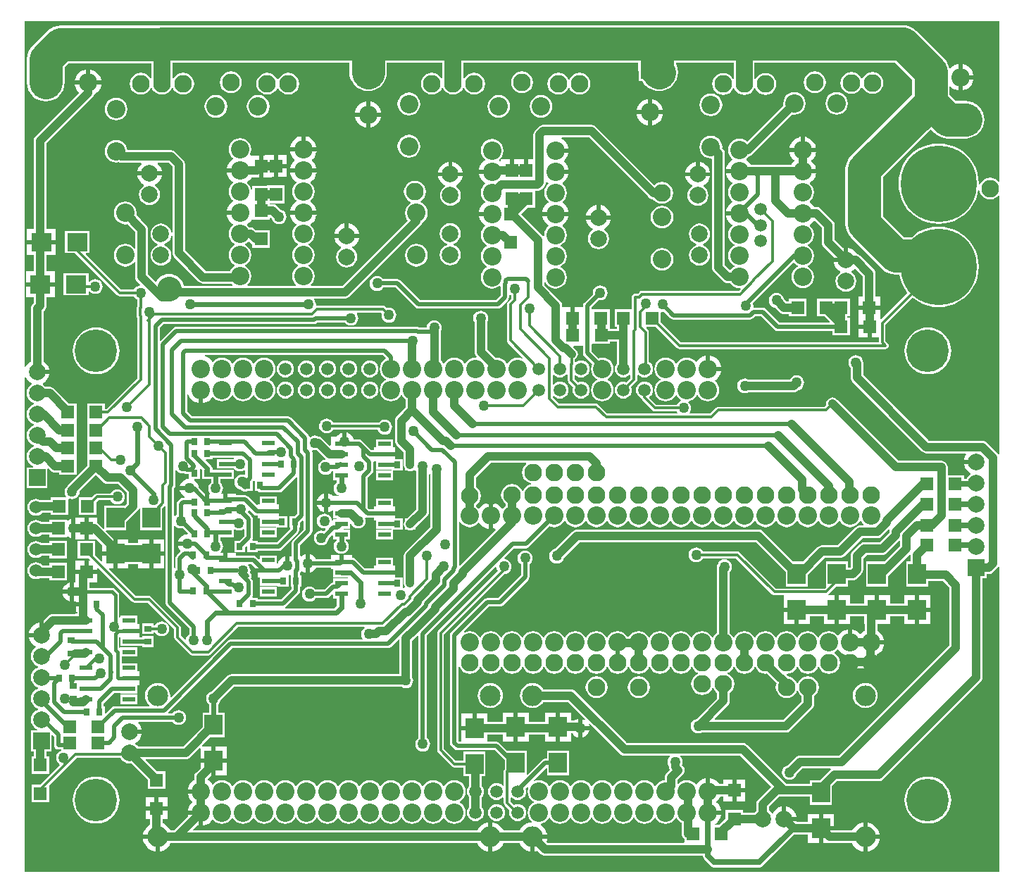
<source format=gtl>
G04 Layer_Physical_Order=1*
G04 Layer_Color=255*
%FSLAX23Y23*%
%MOIN*%
G70*
G01*
G75*
%ADD10R,0.060X0.024*%
%ADD11R,0.031X0.034*%
%ADD12R,0.064X0.064*%
%ADD13R,0.064X0.064*%
%ADD14R,0.034X0.031*%
%ADD15R,0.085X0.096*%
%ADD16R,0.096X0.085*%
%ADD17C,0.039*%
%ADD18C,0.020*%
%ADD19C,0.012*%
%ADD20C,0.157*%
%ADD21C,0.079*%
%ADD22C,0.024*%
%ADD23C,0.028*%
%ADD24C,0.016*%
%ADD25C,0.118*%
%ADD26C,0.004*%
%ADD27C,0.201*%
%ADD28C,0.087*%
%ADD29C,0.098*%
%ADD30C,0.079*%
%ADD31C,0.087*%
%ADD32C,0.059*%
%ADD33C,0.083*%
%ADD34R,0.087X0.087*%
%ADD35C,0.360*%
%ADD36C,0.059*%
%ADD37R,0.079X0.079*%
%ADD38R,0.087X0.087*%
%ADD39C,0.060*%
%ADD40C,0.050*%
%ADD41C,0.004*%
G36*
X7785Y5897D02*
X7780Y5895D01*
X7777Y5900D01*
X7766Y5909D01*
X7753Y5914D01*
X7740Y5915D01*
X7727Y5914D01*
X7714Y5909D01*
X7703Y5900D01*
X7695Y5890D01*
X7692Y5882D01*
X7687Y5883D01*
X7687Y5887D01*
X7686Y5912D01*
X7681Y5936D01*
X7673Y5960D01*
X7662Y5982D01*
X7648Y6003D01*
X7632Y6022D01*
X7613Y6038D01*
X7592Y6052D01*
X7570Y6063D01*
X7546Y6071D01*
X7522Y6076D01*
X7497Y6077D01*
X7472Y6076D01*
X7448Y6071D01*
X7424Y6063D01*
X7402Y6052D01*
X7381Y6038D01*
X7362Y6022D01*
X7346Y6003D01*
X7332Y5982D01*
X7321Y5960D01*
X7313Y5936D01*
X7308Y5912D01*
X7307Y5887D01*
X7308Y5862D01*
X7313Y5838D01*
X7321Y5814D01*
X7332Y5792D01*
X7346Y5771D01*
X7362Y5752D01*
X7381Y5736D01*
X7402Y5722D01*
X7424Y5711D01*
X7448Y5703D01*
X7472Y5698D01*
X7497Y5697D01*
X7522Y5698D01*
X7546Y5703D01*
X7570Y5711D01*
X7592Y5722D01*
X7613Y5736D01*
X7632Y5752D01*
X7648Y5771D01*
X7662Y5792D01*
X7673Y5814D01*
X7681Y5838D01*
X7684Y5855D01*
X7689Y5855D01*
X7690Y5850D01*
X7695Y5838D01*
X7703Y5827D01*
X7714Y5819D01*
X7727Y5814D01*
X7740Y5812D01*
X7753Y5814D01*
X7766Y5819D01*
X7777Y5827D01*
X7780Y5832D01*
X7785Y5830D01*
Y4607D01*
X7783Y4606D01*
X7780Y4606D01*
X7776Y4611D01*
X7726Y4662D01*
X7719Y4667D01*
X7712Y4670D01*
X7704Y4671D01*
X7452D01*
X7140Y4982D01*
Y5035D01*
X7140Y5036D01*
X7140Y5040D01*
X7139Y5049D01*
X7136Y5058D01*
X7130Y5065D01*
X7123Y5071D01*
X7114Y5074D01*
X7105Y5075D01*
X7096Y5074D01*
X7087Y5071D01*
X7080Y5065D01*
X7074Y5058D01*
X7071Y5049D01*
X7070Y5040D01*
X7071Y5031D01*
X7074Y5022D01*
X7080Y5015D01*
X7080Y5015D01*
Y4970D01*
X7081Y4962D01*
X7084Y4955D01*
X7089Y4949D01*
X7418Y4620D01*
X7424Y4615D01*
X7431Y4612D01*
X7439Y4611D01*
X7626D01*
X7628Y4606D01*
X7626Y4603D01*
X7620Y4593D01*
X7617Y4582D01*
X7617Y4580D01*
X7675D01*
Y4560D01*
X7617D01*
X7617Y4558D01*
X7620Y4547D01*
X7626Y4537D01*
X7633Y4528D01*
X7642Y4521D01*
X7648Y4517D01*
X7648Y4517D01*
X7648Y4512D01*
X7640Y4505D01*
X7632Y4495D01*
X7630Y4489D01*
X7617D01*
Y4507D01*
X7540D01*
Y4545D01*
X7539Y4553D01*
X7536Y4560D01*
X7531Y4566D01*
X7525Y4571D01*
X7518Y4574D01*
X7510Y4575D01*
X7307D01*
X7016Y4866D01*
X7010Y4871D01*
X7003Y4874D01*
X6995Y4875D01*
X6987Y4874D01*
X6980Y4871D01*
X6974Y4866D01*
X6969Y4860D01*
X6966Y4853D01*
X6965Y4845D01*
X6966Y4839D01*
X6958Y4831D01*
X6455D01*
X6449Y4830D01*
X6444Y4826D01*
X6416Y4799D01*
X6320D01*
X6318Y4804D01*
X6321Y4807D01*
X6324Y4816D01*
X6325Y4825D01*
X6324Y4834D01*
X6321Y4843D01*
X6315Y4850D01*
X6312Y4852D01*
X6314Y4857D01*
X6319Y4858D01*
X6332Y4863D01*
X6343Y4872D01*
X6352Y4883D01*
X6352Y4885D01*
X6358D01*
X6358Y4883D01*
X6367Y4872D01*
X6378Y4863D01*
X6391Y4858D01*
X6405Y4856D01*
X6419Y4858D01*
X6432Y4863D01*
X6443Y4872D01*
X6452Y4883D01*
X6457Y4896D01*
X6459Y4910D01*
X6457Y4924D01*
X6452Y4937D01*
X6443Y4948D01*
X6438Y4952D01*
X6439Y4957D01*
X6440Y4957D01*
X6450Y4965D01*
X6458Y4975D01*
X6463Y4986D01*
X6467Y4998D01*
X6467Y5000D01*
X6405D01*
Y5010D01*
X6395D01*
Y5072D01*
X6393Y5072D01*
X6381Y5068D01*
X6370Y5063D01*
X6360Y5055D01*
X6352Y5045D01*
X6352Y5044D01*
X6347Y5043D01*
X6343Y5048D01*
X6332Y5057D01*
X6319Y5062D01*
X6305Y5064D01*
X6291Y5062D01*
X6278Y5057D01*
X6267Y5048D01*
X6258Y5037D01*
X6258Y5035D01*
X6253D01*
X6252Y5037D01*
X6243Y5048D01*
X6232Y5057D01*
X6219Y5062D01*
X6205Y5064D01*
X6191Y5062D01*
X6178Y5057D01*
X6167Y5048D01*
X6158Y5037D01*
X6153Y5024D01*
X6151Y5010D01*
X6153Y4996D01*
X6158Y4983D01*
X6167Y4972D01*
X6178Y4963D01*
X6180Y4963D01*
Y4957D01*
X6178Y4957D01*
X6167Y4948D01*
X6158Y4937D01*
X6153Y4924D01*
X6151Y4910D01*
X6153Y4896D01*
X6158Y4883D01*
X6167Y4872D01*
X6178Y4863D01*
X6191Y4858D01*
X6205Y4856D01*
X6219Y4858D01*
X6232Y4863D01*
X6243Y4872D01*
X6252Y4883D01*
X6253Y4885D01*
X6258D01*
X6258Y4883D01*
X6267Y4872D01*
X6278Y4863D01*
X6278Y4863D01*
Y4858D01*
X6272Y4856D01*
X6265Y4850D01*
X6259Y4843D01*
X6259Y4841D01*
X6162D01*
X6129Y4874D01*
X6129Y4879D01*
X6133Y4882D01*
X6140Y4890D01*
X6144Y4900D01*
X6145Y4910D01*
X6144Y4920D01*
X6140Y4930D01*
X6133Y4938D01*
X6125Y4945D01*
X6115Y4949D01*
X6105Y4950D01*
X6095Y4949D01*
X6085Y4945D01*
X6077Y4938D01*
X6070Y4930D01*
X6066Y4920D01*
X6065Y4910D01*
X6066Y4900D01*
X6070Y4890D01*
X6077Y4882D01*
X6085Y4875D01*
X6089Y4874D01*
X6090Y4869D01*
X6094Y4864D01*
X6144Y4814D01*
X6149Y4810D01*
X6155Y4809D01*
X6259D01*
X6259Y4807D01*
X6262Y4804D01*
X6260Y4799D01*
X5929D01*
X5886Y4841D01*
X5881Y4845D01*
X5875Y4846D01*
X5702D01*
X5671Y4877D01*
X5672Y4881D01*
X5676Y4883D01*
X5677Y4882D01*
X5685Y4875D01*
X5695Y4871D01*
X5705Y4870D01*
X5715Y4871D01*
X5725Y4875D01*
X5733Y4882D01*
X5740Y4890D01*
X5744Y4900D01*
X5745Y4910D01*
X5744Y4920D01*
X5740Y4930D01*
X5733Y4938D01*
X5725Y4945D01*
X5715Y4949D01*
X5705Y4950D01*
X5695Y4949D01*
X5685Y4945D01*
X5677Y4938D01*
X5676Y4937D01*
X5671Y4939D01*
Y4981D01*
X5676Y4983D01*
X5677Y4982D01*
X5685Y4975D01*
X5695Y4971D01*
X5705Y4970D01*
X5715Y4971D01*
X5725Y4975D01*
X5733Y4982D01*
X5737Y4986D01*
X5742Y4984D01*
Y4957D01*
X5743Y4951D01*
X5746Y4946D01*
X5768Y4924D01*
X5766Y4920D01*
X5765Y4910D01*
X5766Y4900D01*
X5770Y4890D01*
X5777Y4882D01*
X5785Y4875D01*
X5795Y4871D01*
X5805Y4870D01*
X5815Y4871D01*
X5825Y4875D01*
X5833Y4882D01*
X5840Y4890D01*
X5844Y4900D01*
X5845Y4910D01*
X5844Y4920D01*
X5840Y4930D01*
X5833Y4938D01*
X5825Y4945D01*
X5815Y4949D01*
X5805Y4950D01*
X5795Y4949D01*
X5791Y4947D01*
X5774Y4964D01*
Y4978D01*
X5779Y4980D01*
X5785Y4975D01*
X5795Y4971D01*
X5805Y4970D01*
X5815Y4971D01*
X5825Y4975D01*
X5833Y4982D01*
X5840Y4990D01*
X5844Y5000D01*
X5845Y5010D01*
X5844Y5020D01*
X5840Y5030D01*
X5833Y5038D01*
X5825Y5045D01*
X5815Y5049D01*
X5805Y5050D01*
X5795Y5049D01*
X5785Y5045D01*
X5781Y5042D01*
X5776Y5044D01*
Y5055D01*
X5781Y5059D01*
X5786Y5065D01*
X5789Y5072D01*
X5790Y5080D01*
X5789Y5088D01*
X5786Y5095D01*
X5781Y5101D01*
X5769Y5114D01*
X5771Y5118D01*
X5815D01*
Y5085D01*
X5816Y5077D01*
X5821Y5071D01*
X5857Y5034D01*
X5853Y5024D01*
X5851Y5010D01*
X5853Y4996D01*
X5858Y4983D01*
X5867Y4972D01*
X5878Y4963D01*
X5880Y4963D01*
Y4957D01*
X5878Y4957D01*
X5867Y4948D01*
X5858Y4937D01*
X5853Y4924D01*
X5851Y4910D01*
X5853Y4896D01*
X5858Y4883D01*
X5867Y4872D01*
X5878Y4863D01*
X5891Y4858D01*
X5905Y4856D01*
X5919Y4858D01*
X5932Y4863D01*
X5943Y4872D01*
X5952Y4883D01*
X5957Y4896D01*
X5959Y4910D01*
X5957Y4924D01*
X5952Y4937D01*
X5943Y4948D01*
X5932Y4957D01*
X5930Y4957D01*
Y4963D01*
X5932Y4963D01*
X5943Y4972D01*
X5952Y4983D01*
X5957Y4996D01*
X5959Y5010D01*
X5957Y5024D01*
X5952Y5037D01*
X5943Y5048D01*
X5932Y5057D01*
X5919Y5062D01*
X5905Y5064D01*
X5891Y5062D01*
X5888Y5061D01*
X5855Y5093D01*
Y5124D01*
X5858Y5128D01*
X5860Y5128D01*
X5942D01*
Y5140D01*
X5976D01*
Y5037D01*
X5970Y5030D01*
X5966Y5020D01*
X5965Y5010D01*
X5966Y5000D01*
X5970Y4990D01*
X5977Y4982D01*
X5985Y4975D01*
X5995Y4971D01*
X6005Y4970D01*
X6015Y4971D01*
X6025Y4975D01*
X6033Y4982D01*
X6034Y4983D01*
X6039Y4981D01*
Y4967D01*
X6019Y4947D01*
X6015Y4949D01*
X6005Y4950D01*
X5995Y4949D01*
X5985Y4945D01*
X5977Y4938D01*
X5970Y4930D01*
X5966Y4920D01*
X5965Y4910D01*
X5966Y4900D01*
X5970Y4890D01*
X5977Y4882D01*
X5985Y4875D01*
X5995Y4871D01*
X6005Y4870D01*
X6015Y4871D01*
X6025Y4875D01*
X6033Y4882D01*
X6040Y4890D01*
X6044Y4900D01*
X6045Y4910D01*
X6044Y4920D01*
X6042Y4924D01*
X6066Y4949D01*
X6070Y4954D01*
X6071Y4960D01*
Y4981D01*
X6076Y4983D01*
X6077Y4982D01*
X6085Y4975D01*
X6095Y4971D01*
X6105Y4970D01*
X6115Y4971D01*
X6125Y4975D01*
X6133Y4982D01*
X6140Y4990D01*
X6144Y5000D01*
X6145Y5010D01*
X6144Y5020D01*
X6140Y5030D01*
X6133Y5038D01*
X6126Y5044D01*
Y5184D01*
X6125Y5190D01*
X6121Y5196D01*
X6114Y5203D01*
X6116Y5208D01*
X6159D01*
X6259Y5109D01*
X6264Y5105D01*
X6270Y5104D01*
X7245D01*
X7251Y5105D01*
X7256Y5109D01*
X7260Y5114D01*
X7261Y5120D01*
X7260Y5126D01*
X7256Y5131D01*
X7246Y5142D01*
Y5219D01*
X7375Y5348D01*
X7381Y5342D01*
X7402Y5328D01*
X7424Y5317D01*
X7448Y5309D01*
X7472Y5304D01*
X7497Y5303D01*
X7522Y5304D01*
X7546Y5309D01*
X7570Y5317D01*
X7592Y5328D01*
X7613Y5342D01*
X7632Y5358D01*
X7648Y5377D01*
X7662Y5398D01*
X7673Y5420D01*
X7681Y5444D01*
X7686Y5468D01*
X7687Y5493D01*
X7686Y5518D01*
X7681Y5542D01*
X7673Y5566D01*
X7662Y5588D01*
X7648Y5609D01*
X7632Y5628D01*
X7613Y5644D01*
X7592Y5658D01*
X7570Y5669D01*
X7546Y5677D01*
X7522Y5682D01*
X7497Y5683D01*
X7472Y5682D01*
X7448Y5677D01*
X7424Y5669D01*
X7402Y5658D01*
X7381Y5644D01*
X7370Y5634D01*
X7332D01*
X7234Y5732D01*
Y5918D01*
X7460Y6144D01*
X7477Y6127D01*
X7477Y6127D01*
X7490Y6116D01*
X7506Y6108D01*
X7523Y6103D01*
X7540Y6101D01*
X7540Y6101D01*
X7625D01*
X7642Y6103D01*
X7659Y6108D01*
X7675Y6116D01*
X7688Y6127D01*
X7699Y6140D01*
X7707Y6156D01*
X7712Y6173D01*
X7714Y6190D01*
X7712Y6207D01*
X7707Y6224D01*
X7699Y6240D01*
X7688Y6253D01*
X7675Y6264D01*
X7659Y6272D01*
X7642Y6277D01*
X7625Y6279D01*
X7577D01*
X7549Y6307D01*
Y6345D01*
X7554Y6347D01*
X7555Y6345D01*
X7565Y6337D01*
X7576Y6332D01*
X7588Y6328D01*
X7590Y6328D01*
Y6390D01*
Y6452D01*
X7588Y6452D01*
X7576Y6448D01*
X7565Y6443D01*
X7555Y6435D01*
X7552Y6431D01*
X7550Y6432D01*
X7547Y6433D01*
X7542Y6449D01*
X7534Y6465D01*
X7523Y6478D01*
X7523Y6478D01*
X7390Y6611D01*
X7376Y6622D01*
X7361Y6630D01*
X7344Y6636D01*
X7327Y6637D01*
X7327Y6637D01*
X6580D01*
X6577Y6637D01*
X6573Y6637D01*
X6573Y6637D01*
X5200D01*
X5199Y6637D01*
X5197Y6637D01*
X5197Y6637D01*
X3823D01*
X3806Y6636D01*
X3804Y6635D01*
X3341D01*
X3341Y6635D01*
X3323Y6633D01*
X3307Y6628D01*
X3291Y6620D01*
X3278Y6609D01*
X3278Y6609D01*
X3208Y6539D01*
X3197Y6526D01*
X3189Y6510D01*
X3184Y6494D01*
X3182Y6476D01*
X3182Y6476D01*
Y6365D01*
X3184Y6348D01*
X3189Y6331D01*
X3197Y6315D01*
X3208Y6302D01*
X3222Y6291D01*
X3237Y6283D01*
X3254Y6278D01*
X3271Y6276D01*
X3289Y6278D01*
X3305Y6283D01*
X3321Y6291D01*
X3334Y6302D01*
X3345Y6315D01*
X3354Y6331D01*
X3359Y6348D01*
X3360Y6365D01*
Y6439D01*
X3378Y6457D01*
X3771D01*
Y6386D01*
X3766Y6385D01*
X3766Y6386D01*
X3757Y6397D01*
X3747Y6405D01*
X3734Y6410D01*
X3721Y6412D01*
X3707Y6410D01*
X3695Y6405D01*
X3684Y6397D01*
X3676Y6386D01*
X3671Y6374D01*
X3669Y6360D01*
X3671Y6347D01*
X3676Y6334D01*
X3684Y6324D01*
X3695Y6315D01*
X3707Y6310D01*
X3721Y6308D01*
X3734Y6310D01*
X3747Y6315D01*
X3757Y6324D01*
X3766Y6334D01*
X3768Y6341D01*
X3773D01*
X3776Y6334D01*
X3784Y6324D01*
X3795Y6315D01*
X3807Y6310D01*
X3821Y6308D01*
X3834Y6310D01*
X3847Y6315D01*
X3857Y6324D01*
X3866Y6334D01*
X3868Y6341D01*
X3873D01*
X3876Y6334D01*
X3884Y6324D01*
X3895Y6315D01*
X3907Y6310D01*
X3921Y6308D01*
X3934Y6310D01*
X3947Y6315D01*
X3957Y6324D01*
X3966Y6334D01*
X3971Y6347D01*
X3973Y6360D01*
X3971Y6374D01*
X3966Y6386D01*
X3957Y6397D01*
X3947Y6405D01*
X3934Y6410D01*
X3921Y6412D01*
X3907Y6410D01*
X3895Y6405D01*
X3884Y6397D01*
X3876Y6386D01*
X3876Y6385D01*
X3871Y6386D01*
Y6459D01*
X4708D01*
Y6414D01*
X4709Y6397D01*
X4714Y6380D01*
X4723Y6365D01*
X4734Y6351D01*
X4747Y6340D01*
X4763Y6332D01*
X4779Y6327D01*
X4797Y6325D01*
X4814Y6327D01*
X4831Y6332D01*
X4846Y6340D01*
X4860Y6351D01*
X4871Y6365D01*
X4879Y6380D01*
X4884Y6397D01*
X4886Y6414D01*
Y6459D01*
X5149D01*
Y6386D01*
X5144Y6385D01*
X5144Y6386D01*
X5135Y6397D01*
X5125Y6405D01*
X5112Y6410D01*
X5099Y6412D01*
X5085Y6410D01*
X5073Y6405D01*
X5062Y6397D01*
X5054Y6386D01*
X5049Y6374D01*
X5047Y6360D01*
X5049Y6347D01*
X5054Y6334D01*
X5062Y6324D01*
X5073Y6315D01*
X5085Y6310D01*
X5099Y6308D01*
X5112Y6310D01*
X5125Y6315D01*
X5135Y6324D01*
X5144Y6334D01*
X5146Y6341D01*
X5151D01*
X5154Y6334D01*
X5162Y6324D01*
X5173Y6315D01*
X5185Y6310D01*
X5199Y6308D01*
X5212Y6310D01*
X5225Y6315D01*
X5235Y6324D01*
X5244Y6334D01*
X5246Y6341D01*
X5251D01*
X5254Y6334D01*
X5262Y6324D01*
X5273Y6315D01*
X5285Y6310D01*
X5299Y6308D01*
X5312Y6310D01*
X5325Y6315D01*
X5335Y6324D01*
X5344Y6334D01*
X5349Y6347D01*
X5350Y6360D01*
X5349Y6374D01*
X5344Y6386D01*
X5335Y6397D01*
X5325Y6405D01*
X5312Y6410D01*
X5299Y6412D01*
X5285Y6410D01*
X5273Y6405D01*
X5262Y6397D01*
X5254Y6386D01*
X5253Y6385D01*
X5248Y6386D01*
Y6459D01*
X6076D01*
Y6424D01*
X6076Y6424D01*
X6077Y6415D01*
Y6372D01*
X6093D01*
X6102Y6361D01*
X6112Y6351D01*
X6125Y6340D01*
X6141Y6332D01*
X6157Y6327D01*
X6175Y6325D01*
X6192Y6327D01*
X6209Y6332D01*
X6224Y6340D01*
X6238Y6351D01*
X6249Y6365D01*
X6257Y6380D01*
X6262Y6397D01*
X6264Y6414D01*
X6262Y6432D01*
X6257Y6448D01*
X6254Y6454D01*
Y6459D01*
X6527D01*
Y6384D01*
X6522Y6383D01*
X6521Y6384D01*
X6513Y6395D01*
X6503Y6403D01*
X6490Y6408D01*
X6477Y6410D01*
X6463Y6408D01*
X6451Y6403D01*
X6440Y6395D01*
X6432Y6384D01*
X6427Y6372D01*
X6425Y6358D01*
X6427Y6345D01*
X6432Y6332D01*
X6440Y6322D01*
X6451Y6313D01*
X6463Y6308D01*
X6477Y6307D01*
X6490Y6308D01*
X6503Y6313D01*
X6513Y6322D01*
X6521Y6332D01*
X6524Y6339D01*
X6529D01*
X6532Y6332D01*
X6540Y6322D01*
X6551Y6313D01*
X6563Y6308D01*
X6577Y6307D01*
X6590Y6308D01*
X6603Y6313D01*
X6613Y6322D01*
X6621Y6332D01*
X6624Y6339D01*
X6629D01*
X6632Y6332D01*
X6640Y6322D01*
X6651Y6313D01*
X6663Y6308D01*
X6677Y6307D01*
X6690Y6308D01*
X6703Y6313D01*
X6713Y6322D01*
X6721Y6332D01*
X6727Y6345D01*
X6728Y6358D01*
X6727Y6372D01*
X6721Y6384D01*
X6713Y6395D01*
X6703Y6403D01*
X6690Y6408D01*
X6677Y6410D01*
X6663Y6408D01*
X6651Y6403D01*
X6640Y6395D01*
X6632Y6384D01*
X6631Y6383D01*
X6626Y6384D01*
Y6459D01*
X7290D01*
X7371Y6378D01*
Y6307D01*
X7082Y6018D01*
X7071Y6005D01*
X7063Y5989D01*
X7058Y5972D01*
X7056Y5955D01*
X7056Y5955D01*
Y5695D01*
X7056Y5695D01*
X7058Y5678D01*
X7063Y5661D01*
X7071Y5645D01*
X7082Y5632D01*
X7232Y5482D01*
X7232Y5482D01*
X7245Y5471D01*
X7261Y5463D01*
X7278Y5458D01*
X7295Y5456D01*
X7311D01*
X7313Y5444D01*
X7321Y5420D01*
X7332Y5398D01*
X7346Y5377D01*
X7352Y5371D01*
X7226Y5245D01*
X7222Y5247D01*
Y5262D01*
X7221D01*
Y5290D01*
X7117D01*
Y5248D01*
X7118D01*
Y5220D01*
X7170D01*
Y5210D01*
X7180D01*
Y5158D01*
X7214D01*
Y5136D01*
X6277D01*
X6182Y5231D01*
Y5277D01*
X6186Y5280D01*
X6190Y5280D01*
X6196Y5280D01*
X6227Y5249D01*
X6234Y5245D01*
X6242Y5243D01*
X6604D01*
X6612Y5245D01*
X6619Y5249D01*
X6629Y5260D01*
X6657D01*
X6721Y5196D01*
X6727Y5191D01*
X6735Y5190D01*
X6994D01*
Y5168D01*
X7078D01*
Y5252D01*
X7065D01*
Y5258D01*
X7077D01*
Y5342D01*
X6922D01*
Y5258D01*
X6959D01*
X6982Y5235D01*
X6980Y5230D01*
X6743D01*
X6679Y5294D01*
X6673Y5299D01*
X6665Y5300D01*
X6624D01*
X6620Y5304D01*
X6620Y5305D01*
X6620Y5310D01*
X6619Y5319D01*
X6618Y5322D01*
X6808Y5512D01*
X6813Y5511D01*
X6816Y5508D01*
X6827Y5499D01*
X6830Y5498D01*
Y5493D01*
X6827Y5492D01*
X6816Y5484D01*
X6808Y5473D01*
X6802Y5460D01*
X6800Y5446D01*
X6802Y5432D01*
X6808Y5419D01*
X6816Y5408D01*
X6827Y5399D01*
X6840Y5394D01*
X6854Y5392D01*
X6868Y5394D01*
X6881Y5399D01*
X6892Y5408D01*
X6901Y5419D01*
X6906Y5432D01*
X6908Y5446D01*
X6906Y5460D01*
X6901Y5473D01*
X6892Y5484D01*
X6881Y5492D01*
X6879Y5493D01*
Y5498D01*
X6881Y5499D01*
X6892Y5508D01*
X6901Y5519D01*
X6906Y5532D01*
X6908Y5546D01*
X6906Y5560D01*
X6901Y5573D01*
X6892Y5584D01*
X6881Y5592D01*
X6879Y5593D01*
Y5598D01*
X6881Y5599D01*
X6892Y5608D01*
X6901Y5619D01*
X6906Y5632D01*
X6908Y5646D01*
X6906Y5660D01*
X6901Y5673D01*
X6892Y5684D01*
X6887Y5687D01*
X6888Y5692D01*
X6889Y5693D01*
X6899Y5701D01*
X6906Y5710D01*
X6912Y5711D01*
X6945Y5678D01*
Y5608D01*
X6946Y5601D01*
X6949Y5593D01*
X6954Y5587D01*
X7001Y5540D01*
X7000Y5537D01*
X7000Y5535D01*
X7048D01*
Y5584D01*
X7047Y5583D01*
X7043Y5582D01*
X7005Y5621D01*
Y5690D01*
X7004Y5698D01*
X7001Y5705D01*
X6996Y5711D01*
X6940Y5767D01*
X6934Y5772D01*
X6927Y5775D01*
X6919Y5776D01*
X6910D01*
X6907Y5781D01*
X6899Y5790D01*
X6889Y5798D01*
X6888Y5799D01*
X6887Y5804D01*
X6892Y5808D01*
X6901Y5819D01*
X6906Y5832D01*
X6908Y5846D01*
X6906Y5860D01*
X6901Y5873D01*
X6892Y5884D01*
X6887Y5887D01*
X6888Y5892D01*
X6889Y5893D01*
X6899Y5901D01*
X6907Y5911D01*
X6913Y5921D01*
X6916Y5933D01*
X6917Y5936D01*
X6854D01*
Y5956D01*
X6917D01*
X6916Y5958D01*
X6913Y5970D01*
X6907Y5981D01*
X6899Y5990D01*
X6896Y5993D01*
Y5998D01*
X6899Y6001D01*
X6907Y6011D01*
X6913Y6021D01*
X6916Y6033D01*
X6917Y6036D01*
X6792D01*
X6792Y6033D01*
X6796Y6021D01*
X6802Y6011D01*
X6809Y6001D01*
X6813Y5998D01*
Y5993D01*
X6809Y5990D01*
X6802Y5981D01*
X6799Y5976D01*
X6610D01*
X6607Y5981D01*
X6599Y5990D01*
X6589Y5998D01*
X6588Y5999D01*
X6587Y6004D01*
X6592Y6008D01*
X6599Y6016D01*
X6601Y6017D01*
X6609Y6020D01*
X6615Y6025D01*
X6804Y6214D01*
X6814Y6213D01*
X6828Y6215D01*
X6841Y6220D01*
X6852Y6229D01*
X6861Y6240D01*
X6866Y6253D01*
X6868Y6267D01*
X6866Y6280D01*
X6861Y6293D01*
X6852Y6305D01*
X6841Y6313D01*
X6828Y6319D01*
X6814Y6320D01*
X6801Y6319D01*
X6788Y6313D01*
X6776Y6305D01*
X6768Y6293D01*
X6763Y6280D01*
X6761Y6267D01*
X6762Y6256D01*
X6591Y6085D01*
X6581Y6092D01*
X6568Y6098D01*
X6554Y6099D01*
X6540Y6098D01*
X6527Y6092D01*
X6516Y6084D01*
X6508Y6073D01*
X6502Y6060D01*
X6500Y6046D01*
X6502Y6032D01*
X6508Y6019D01*
X6516Y6008D01*
X6521Y6004D01*
X6520Y5999D01*
X6519Y5998D01*
X6509Y5990D01*
X6502Y5981D01*
X6496Y5970D01*
X6492Y5958D01*
X6492Y5956D01*
X6554D01*
Y5936D01*
X6492D01*
X6492Y5933D01*
X6496Y5921D01*
X6502Y5911D01*
X6509Y5901D01*
X6519Y5893D01*
X6520Y5892D01*
X6521Y5887D01*
X6516Y5884D01*
X6508Y5873D01*
X6502Y5860D01*
X6500Y5846D01*
X6502Y5832D01*
X6508Y5819D01*
X6516Y5808D01*
X6521Y5804D01*
X6520Y5799D01*
X6519Y5798D01*
X6509Y5790D01*
X6502Y5781D01*
X6496Y5770D01*
X6492Y5758D01*
X6492Y5756D01*
X6554D01*
Y5736D01*
X6492D01*
X6492Y5733D01*
X6496Y5721D01*
X6502Y5711D01*
X6509Y5701D01*
X6519Y5693D01*
X6520Y5692D01*
X6521Y5687D01*
X6516Y5684D01*
X6508Y5673D01*
X6502Y5660D01*
X6500Y5646D01*
X6502Y5632D01*
X6508Y5619D01*
X6516Y5608D01*
X6527Y5599D01*
X6530Y5598D01*
Y5593D01*
X6527Y5592D01*
X6516Y5584D01*
X6508Y5573D01*
X6502Y5560D01*
X6500Y5546D01*
X6502Y5532D01*
X6508Y5519D01*
X6516Y5508D01*
X6527Y5499D01*
X6530Y5498D01*
Y5493D01*
X6527Y5492D01*
X6516Y5484D01*
X6513Y5480D01*
X6508Y5479D01*
X6485Y5502D01*
Y6030D01*
X6484Y6038D01*
X6481Y6045D01*
X6476Y6051D01*
X6472Y6055D01*
X6473Y6060D01*
X6471Y6074D01*
X6465Y6087D01*
X6457Y6098D01*
X6446Y6106D01*
X6433Y6112D01*
X6419Y6114D01*
X6405Y6112D01*
X6392Y6106D01*
X6381Y6098D01*
X6372Y6087D01*
X6367Y6074D01*
X6365Y6060D01*
X6367Y6046D01*
X6372Y6033D01*
X6381Y6022D01*
X6392Y6013D01*
X6405Y6008D01*
X6419Y6006D01*
X6421Y6006D01*
X6425Y6003D01*
Y5490D01*
X6426Y5482D01*
X6429Y5475D01*
X6434Y5469D01*
X6478Y5425D01*
X6484Y5420D01*
X6492Y5417D01*
X6499Y5416D01*
X6510D01*
X6516Y5408D01*
X6527Y5399D01*
X6540Y5394D01*
X6554Y5392D01*
X6558Y5392D01*
X6560Y5388D01*
X6551Y5379D01*
X6092D01*
X6086Y5378D01*
X6081Y5374D01*
X6073Y5366D01*
X6060D01*
X6054Y5365D01*
X6049Y5361D01*
X6045Y5356D01*
X6044Y5350D01*
Y5292D01*
X5964D01*
Y5208D01*
X5976D01*
Y5200D01*
X5942D01*
Y5212D01*
X5941D01*
Y5292D01*
X5860D01*
X5857Y5292D01*
X5855Y5296D01*
Y5302D01*
X5889Y5335D01*
X5895Y5335D01*
X5904Y5336D01*
X5913Y5339D01*
X5920Y5345D01*
X5926Y5352D01*
X5929Y5361D01*
X5930Y5370D01*
X5929Y5379D01*
X5926Y5388D01*
X5920Y5395D01*
X5913Y5401D01*
X5904Y5404D01*
X5895Y5405D01*
X5886Y5404D01*
X5877Y5401D01*
X5870Y5395D01*
X5864Y5388D01*
X5861Y5379D01*
X5860Y5370D01*
X5860Y5364D01*
X5821Y5324D01*
X5816Y5318D01*
X5815Y5310D01*
Y5302D01*
X5775D01*
Y5250D01*
X5755D01*
Y5302D01*
X5715D01*
Y5310D01*
X5714Y5318D01*
X5711Y5325D01*
X5706Y5331D01*
X5630Y5407D01*
Y5421D01*
X5635Y5422D01*
X5637Y5417D01*
X5645Y5406D01*
X5656Y5398D01*
X5669Y5392D01*
X5683Y5390D01*
X5697Y5392D01*
X5710Y5398D01*
X5721Y5406D01*
X5730Y5417D01*
X5735Y5430D01*
X5737Y5444D01*
X5735Y5458D01*
X5730Y5471D01*
X5721Y5482D01*
X5710Y5491D01*
X5708Y5492D01*
Y5497D01*
X5710Y5498D01*
X5721Y5506D01*
X5730Y5517D01*
X5735Y5530D01*
X5737Y5544D01*
X5735Y5558D01*
X5730Y5571D01*
X5721Y5582D01*
X5710Y5591D01*
X5708Y5592D01*
Y5597D01*
X5710Y5598D01*
X5721Y5606D01*
X5730Y5617D01*
X5735Y5630D01*
X5737Y5644D01*
X5735Y5658D01*
X5730Y5671D01*
X5721Y5682D01*
X5717Y5686D01*
X5717Y5691D01*
X5719Y5692D01*
X5728Y5699D01*
X5736Y5709D01*
X5742Y5720D01*
X5745Y5732D01*
X5746Y5734D01*
X5621D01*
X5621Y5732D01*
X5625Y5720D01*
X5631Y5709D01*
X5639Y5699D01*
X5648Y5692D01*
X5650Y5691D01*
X5650Y5686D01*
X5645Y5682D01*
X5637Y5671D01*
X5631Y5658D01*
X5630Y5644D01*
X5630Y5640D01*
X5629Y5640D01*
X5623Y5640D01*
X5621Y5642D01*
X5520Y5743D01*
X5551Y5774D01*
X5587D01*
Y5852D01*
X5597D01*
X5604Y5853D01*
X5612Y5856D01*
X5618Y5861D01*
X5630Y5872D01*
X5634Y5879D01*
X5637Y5886D01*
X5638Y5893D01*
X5640Y5894D01*
X5643Y5895D01*
X5648Y5892D01*
X5650Y5891D01*
X5650Y5886D01*
X5645Y5882D01*
X5637Y5871D01*
X5631Y5858D01*
X5630Y5844D01*
X5631Y5830D01*
X5637Y5817D01*
X5645Y5806D01*
X5650Y5803D01*
X5650Y5798D01*
X5648Y5797D01*
X5639Y5789D01*
X5631Y5779D01*
X5625Y5768D01*
X5621Y5756D01*
X5621Y5754D01*
X5746D01*
X5745Y5756D01*
X5742Y5768D01*
X5736Y5779D01*
X5728Y5789D01*
X5719Y5797D01*
X5717Y5798D01*
X5717Y5803D01*
X5721Y5806D01*
X5730Y5817D01*
X5735Y5830D01*
X5737Y5844D01*
X5735Y5858D01*
X5730Y5871D01*
X5721Y5882D01*
X5717Y5886D01*
X5717Y5891D01*
X5719Y5892D01*
X5728Y5899D01*
X5736Y5909D01*
X5742Y5920D01*
X5745Y5932D01*
X5746Y5934D01*
X5683D01*
Y5954D01*
X5746D01*
X5745Y5956D01*
X5742Y5968D01*
X5736Y5979D01*
X5728Y5989D01*
X5725Y5992D01*
Y5997D01*
X5728Y5999D01*
X5736Y6009D01*
X5742Y6020D01*
X5745Y6032D01*
X5746Y6034D01*
X5683D01*
Y6054D01*
X5746D01*
X5745Y6056D01*
X5742Y6068D01*
X5736Y6079D01*
X5728Y6089D01*
X5719Y6097D01*
X5712Y6100D01*
X5714Y6105D01*
X5843D01*
X6125Y5822D01*
X6132Y5817D01*
X6139Y5814D01*
X6146Y5813D01*
X6151Y5807D01*
X6162Y5799D01*
X6175Y5793D01*
X6188Y5792D01*
X6201Y5793D01*
X6214Y5799D01*
X6225Y5807D01*
X6233Y5817D01*
X6238Y5830D01*
X6240Y5843D01*
X6238Y5857D01*
X6233Y5869D01*
X6225Y5880D01*
X6214Y5888D01*
X6201Y5893D01*
X6188Y5895D01*
X6175Y5893D01*
X6162Y5888D01*
X6152Y5880D01*
X5876Y6156D01*
X5870Y6161D01*
X5863Y6164D01*
X5855Y6165D01*
X5625D01*
X5617Y6164D01*
X5613Y6162D01*
X5610Y6161D01*
X5604Y6156D01*
X5587Y6140D01*
X5583Y6134D01*
X5580Y6126D01*
X5579Y6119D01*
Y6002D01*
X5555D01*
Y5950D01*
X5535D01*
Y6002D01*
X5488D01*
Y5950D01*
X5468D01*
Y6002D01*
X5426D01*
Y5996D01*
X5422Y5994D01*
X5419Y5997D01*
X5417Y5998D01*
X5417Y6003D01*
X5421Y6006D01*
X5430Y6017D01*
X5435Y6030D01*
X5437Y6044D01*
X5435Y6058D01*
X5430Y6071D01*
X5421Y6082D01*
X5410Y6091D01*
X5397Y6096D01*
X5383Y6098D01*
X5369Y6096D01*
X5356Y6091D01*
X5345Y6082D01*
X5337Y6071D01*
X5331Y6058D01*
X5330Y6044D01*
X5331Y6030D01*
X5337Y6017D01*
X5345Y6006D01*
X5350Y6003D01*
X5350Y5998D01*
X5348Y5997D01*
X5339Y5989D01*
X5331Y5979D01*
X5325Y5968D01*
X5321Y5956D01*
X5321Y5954D01*
X5383D01*
Y5934D01*
X5321D01*
X5321Y5932D01*
X5325Y5920D01*
X5331Y5909D01*
X5339Y5899D01*
X5348Y5892D01*
X5350Y5891D01*
X5350Y5886D01*
X5345Y5882D01*
X5337Y5871D01*
X5331Y5858D01*
X5330Y5844D01*
X5331Y5830D01*
X5337Y5817D01*
X5345Y5806D01*
X5350Y5803D01*
X5350Y5798D01*
X5348Y5797D01*
X5339Y5789D01*
X5331Y5779D01*
X5325Y5768D01*
X5321Y5756D01*
X5321Y5754D01*
X5383D01*
Y5734D01*
X5321D01*
X5321Y5732D01*
X5325Y5720D01*
X5331Y5709D01*
X5339Y5699D01*
X5348Y5692D01*
X5350Y5691D01*
X5350Y5686D01*
X5345Y5682D01*
X5337Y5671D01*
X5331Y5658D01*
X5330Y5644D01*
X5331Y5630D01*
X5337Y5617D01*
X5345Y5606D01*
X5356Y5598D01*
X5359Y5597D01*
Y5592D01*
X5356Y5591D01*
X5345Y5582D01*
X5337Y5571D01*
X5331Y5558D01*
X5330Y5544D01*
X5331Y5530D01*
X5337Y5517D01*
X5345Y5506D01*
X5356Y5498D01*
X5359Y5497D01*
Y5492D01*
X5356Y5491D01*
X5345Y5482D01*
X5337Y5471D01*
X5331Y5458D01*
X5330Y5444D01*
X5331Y5430D01*
X5337Y5417D01*
X5345Y5406D01*
X5356Y5398D01*
X5369Y5392D01*
X5383Y5390D01*
X5397Y5392D01*
X5410Y5398D01*
X5418Y5404D01*
X5423Y5401D01*
Y5357D01*
X5402Y5335D01*
X5043D01*
X4949Y5429D01*
X4943Y5434D01*
X4935Y5435D01*
X4869D01*
X4865Y5440D01*
X4858Y5446D01*
X4849Y5449D01*
X4840Y5450D01*
X4831Y5449D01*
X4822Y5446D01*
X4815Y5440D01*
X4809Y5433D01*
X4806Y5424D01*
X4805Y5415D01*
X4806Y5406D01*
X4809Y5397D01*
X4815Y5390D01*
X4822Y5384D01*
X4831Y5381D01*
X4840Y5380D01*
X4849Y5381D01*
X4858Y5384D01*
X4865Y5390D01*
X4869Y5395D01*
X4927D01*
X5021Y5301D01*
X5027Y5296D01*
X5035Y5295D01*
X5410D01*
X5418Y5296D01*
X5424Y5301D01*
X5458Y5334D01*
X5462Y5341D01*
X5464Y5348D01*
Y5360D01*
X5469Y5362D01*
X5472Y5359D01*
X5474Y5359D01*
Y5342D01*
X5459Y5327D01*
X5455Y5322D01*
X5454Y5315D01*
Y5145D01*
X5455Y5139D01*
X5459Y5134D01*
X5529Y5063D01*
X5526Y5059D01*
X5519Y5062D01*
X5505Y5064D01*
X5491Y5062D01*
X5478Y5057D01*
X5467Y5048D01*
X5458Y5037D01*
X5457Y5035D01*
X5452D01*
X5452Y5037D01*
X5443Y5048D01*
X5432Y5057D01*
X5419Y5062D01*
X5405Y5064D01*
X5400Y5063D01*
X5360Y5103D01*
Y5232D01*
X5361Y5232D01*
X5364Y5241D01*
X5365Y5250D01*
X5364Y5259D01*
X5361Y5268D01*
X5355Y5275D01*
X5348Y5281D01*
X5339Y5284D01*
X5330Y5285D01*
X5321Y5284D01*
X5312Y5281D01*
X5305Y5275D01*
X5299Y5268D01*
X5296Y5259D01*
X5295Y5250D01*
X5296Y5241D01*
X5299Y5232D01*
X5300Y5232D01*
Y5091D01*
X5301Y5083D01*
X5304Y5076D01*
X5309Y5070D01*
X5311Y5068D01*
X5308Y5063D01*
X5305Y5064D01*
X5291Y5062D01*
X5278Y5057D01*
X5267Y5048D01*
X5258Y5037D01*
X5258Y5035D01*
X5253D01*
X5252Y5037D01*
X5243Y5048D01*
X5232Y5057D01*
X5219Y5062D01*
X5205Y5064D01*
X5191Y5062D01*
X5178Y5057D01*
X5167Y5048D01*
X5158Y5037D01*
X5157Y5035D01*
X5153D01*
X5152Y5037D01*
X5143Y5048D01*
X5140Y5050D01*
Y5187D01*
X5141Y5187D01*
X5144Y5196D01*
X5145Y5205D01*
X5144Y5214D01*
X5141Y5223D01*
X5135Y5230D01*
X5128Y5236D01*
X5119Y5239D01*
X5110Y5240D01*
X5101Y5239D01*
X5092Y5236D01*
X5085Y5230D01*
X5079Y5223D01*
X5076Y5214D01*
X5075Y5205D01*
X5038D01*
X5035Y5208D01*
X5027Y5209D01*
X3889D01*
X3881Y5208D01*
X3875Y5203D01*
X3815Y5144D01*
X3810Y5146D01*
Y5204D01*
X3829Y5222D01*
X4542D01*
X4550Y5224D01*
X4556Y5228D01*
X4558Y5230D01*
X4686D01*
X4690Y5225D01*
X4697Y5219D01*
X4706Y5216D01*
X4715Y5215D01*
X4724Y5216D01*
X4733Y5219D01*
X4740Y5225D01*
X4746Y5232D01*
X4749Y5241D01*
X4750Y5250D01*
X4749Y5259D01*
X4746Y5268D01*
X4743Y5271D01*
X4745Y5276D01*
X4856D01*
X4857Y5276D01*
X4861Y5271D01*
X4860Y5265D01*
X4861Y5256D01*
X4864Y5247D01*
X4870Y5240D01*
X4877Y5234D01*
X4886Y5231D01*
X4895Y5230D01*
X4904Y5231D01*
X4913Y5234D01*
X4920Y5240D01*
X4926Y5247D01*
X4929Y5256D01*
X4930Y5265D01*
X4929Y5274D01*
X4926Y5283D01*
X4920Y5290D01*
X4913Y5296D01*
X4904Y5299D01*
X4895Y5300D01*
X4886Y5299D01*
X4884Y5299D01*
X4879Y5304D01*
X4873Y5308D01*
X4867Y5309D01*
X4555D01*
X4550Y5313D01*
X4550Y5315D01*
X4549Y5324D01*
X4546Y5333D01*
X4540Y5339D01*
X4542Y5344D01*
X4689D01*
X4697Y5345D01*
X4704Y5348D01*
X4711Y5353D01*
X5046Y5689D01*
X5051Y5695D01*
X5052Y5698D01*
X5054Y5702D01*
X5054Y5703D01*
X5063Y5710D01*
X5072Y5721D01*
X5077Y5734D01*
X5079Y5748D01*
X5077Y5762D01*
X5072Y5775D01*
X5063Y5786D01*
X5052Y5795D01*
X5044Y5798D01*
Y5803D01*
X5044Y5803D01*
X5055Y5812D01*
X5063Y5822D01*
X5068Y5835D01*
X5070Y5848D01*
X5068Y5862D01*
X5063Y5874D01*
X5055Y5885D01*
X5044Y5893D01*
X5032Y5898D01*
X5018Y5900D01*
X5005Y5898D01*
X4992Y5893D01*
X4982Y5885D01*
X4973Y5874D01*
X4968Y5862D01*
X4966Y5848D01*
X4968Y5835D01*
X4973Y5822D01*
X4982Y5812D01*
X4992Y5803D01*
X4999Y5801D01*
Y5795D01*
X4998Y5795D01*
X4987Y5786D01*
X4979Y5775D01*
X4973Y5762D01*
X4971Y5748D01*
X4973Y5734D01*
X4979Y5721D01*
X4985Y5713D01*
X4677Y5404D01*
X4527D01*
X4526Y5409D01*
X4528Y5411D01*
X4537Y5422D01*
X4542Y5435D01*
X4544Y5449D01*
X4542Y5463D01*
X4537Y5476D01*
X4528Y5487D01*
X4517Y5496D01*
X4515Y5497D01*
Y5502D01*
X4517Y5503D01*
X4528Y5511D01*
X4537Y5522D01*
X4542Y5535D01*
X4544Y5549D01*
X4542Y5563D01*
X4537Y5576D01*
X4528Y5587D01*
X4517Y5596D01*
X4515Y5597D01*
Y5602D01*
X4517Y5603D01*
X4528Y5611D01*
X4537Y5622D01*
X4542Y5635D01*
X4544Y5649D01*
X4542Y5663D01*
X4537Y5676D01*
X4528Y5687D01*
X4524Y5691D01*
X4524Y5696D01*
X4526Y5697D01*
X4535Y5704D01*
X4543Y5714D01*
X4549Y5725D01*
X4552Y5737D01*
X4553Y5739D01*
X4428D01*
X4428Y5737D01*
X4432Y5725D01*
X4438Y5714D01*
X4446Y5704D01*
X4455Y5697D01*
X4457Y5696D01*
X4457Y5691D01*
X4452Y5687D01*
X4444Y5676D01*
X4438Y5663D01*
X4437Y5649D01*
X4438Y5635D01*
X4444Y5622D01*
X4452Y5611D01*
X4464Y5603D01*
X4466Y5602D01*
Y5597D01*
X4464Y5596D01*
X4452Y5587D01*
X4444Y5576D01*
X4438Y5563D01*
X4437Y5549D01*
X4438Y5535D01*
X4444Y5522D01*
X4452Y5511D01*
X4464Y5503D01*
X4466Y5502D01*
Y5497D01*
X4464Y5496D01*
X4452Y5487D01*
X4444Y5476D01*
X4438Y5463D01*
X4437Y5449D01*
X4438Y5435D01*
X4444Y5422D01*
X4452Y5411D01*
X4455Y5409D01*
X4454Y5404D01*
X4227D01*
X4226Y5409D01*
X4228Y5411D01*
X4237Y5422D01*
X4242Y5435D01*
X4244Y5449D01*
X4242Y5463D01*
X4237Y5476D01*
X4228Y5487D01*
X4217Y5496D01*
X4215Y5497D01*
Y5502D01*
X4217Y5503D01*
X4228Y5511D01*
X4237Y5522D01*
X4242Y5535D01*
X4244Y5549D01*
X4242Y5563D01*
X4237Y5576D01*
X4228Y5587D01*
X4217Y5596D01*
X4215Y5597D01*
Y5602D01*
X4217Y5603D01*
X4228Y5611D01*
X4230Y5613D01*
X4235Y5613D01*
X4244Y5604D01*
X4248Y5601D01*
Y5583D01*
X4332D01*
Y5667D01*
X4265D01*
X4262Y5670D01*
X4256Y5675D01*
X4249Y5678D01*
X4241Y5679D01*
X4235D01*
X4228Y5687D01*
X4224Y5691D01*
X4224Y5696D01*
X4226Y5697D01*
X4235Y5704D01*
X4243Y5714D01*
X4244Y5715D01*
X4248Y5717D01*
Y5717D01*
X4248Y5717D01*
X4332D01*
Y5724D01*
X4337Y5726D01*
X4341Y5722D01*
X4341Y5721D01*
X4344Y5712D01*
X4350Y5705D01*
X4357Y5699D01*
X4366Y5696D01*
X4375Y5695D01*
X4384Y5696D01*
X4393Y5699D01*
X4400Y5705D01*
X4406Y5712D01*
X4409Y5721D01*
X4410Y5730D01*
X4409Y5739D01*
X4406Y5748D01*
X4400Y5755D01*
X4393Y5761D01*
X4384Y5764D01*
X4383Y5764D01*
X4367Y5780D01*
X4361Y5785D01*
X4354Y5788D01*
X4346Y5789D01*
X4332D01*
Y5794D01*
X4402D01*
Y5878D01*
X4318D01*
Y5877D01*
X4248D01*
Y5858D01*
X4243Y5858D01*
X4242Y5863D01*
X4237Y5876D01*
X4228Y5887D01*
X4224Y5891D01*
X4224Y5896D01*
X4226Y5897D01*
X4235Y5904D01*
X4243Y5914D01*
X4245Y5917D01*
X4280D01*
Y5969D01*
Y6021D01*
X4242D01*
X4238Y6026D01*
X4242Y6035D01*
X4244Y6049D01*
X4242Y6063D01*
X4237Y6076D01*
X4228Y6087D01*
X4217Y6096D01*
X4204Y6101D01*
X4190Y6103D01*
X4176Y6101D01*
X4164Y6096D01*
X4152Y6087D01*
X4144Y6076D01*
X4138Y6063D01*
X4137Y6049D01*
X4138Y6035D01*
X4144Y6022D01*
X4152Y6011D01*
X4157Y6008D01*
X4157Y6003D01*
X4155Y6002D01*
X4146Y5994D01*
X4138Y5984D01*
X4132Y5973D01*
X4128Y5961D01*
X4128Y5959D01*
X4190D01*
Y5939D01*
X4128D01*
X4128Y5937D01*
X4132Y5925D01*
X4138Y5914D01*
X4146Y5904D01*
X4155Y5897D01*
X4157Y5896D01*
X4157Y5891D01*
X4152Y5887D01*
X4144Y5876D01*
X4138Y5863D01*
X4137Y5849D01*
X4138Y5835D01*
X4144Y5822D01*
X4152Y5811D01*
X4157Y5808D01*
X4157Y5803D01*
X4155Y5802D01*
X4146Y5794D01*
X4138Y5784D01*
X4132Y5773D01*
X4128Y5761D01*
X4128Y5759D01*
X4190D01*
Y5739D01*
X4128D01*
X4128Y5737D01*
X4132Y5725D01*
X4138Y5714D01*
X4146Y5704D01*
X4155Y5697D01*
X4157Y5696D01*
X4157Y5691D01*
X4152Y5687D01*
X4144Y5676D01*
X4138Y5663D01*
X4137Y5649D01*
X4138Y5635D01*
X4144Y5622D01*
X4152Y5611D01*
X4164Y5603D01*
X4166Y5602D01*
Y5597D01*
X4164Y5596D01*
X4152Y5587D01*
X4144Y5576D01*
X4138Y5563D01*
X4137Y5549D01*
X4138Y5535D01*
X4144Y5522D01*
X4152Y5511D01*
X4164Y5503D01*
X4166Y5502D01*
Y5497D01*
X4164Y5496D01*
X4152Y5487D01*
X4144Y5476D01*
X4143Y5474D01*
X4028D01*
X3930Y5572D01*
Y5980D01*
X3929Y5988D01*
X3926Y5995D01*
X3921Y6001D01*
X3886Y6036D01*
X3880Y6041D01*
X3873Y6044D01*
X3865Y6045D01*
X3657D01*
X3656Y6054D01*
X3650Y6067D01*
X3642Y6078D01*
X3631Y6087D01*
X3618Y6092D01*
X3604Y6094D01*
X3590Y6092D01*
X3577Y6087D01*
X3566Y6078D01*
X3557Y6067D01*
X3552Y6054D01*
X3550Y6040D01*
X3552Y6026D01*
X3557Y6013D01*
X3566Y6002D01*
X3577Y5994D01*
X3590Y5988D01*
X3604Y5986D01*
X3616Y5988D01*
X3621Y5986D01*
X3629Y5985D01*
X3722D01*
X3724Y5980D01*
X3720Y5977D01*
X3713Y5968D01*
X3707Y5958D01*
X3704Y5947D01*
X3704Y5945D01*
X3762D01*
X3820D01*
X3820Y5947D01*
X3817Y5958D01*
X3811Y5968D01*
X3804Y5977D01*
X3800Y5980D01*
X3802Y5985D01*
X3853D01*
X3870Y5968D01*
Y5657D01*
X3865Y5657D01*
X3865Y5661D01*
X3860Y5673D01*
X3852Y5683D01*
X3841Y5691D01*
X3829Y5696D01*
X3816Y5698D01*
X3804Y5696D01*
X3792Y5691D01*
X3781Y5683D01*
X3773Y5673D01*
X3768Y5661D01*
X3767Y5648D01*
X3768Y5635D01*
X3773Y5623D01*
X3781Y5613D01*
X3792Y5605D01*
X3802Y5601D01*
Y5595D01*
X3792Y5591D01*
X3781Y5583D01*
X3773Y5573D01*
X3768Y5561D01*
X3767Y5548D01*
X3768Y5535D01*
X3773Y5523D01*
X3781Y5513D01*
X3792Y5505D01*
X3804Y5500D01*
X3816Y5498D01*
X3829Y5500D01*
X3841Y5505D01*
X3852Y5513D01*
X3860Y5523D01*
X3865Y5535D01*
X3866Y5548D01*
X3865Y5561D01*
X3860Y5573D01*
X3852Y5583D01*
X3841Y5591D01*
X3831Y5595D01*
Y5601D01*
X3841Y5605D01*
X3852Y5613D01*
X3860Y5623D01*
X3865Y5635D01*
X3865Y5639D01*
X3870Y5639D01*
Y5560D01*
X3871Y5552D01*
X3874Y5545D01*
X3879Y5539D01*
X3995Y5423D01*
X4001Y5418D01*
X4008Y5415D01*
X4016Y5414D01*
X4150D01*
X4152Y5411D01*
X4155Y5409D01*
X4154Y5404D01*
X3923D01*
X3920Y5416D01*
X3914Y5428D01*
X3905Y5438D01*
X3904Y5439D01*
X3894Y5448D01*
X3882Y5454D01*
X3869Y5458D01*
X3855Y5459D01*
X3841Y5458D01*
X3828Y5454D01*
X3816Y5448D01*
X3806Y5439D01*
X3797Y5429D01*
X3795Y5423D01*
X3790Y5423D01*
X3755Y5457D01*
Y5670D01*
X3754Y5678D01*
X3752Y5682D01*
X3751Y5685D01*
X3746Y5691D01*
X3700Y5738D01*
X3701Y5748D01*
X3699Y5762D01*
X3694Y5775D01*
X3685Y5786D01*
X3674Y5795D01*
X3661Y5800D01*
X3647Y5802D01*
X3633Y5800D01*
X3620Y5795D01*
X3609Y5786D01*
X3601Y5775D01*
X3595Y5762D01*
X3593Y5748D01*
X3595Y5734D01*
X3601Y5721D01*
X3609Y5710D01*
X3620Y5702D01*
X3633Y5696D01*
X3647Y5694D01*
X3657Y5696D01*
X3695Y5658D01*
Y5581D01*
X3690Y5580D01*
X3685Y5586D01*
X3674Y5595D01*
X3661Y5600D01*
X3647Y5602D01*
X3633Y5600D01*
X3620Y5595D01*
X3609Y5586D01*
X3601Y5575D01*
X3595Y5562D01*
X3593Y5548D01*
X3595Y5534D01*
X3601Y5521D01*
X3609Y5510D01*
X3620Y5502D01*
X3633Y5496D01*
X3647Y5494D01*
X3661Y5496D01*
X3674Y5502D01*
X3685Y5510D01*
X3690Y5516D01*
X3695Y5515D01*
Y5445D01*
X3696Y5437D01*
X3699Y5430D01*
X3704Y5424D01*
X3718Y5410D01*
X3716Y5405D01*
X3711Y5404D01*
X3702Y5401D01*
X3695Y5395D01*
X3689Y5388D01*
X3689Y5386D01*
X3627D01*
X3460Y5553D01*
X3462Y5558D01*
X3478D01*
Y5662D01*
X3361D01*
Y5558D01*
X3409D01*
X3609Y5359D01*
X3614Y5355D01*
X3620Y5354D01*
X3689D01*
X3689Y5352D01*
X3695Y5345D01*
X3702Y5339D01*
X3704Y5339D01*
Y5306D01*
X3702Y5304D01*
X3701Y5298D01*
Y5262D01*
X3702Y5256D01*
X3704Y5254D01*
Y4967D01*
X3558Y4821D01*
X3551D01*
Y4847D01*
X3467D01*
Y4763D01*
X3467Y4763D01*
Y4762D01*
X3467D01*
X3467Y4758D01*
Y4678D01*
X3467D01*
Y4677D01*
X3467D01*
Y4597D01*
X3467Y4593D01*
X3467D01*
Y4592D01*
X3467D01*
Y4550D01*
X3374Y4458D01*
X3373Y4456D01*
X3371Y4454D01*
X3365Y4447D01*
X3362Y4438D01*
X3360Y4429D01*
X3362Y4420D01*
X3365Y4411D01*
X3369Y4407D01*
X3366Y4402D01*
X3293D01*
Y4390D01*
X3245D01*
X3235Y4394D01*
X3225Y4395D01*
X3215Y4394D01*
X3205Y4390D01*
X3196Y4384D01*
X3190Y4375D01*
X3186Y4365D01*
X3185Y4355D01*
X3186Y4345D01*
X3190Y4335D01*
X3196Y4326D01*
X3205Y4320D01*
X3215Y4316D01*
X3225Y4315D01*
X3235Y4316D01*
X3245Y4320D01*
X3254Y4326D01*
X3256Y4330D01*
X3293D01*
Y4318D01*
X3377D01*
Y4394D01*
X3382Y4397D01*
X3387Y4395D01*
X3396Y4394D01*
X3405Y4395D01*
X3413Y4399D01*
X3421Y4404D01*
X3426Y4411D01*
X3430Y4420D01*
X3431Y4429D01*
X3431Y4430D01*
X3509Y4508D01*
X3543Y4474D01*
X3549Y4469D01*
X3556Y4466D01*
X3564Y4465D01*
X3613D01*
X3655Y4423D01*
Y4372D01*
X3646Y4363D01*
X3548D01*
Y4256D01*
X3543Y4254D01*
X3521Y4276D01*
X3516Y4280D01*
Y4307D01*
X3474D01*
Y4255D01*
Y4203D01*
X3509D01*
X3538Y4175D01*
Y4145D01*
X3590D01*
Y4207D01*
X3556Y4242D01*
X3557Y4246D01*
X3652D01*
Y4285D01*
X3706Y4339D01*
X3711Y4345D01*
X3713Y4349D01*
X3718Y4348D01*
Y4246D01*
X3822D01*
Y4349D01*
X3833Y4360D01*
X3838Y4358D01*
Y3902D01*
X3840Y3894D01*
X3844Y3887D01*
X3950Y3782D01*
Y3754D01*
X3945Y3750D01*
X3939Y3743D01*
X3936Y3734D01*
X3935Y3729D01*
X3930Y3728D01*
X3911Y3746D01*
Y3785D01*
X3910Y3791D01*
X3906Y3796D01*
X3771Y3931D01*
X3766Y3935D01*
X3760Y3936D01*
X3697D01*
X3570Y4063D01*
X3572Y4067D01*
X3590D01*
Y4126D01*
X3538D01*
Y4101D01*
X3533Y4100D01*
X3506Y4127D01*
Y4197D01*
X3422D01*
Y4113D01*
X3474D01*
X3481Y4106D01*
X3479Y4102D01*
X3474D01*
Y4060D01*
X3516D01*
Y4065D01*
X3520Y4067D01*
X3679Y3909D01*
X3684Y3905D01*
X3690Y3904D01*
X3753D01*
X3879Y3778D01*
Y3740D01*
X3880Y3733D01*
X3884Y3728D01*
X3953Y3659D01*
X3958Y3655D01*
X3965Y3654D01*
X4040D01*
X4047Y3655D01*
X4052Y3659D01*
X4182Y3789D01*
X4778D01*
X4780Y3784D01*
X4775Y3780D01*
X4769Y3773D01*
X4766Y3764D01*
X4765Y3755D01*
X4766Y3746D01*
X4769Y3737D01*
X4772Y3734D01*
X4770Y3729D01*
X4144D01*
X4137Y3727D01*
X4130Y3723D01*
X3864Y3456D01*
X3859Y3459D01*
X3860Y3464D01*
X3859Y3476D01*
X3855Y3487D01*
X3850Y3497D01*
X3842Y3506D01*
X3833Y3514D01*
X3823Y3519D01*
X3812Y3523D01*
X3800Y3524D01*
X3789Y3523D01*
X3777Y3519D01*
X3767Y3514D01*
X3758Y3506D01*
X3751Y3497D01*
X3745Y3487D01*
X3742Y3476D01*
X3741Y3464D01*
X3742Y3453D01*
X3745Y3442D01*
X3751Y3431D01*
X3758Y3422D01*
X3762Y3419D01*
X3761Y3414D01*
X3597D01*
X3590Y3412D01*
X3583Y3408D01*
X3556Y3380D01*
X3551Y3382D01*
Y3412D01*
X3546D01*
Y3427D01*
X3594Y3476D01*
X3624D01*
Y3474D01*
X3704D01*
Y3514D01*
X3714D01*
Y3536D01*
X3664D01*
Y3556D01*
X3714D01*
Y3578D01*
X3704D01*
Y3617D01*
X3630D01*
Y3649D01*
X3704D01*
Y3693D01*
X3624D01*
Y3693D01*
X3619Y3691D01*
X3618Y3691D01*
Y3739D01*
X3624D01*
Y3699D01*
X3704D01*
Y3701D01*
X3728D01*
Y3694D01*
X3782D01*
Y3745D01*
X3728D01*
Y3741D01*
X3714D01*
Y3761D01*
X3664D01*
Y3781D01*
X3714D01*
Y3803D01*
X3704D01*
Y3842D01*
X3624D01*
Y3835D01*
X3619Y3832D01*
X3618Y3832D01*
Y3940D01*
X3618Y3940D01*
X3617Y3947D01*
X3613Y3953D01*
X3598Y3968D01*
X3592Y3972D01*
X3585Y3973D01*
X3585Y3973D01*
X3479D01*
Y3998D01*
X3516D01*
Y4040D01*
X3412D01*
Y4002D01*
X3407Y3998D01*
X3407Y3999D01*
X3405Y3999D01*
Y3955D01*
Y3911D01*
X3407Y3911D01*
X3410Y3913D01*
X3414Y3910D01*
Y3905D01*
X3449D01*
Y3885D01*
X3414D01*
Y3858D01*
X3420D01*
Y3853D01*
X3410D01*
Y3851D01*
X3306D01*
X3298Y3850D01*
X3291Y3847D01*
X3285Y3842D01*
X3260Y3817D01*
Y3750D01*
X3250D01*
Y3740D01*
X3192D01*
X3192Y3738D01*
X3195Y3727D01*
X3201Y3717D01*
X3208Y3708D01*
X3217Y3701D01*
X3223Y3697D01*
X3223Y3697D01*
X3223Y3692D01*
X3215Y3685D01*
X3207Y3675D01*
X3202Y3663D01*
X3200Y3650D01*
X3202Y3637D01*
X3207Y3625D01*
X3215Y3615D01*
X3225Y3607D01*
X3235Y3603D01*
Y3597D01*
X3225Y3593D01*
X3215Y3585D01*
X3207Y3575D01*
X3202Y3563D01*
X3200Y3550D01*
X3202Y3537D01*
X3207Y3525D01*
X3215Y3515D01*
X3225Y3507D01*
X3235Y3503D01*
Y3497D01*
X3225Y3493D01*
X3215Y3485D01*
X3207Y3475D01*
X3202Y3463D01*
X3200Y3450D01*
X3202Y3437D01*
X3207Y3425D01*
X3215Y3415D01*
X3225Y3407D01*
X3235Y3403D01*
Y3397D01*
X3225Y3393D01*
X3215Y3385D01*
X3207Y3375D01*
X3202Y3363D01*
X3200Y3350D01*
X3202Y3337D01*
X3207Y3325D01*
X3215Y3315D01*
X3225Y3307D01*
X3231Y3304D01*
X3230Y3299D01*
X3201D01*
Y3201D01*
X3215D01*
Y3177D01*
X3203D01*
Y3093D01*
X3287D01*
Y3177D01*
X3275D01*
Y3201D01*
X3299D01*
Y3275D01*
X3304Y3277D01*
X3310Y3271D01*
Y3230D01*
X3311Y3222D01*
X3316Y3216D01*
X3322Y3211D01*
X3330Y3210D01*
X3343D01*
Y3203D01*
X3337Y3201D01*
X3330Y3195D01*
X3324Y3188D01*
X3321Y3179D01*
X3320Y3170D01*
X3321Y3161D01*
X3324Y3152D01*
X3330Y3145D01*
X3336Y3141D01*
X3337Y3135D01*
X3245Y3043D01*
X3203D01*
Y2959D01*
X3287D01*
Y3039D01*
X3371Y3124D01*
X3417Y3169D01*
X3624D01*
X3624Y3168D01*
X3632Y3157D01*
X3643Y3149D01*
X3655Y3144D01*
X3668Y3143D01*
X3674Y3144D01*
X3753Y3065D01*
Y3022D01*
X3837D01*
Y3106D01*
X3796D01*
X3744Y3158D01*
X3746Y3163D01*
X3933D01*
X3941Y3164D01*
X3948Y3167D01*
X3954Y3171D01*
X3998Y3216D01*
X4003Y3214D01*
Y3165D01*
X4055D01*
Y3223D01*
X4012D01*
X4011Y3228D01*
X4049Y3266D01*
X4117D01*
Y3383D01*
X4087D01*
Y3423D01*
X4090Y3425D01*
X4096Y3432D01*
X4099Y3441D01*
X4099Y3442D01*
X4162Y3505D01*
X4957D01*
X4957Y3504D01*
X4966Y3501D01*
X4975Y3500D01*
X4984Y3501D01*
X4993Y3504D01*
X5000Y3510D01*
X5006Y3517D01*
X5009Y3526D01*
X5010Y3535D01*
X5009Y3544D01*
X5006Y3553D01*
X5005Y3553D01*
Y3722D01*
X5030Y3748D01*
X5035Y3746D01*
Y3264D01*
X5030Y3260D01*
X5024Y3253D01*
X5021Y3244D01*
X5020Y3235D01*
X5021Y3226D01*
X5024Y3217D01*
X5030Y3210D01*
X5037Y3204D01*
X5046Y3201D01*
X5055Y3200D01*
X5064Y3201D01*
X5073Y3204D01*
X5080Y3210D01*
X5086Y3217D01*
X5089Y3226D01*
X5090Y3235D01*
X5089Y3244D01*
X5086Y3253D01*
X5080Y3260D01*
X5075Y3264D01*
Y3748D01*
X5400Y4073D01*
X5405Y4071D01*
X5406Y4066D01*
X5409Y4057D01*
X5412Y4055D01*
X5129Y3771D01*
X5125Y3766D01*
X5124Y3760D01*
Y3205D01*
X5125Y3199D01*
X5129Y3194D01*
X5193Y3129D01*
X5198Y3125D01*
X5205Y3124D01*
X5248D01*
Y3082D01*
X5275D01*
Y3036D01*
X5270Y3030D01*
X5266Y3020D01*
X5265Y3010D01*
X5266Y3000D01*
X5270Y2990D01*
X5275Y2984D01*
Y2936D01*
X5270Y2930D01*
X5266Y2920D01*
X5265Y2910D01*
X5266Y2900D01*
X5270Y2890D01*
X5277Y2882D01*
X5285Y2875D01*
X5295Y2871D01*
X5305Y2870D01*
X5315Y2871D01*
X5325Y2875D01*
X5333Y2882D01*
X5340Y2890D01*
X5344Y2900D01*
X5345Y2910D01*
X5344Y2920D01*
X5340Y2930D01*
X5335Y2936D01*
Y2984D01*
X5340Y2990D01*
X5344Y3000D01*
X5345Y3010D01*
X5344Y3020D01*
X5340Y3030D01*
X5335Y3036D01*
Y3082D01*
X5352D01*
Y3199D01*
X5248D01*
Y3157D01*
X5211D01*
X5156Y3212D01*
Y3753D01*
X5443Y4040D01*
X5449Y4041D01*
X5458Y4044D01*
X5465Y4050D01*
X5471Y4057D01*
X5474Y4066D01*
X5475Y4075D01*
X5474Y4084D01*
X5471Y4093D01*
X5465Y4100D01*
X5458Y4106D01*
X5449Y4109D01*
X5444Y4110D01*
X5442Y4115D01*
X5489Y4161D01*
X5544D01*
X5551Y4163D01*
X5558Y4167D01*
X5656Y4266D01*
X5663Y4263D01*
X5677Y4261D01*
X5691Y4263D01*
X5704Y4269D01*
X5715Y4277D01*
X5724Y4288D01*
X5725Y4290D01*
X5730D01*
X5730Y4288D01*
X5739Y4277D01*
X5750Y4269D01*
X5763Y4263D01*
X5777Y4261D01*
X5791Y4263D01*
X5804Y4269D01*
X5815Y4277D01*
X5824Y4288D01*
X5825Y4290D01*
X5830D01*
X5830Y4288D01*
X5839Y4277D01*
X5850Y4269D01*
X5863Y4263D01*
X5877Y4261D01*
X5891Y4263D01*
X5904Y4269D01*
X5915Y4277D01*
X5924Y4288D01*
X5925Y4290D01*
X5930D01*
X5930Y4288D01*
X5939Y4277D01*
X5950Y4269D01*
X5963Y4263D01*
X5977Y4261D01*
X5991Y4263D01*
X6004Y4269D01*
X6015Y4277D01*
X6024Y4288D01*
X6025Y4290D01*
X6030D01*
X6030Y4288D01*
X6039Y4277D01*
X6050Y4269D01*
X6063Y4263D01*
X6077Y4261D01*
X6091Y4263D01*
X6104Y4269D01*
X6115Y4277D01*
X6124Y4288D01*
X6125Y4290D01*
X6130D01*
X6130Y4288D01*
X6139Y4277D01*
X6150Y4269D01*
X6163Y4263D01*
X6177Y4261D01*
X6191Y4263D01*
X6204Y4269D01*
X6215Y4277D01*
X6224Y4288D01*
X6225Y4290D01*
X6230D01*
X6230Y4288D01*
X6239Y4277D01*
X6250Y4269D01*
X6263Y4263D01*
X6277Y4261D01*
X6291Y4263D01*
X6304Y4269D01*
X6315Y4277D01*
X6324Y4288D01*
X6325Y4290D01*
X6330D01*
X6330Y4288D01*
X6339Y4277D01*
X6350Y4269D01*
X6363Y4263D01*
X6377Y4261D01*
X6391Y4263D01*
X6404Y4269D01*
X6415Y4277D01*
X6424Y4288D01*
X6425Y4290D01*
X6430D01*
X6430Y4288D01*
X6439Y4277D01*
X6450Y4269D01*
X6463Y4263D01*
X6477Y4261D01*
X6491Y4263D01*
X6504Y4269D01*
X6515Y4277D01*
X6524Y4288D01*
X6525Y4290D01*
X6530D01*
X6530Y4288D01*
X6539Y4277D01*
X6550Y4269D01*
X6563Y4263D01*
X6577Y4261D01*
X6591Y4263D01*
X6604Y4269D01*
X6615Y4277D01*
X6624Y4288D01*
X6625Y4290D01*
X6630D01*
X6630Y4288D01*
X6639Y4277D01*
X6650Y4269D01*
X6663Y4263D01*
X6677Y4261D01*
X6691Y4263D01*
X6704Y4269D01*
X6715Y4277D01*
X6724Y4288D01*
X6725Y4290D01*
X6730D01*
X6730Y4288D01*
X6739Y4277D01*
X6750Y4269D01*
X6763Y4263D01*
X6777Y4261D01*
X6791Y4263D01*
X6804Y4269D01*
X6815Y4277D01*
X6824Y4288D01*
X6825Y4290D01*
X6830D01*
X6830Y4288D01*
X6839Y4277D01*
X6850Y4269D01*
X6863Y4263D01*
X6877Y4261D01*
X6891Y4263D01*
X6904Y4269D01*
X6915Y4277D01*
X6924Y4288D01*
X6925Y4290D01*
X6930D01*
X6930Y4288D01*
X6939Y4277D01*
X6950Y4269D01*
X6963Y4263D01*
X6977Y4261D01*
X6991Y4263D01*
X7004Y4269D01*
X7015Y4277D01*
X7024Y4288D01*
X7025Y4290D01*
X7030D01*
X7030Y4288D01*
X7039Y4277D01*
X7050Y4269D01*
X7063Y4263D01*
X7077Y4261D01*
X7091Y4263D01*
X7104Y4269D01*
X7115Y4277D01*
X7124Y4288D01*
X7125Y4290D01*
X7130D01*
X7130Y4288D01*
X7139Y4277D01*
X7142Y4275D01*
X7140Y4270D01*
X7125D01*
X7118Y4269D01*
X7113Y4267D01*
X7110Y4266D01*
X7104Y4261D01*
X7018Y4175D01*
X6945D01*
X6937Y4174D01*
X6930Y4171D01*
X6924Y4166D01*
X6856Y4098D01*
X6809D01*
X6666Y4241D01*
X6660Y4246D01*
X6653Y4249D01*
X6645Y4250D01*
X5785D01*
X5777Y4249D01*
X5773Y4247D01*
X5770Y4246D01*
X5763Y4241D01*
X5682Y4159D01*
X5681Y4159D01*
X5672Y4156D01*
X5665Y4150D01*
X5659Y4143D01*
X5656Y4134D01*
X5655Y4125D01*
X5656Y4116D01*
X5659Y4107D01*
X5665Y4100D01*
X5672Y4094D01*
X5681Y4091D01*
X5690Y4090D01*
X5699Y4091D01*
X5708Y4094D01*
X5715Y4100D01*
X5721Y4107D01*
X5724Y4116D01*
X5724Y4117D01*
X5797Y4190D01*
X6633D01*
X6773Y4050D01*
Y3981D01*
X6877D01*
Y4035D01*
X6957Y4115D01*
X7030D01*
X7038Y4116D01*
X7045Y4119D01*
X7051Y4124D01*
X7138Y4210D01*
X7208D01*
X7216Y4211D01*
X7223Y4214D01*
X7229Y4219D01*
X7260Y4250D01*
X7260Y4250D01*
X7265Y4248D01*
X7264Y4241D01*
Y4236D01*
X7218Y4190D01*
X7145D01*
X7137Y4189D01*
X7130Y4186D01*
X7124Y4181D01*
X7089Y4146D01*
X7084Y4140D01*
X7081Y4133D01*
X7080Y4125D01*
Y4072D01*
X7077Y4070D01*
X7067D01*
Y4098D01*
X6963D01*
Y3981D01*
X6963D01*
X6964Y3977D01*
X6958Y3971D01*
X6727D01*
X6556Y4141D01*
X6551Y4145D01*
X6545Y4146D01*
X6381D01*
X6381Y4148D01*
X6375Y4155D01*
X6368Y4161D01*
X6359Y4164D01*
X6350Y4165D01*
X6341Y4164D01*
X6332Y4161D01*
X6325Y4155D01*
X6319Y4148D01*
X6316Y4139D01*
X6315Y4130D01*
X6316Y4121D01*
X6319Y4112D01*
X6325Y4105D01*
X6332Y4099D01*
X6341Y4096D01*
X6350Y4095D01*
X6359Y4096D01*
X6368Y4099D01*
X6375Y4105D01*
X6381Y4112D01*
X6381Y4114D01*
X6538D01*
X6709Y3944D01*
X6714Y3940D01*
X6720Y3939D01*
X6758D01*
X6763Y3938D01*
X6763Y3934D01*
Y3880D01*
X6825D01*
Y3870D01*
X6835D01*
Y3802D01*
X6887D01*
Y3840D01*
X6953D01*
Y3802D01*
X7005D01*
Y3870D01*
Y3938D01*
X6978D01*
X6976Y3943D01*
X6976Y3944D01*
X7014Y3981D01*
X7067D01*
Y4010D01*
X7090D01*
X7097Y4011D01*
X7105Y4014D01*
X7111Y4018D01*
X7131Y4039D01*
X7136Y4045D01*
X7137Y4048D01*
X7139Y4052D01*
X7140Y4060D01*
Y4113D01*
X7157Y4130D01*
X7230D01*
X7238Y4131D01*
X7245Y4134D01*
X7251Y4139D01*
X7310Y4198D01*
X7315Y4196D01*
Y4172D01*
X7241Y4098D01*
X7153D01*
Y3981D01*
X7257D01*
Y4030D01*
X7361Y4133D01*
X7365Y4131D01*
X7365Y4129D01*
Y4098D01*
X7343D01*
Y3981D01*
X7447D01*
Y4005D01*
X7517D01*
X7549Y3974D01*
Y3703D01*
X7025Y3180D01*
X6841D01*
X6833Y3179D01*
X6829Y3177D01*
X6826Y3176D01*
X6819Y3171D01*
X6783Y3135D01*
X6782Y3134D01*
X6774Y3131D01*
X6766Y3125D01*
X6761Y3118D01*
X6757Y3110D01*
X6756Y3100D01*
X6757Y3091D01*
X6761Y3083D01*
X6766Y3075D01*
X6774Y3070D01*
X6782Y3066D01*
X6791Y3065D01*
X6800Y3066D01*
X6809Y3070D01*
X6816Y3075D01*
X6822Y3083D01*
X6825Y3091D01*
X6826Y3092D01*
X6853Y3120D01*
X6986D01*
X6988Y3115D01*
X6983Y3111D01*
X6935Y3063D01*
X6888D01*
Y3045D01*
X6777D01*
X6591Y3231D01*
X6585Y3236D01*
X6578Y3239D01*
X6570Y3240D01*
X6022D01*
X5777Y3485D01*
X5771Y3490D01*
X5763Y3493D01*
X5756Y3494D01*
X5626D01*
X5625Y3497D01*
X5617Y3506D01*
X5608Y3514D01*
X5598Y3519D01*
X5587Y3523D01*
X5575Y3524D01*
X5564Y3523D01*
X5552Y3519D01*
X5542Y3514D01*
X5533Y3506D01*
X5526Y3497D01*
X5520Y3487D01*
X5517Y3476D01*
X5516Y3464D01*
X5517Y3453D01*
X5520Y3442D01*
X5526Y3431D01*
X5533Y3422D01*
X5542Y3415D01*
X5552Y3409D01*
X5564Y3406D01*
X5575Y3405D01*
X5587Y3406D01*
X5598Y3409D01*
X5608Y3415D01*
X5617Y3422D01*
X5625Y3431D01*
X5626Y3434D01*
X5743D01*
X5824Y3354D01*
X5821Y3350D01*
X5812Y3354D01*
X5810Y3354D01*
Y3320D01*
X5844D01*
X5844Y3322D01*
X5840Y3331D01*
X5844Y3334D01*
X5989Y3189D01*
X5995Y3184D01*
X5998Y3183D01*
X6002Y3181D01*
X6010Y3180D01*
X6224D01*
X6226Y3175D01*
X6225Y3175D01*
X6219Y3167D01*
X6216Y3159D01*
X6215Y3150D01*
X6216Y3140D01*
X6219Y3132D01*
X6220Y3131D01*
Y3126D01*
X6221Y3118D01*
X6224Y3112D01*
X6209Y3097D01*
X6204Y3091D01*
X6201Y3084D01*
X6200Y3076D01*
Y3063D01*
X6191Y3062D01*
X6178Y3057D01*
X6167Y3048D01*
X6158Y3037D01*
X6157Y3035D01*
X6153D01*
X6152Y3037D01*
X6143Y3048D01*
X6132Y3057D01*
X6119Y3062D01*
X6105Y3064D01*
X6091Y3062D01*
X6078Y3057D01*
X6067Y3048D01*
X6058Y3037D01*
X6057Y3035D01*
X6052D01*
X6052Y3037D01*
X6043Y3048D01*
X6032Y3057D01*
X6019Y3062D01*
X6005Y3064D01*
X5991Y3062D01*
X5978Y3057D01*
X5967Y3048D01*
X5958Y3037D01*
X5957Y3035D01*
X5952D01*
X5952Y3037D01*
X5943Y3048D01*
X5932Y3057D01*
X5919Y3062D01*
X5905Y3064D01*
X5891Y3062D01*
X5878Y3057D01*
X5867Y3048D01*
X5858Y3037D01*
X5858Y3035D01*
X5852D01*
X5852Y3037D01*
X5843Y3048D01*
X5832Y3057D01*
X5819Y3062D01*
X5805Y3064D01*
X5791Y3062D01*
X5778Y3057D01*
X5767Y3048D01*
X5758Y3037D01*
X5758Y3035D01*
X5753D01*
X5752Y3037D01*
X5743Y3048D01*
X5732Y3057D01*
X5719Y3062D01*
X5705Y3064D01*
X5691Y3062D01*
X5678Y3057D01*
X5667Y3048D01*
X5658Y3037D01*
X5657Y3035D01*
X5653D01*
X5652Y3037D01*
X5643Y3048D01*
X5632Y3057D01*
X5619Y3062D01*
X5605Y3064D01*
X5591Y3062D01*
X5585Y3059D01*
X5582Y3064D01*
X5638Y3119D01*
X5643Y3118D01*
Y3087D01*
X5747D01*
Y3204D01*
X5643D01*
Y3166D01*
X5635D01*
X5628Y3164D01*
X5621Y3160D01*
X5552Y3091D01*
X5547Y3093D01*
Y3204D01*
X5455D01*
X5419Y3239D01*
X5413Y3244D01*
X5405Y3245D01*
X5362D01*
Y3280D01*
X5433D01*
Y3247D01*
X5485D01*
Y3315D01*
Y3383D01*
X5433D01*
Y3340D01*
X5362D01*
Y3378D01*
X5310D01*
Y3310D01*
X5300D01*
Y3300D01*
X5238D01*
Y3245D01*
X5228D01*
X5225Y3248D01*
Y3599D01*
X5230Y3600D01*
X5233Y3593D01*
X5241Y3582D01*
X5252Y3574D01*
X5265Y3569D01*
X5278Y3567D01*
X5292Y3569D01*
X5304Y3574D01*
X5315Y3582D01*
X5323Y3593D01*
X5326Y3600D01*
X5331D01*
X5333Y3593D01*
X5341Y3582D01*
X5352Y3574D01*
X5365Y3569D01*
X5378Y3567D01*
X5392Y3569D01*
X5404Y3574D01*
X5415Y3582D01*
X5423Y3593D01*
X5426Y3600D01*
X5431D01*
X5433Y3593D01*
X5441Y3582D01*
X5452Y3574D01*
X5465Y3569D01*
X5478Y3567D01*
X5492Y3569D01*
X5504Y3574D01*
X5515Y3582D01*
X5523Y3593D01*
X5526Y3600D01*
X5531D01*
X5533Y3593D01*
X5541Y3582D01*
X5552Y3574D01*
X5565Y3569D01*
X5578Y3567D01*
X5592Y3569D01*
X5604Y3574D01*
X5615Y3582D01*
X5623Y3593D01*
X5626Y3600D01*
X5631D01*
X5633Y3593D01*
X5641Y3582D01*
X5652Y3574D01*
X5665Y3569D01*
X5678Y3567D01*
X5692Y3569D01*
X5704Y3574D01*
X5715Y3582D01*
X5723Y3593D01*
X5726Y3600D01*
X5731D01*
X5733Y3593D01*
X5741Y3582D01*
X5752Y3574D01*
X5765Y3569D01*
X5778Y3567D01*
X5792Y3569D01*
X5804Y3574D01*
X5815Y3582D01*
X5823Y3593D01*
X5826Y3600D01*
X5831D01*
X5833Y3593D01*
X5841Y3582D01*
X5852Y3574D01*
X5865Y3569D01*
X5878Y3567D01*
X5892Y3569D01*
X5904Y3574D01*
X5915Y3582D01*
X5923Y3593D01*
X5926Y3600D01*
X5931D01*
X5933Y3593D01*
X5941Y3582D01*
X5952Y3574D01*
X5965Y3569D01*
X5978Y3567D01*
X5992Y3569D01*
X6004Y3574D01*
X6015Y3582D01*
X6023Y3593D01*
X6026Y3600D01*
X6031D01*
X6033Y3593D01*
X6041Y3582D01*
X6052Y3574D01*
X6065Y3569D01*
X6078Y3567D01*
X6092Y3569D01*
X6104Y3574D01*
X6115Y3582D01*
X6123Y3593D01*
X6126Y3600D01*
X6131D01*
X6133Y3593D01*
X6141Y3582D01*
X6152Y3574D01*
X6165Y3569D01*
X6178Y3567D01*
X6192Y3569D01*
X6204Y3574D01*
X6215Y3582D01*
X6223Y3593D01*
X6226Y3600D01*
X6231D01*
X6233Y3593D01*
X6241Y3582D01*
X6252Y3574D01*
X6265Y3569D01*
X6278Y3567D01*
X6292Y3569D01*
X6304Y3574D01*
X6315Y3582D01*
X6323Y3593D01*
X6326Y3600D01*
X6331D01*
X6333Y3593D01*
X6341Y3582D01*
X6352Y3574D01*
X6359Y3572D01*
Y3567D01*
X6352Y3564D01*
X6341Y3556D01*
X6333Y3545D01*
X6328Y3532D01*
X6326Y3519D01*
X6328Y3506D01*
X6333Y3493D01*
X6341Y3482D01*
X6352Y3474D01*
X6365Y3469D01*
X6378Y3467D01*
X6392Y3469D01*
X6404Y3474D01*
X6415Y3482D01*
X6423Y3493D01*
X6426Y3500D01*
X6431D01*
X6433Y3493D01*
X6441Y3482D01*
X6448Y3477D01*
Y3451D01*
X6352Y3354D01*
X6351Y3354D01*
X6342Y3351D01*
X6335Y3345D01*
X6329Y3338D01*
X6326Y3329D01*
X6325Y3320D01*
X6326Y3311D01*
X6329Y3302D01*
X6335Y3295D01*
X6342Y3289D01*
X6351Y3286D01*
X6360Y3285D01*
X6369Y3286D01*
X6378Y3289D01*
X6378Y3290D01*
X6775D01*
X6783Y3291D01*
X6790Y3294D01*
X6796Y3299D01*
X6899Y3402D01*
X6904Y3408D01*
X6907Y3415D01*
X6908Y3423D01*
Y3462D01*
X6915Y3467D01*
X6923Y3478D01*
X6928Y3491D01*
X6930Y3504D01*
X6928Y3517D01*
X6923Y3530D01*
X6915Y3541D01*
X6904Y3549D01*
X6892Y3554D01*
X6878Y3556D01*
X6865Y3554D01*
X6852Y3549D01*
X6841Y3541D01*
X6833Y3530D01*
X6831Y3523D01*
X6826D01*
X6823Y3530D01*
X6815Y3541D01*
X6804Y3549D01*
X6792Y3554D01*
X6785Y3555D01*
X6777Y3562D01*
X6778Y3565D01*
X6779Y3567D01*
X6792Y3569D01*
X6804Y3574D01*
X6815Y3582D01*
X6823Y3593D01*
X6826Y3600D01*
X6831D01*
X6833Y3593D01*
X6841Y3582D01*
X6852Y3574D01*
X6865Y3569D01*
X6878Y3567D01*
X6892Y3569D01*
X6904Y3574D01*
X6915Y3582D01*
X6923Y3593D01*
X6926Y3600D01*
X6931D01*
X6933Y3593D01*
X6941Y3582D01*
X6952Y3574D01*
X6965Y3569D01*
X6978Y3567D01*
X6992Y3569D01*
X7004Y3574D01*
X7015Y3582D01*
X7023Y3593D01*
X7028Y3606D01*
X7030Y3619D01*
X7028Y3632D01*
X7023Y3645D01*
X7015Y3656D01*
X7005Y3663D01*
X7004Y3666D01*
X7005Y3669D01*
X7015Y3677D01*
X7019Y3682D01*
X7024Y3681D01*
X7024Y3680D01*
X7032Y3670D01*
X7042Y3662D01*
X7053Y3657D01*
X7064Y3653D01*
X7065Y3652D01*
X7066Y3648D01*
X7062Y3645D01*
X7057Y3640D01*
X7052Y3634D01*
X7049Y3627D01*
X7048Y3619D01*
X7049Y3611D01*
X7052Y3604D01*
X7057Y3598D01*
X7063Y3593D01*
X7070Y3590D01*
X7078Y3589D01*
X7086Y3590D01*
X7093Y3593D01*
X7094Y3594D01*
X7173D01*
X7181Y3595D01*
X7188Y3598D01*
X7194Y3603D01*
X7199Y3609D01*
X7202Y3616D01*
X7203Y3624D01*
Y3658D01*
X7212Y3662D01*
X7222Y3670D01*
X7230Y3680D01*
X7236Y3691D01*
X7239Y3703D01*
X7239Y3705D01*
X7177D01*
Y3725D01*
X7239D01*
X7239Y3727D01*
X7236Y3739D01*
X7230Y3750D01*
X7222Y3760D01*
X7212Y3768D01*
X7207Y3771D01*
Y3802D01*
X7267D01*
Y3840D01*
X7333D01*
Y3802D01*
X7385D01*
Y3870D01*
Y3938D01*
X7333D01*
Y3900D01*
X7267D01*
Y3938D01*
X7215D01*
Y3870D01*
X7195D01*
Y3938D01*
X7143D01*
Y3900D01*
X7077D01*
Y3938D01*
X7025D01*
Y3870D01*
Y3802D01*
X7077D01*
Y3840D01*
X7143D01*
Y3802D01*
X7147D01*
Y3771D01*
X7142Y3768D01*
X7132Y3760D01*
X7130Y3757D01*
X7125D01*
X7122Y3760D01*
X7112Y3768D01*
X7101Y3774D01*
X7089Y3777D01*
X7087Y3777D01*
Y3715D01*
X7067D01*
Y3777D01*
X7065Y3777D01*
X7053Y3774D01*
X7042Y3768D01*
X7032Y3760D01*
X7024Y3750D01*
X7024Y3749D01*
X7019Y3748D01*
X7015Y3753D01*
X7004Y3762D01*
X6991Y3767D01*
X6977Y3769D01*
X6963Y3767D01*
X6950Y3762D01*
X6939Y3753D01*
X6930Y3742D01*
X6930Y3740D01*
X6925D01*
X6924Y3742D01*
X6915Y3753D01*
X6904Y3762D01*
X6891Y3767D01*
X6877Y3769D01*
X6863Y3767D01*
X6850Y3762D01*
X6839Y3753D01*
X6830Y3742D01*
X6830Y3740D01*
X6825D01*
X6824Y3742D01*
X6815Y3753D01*
X6804Y3762D01*
X6791Y3767D01*
X6777Y3769D01*
X6763Y3767D01*
X6750Y3762D01*
X6739Y3753D01*
X6730Y3742D01*
X6730Y3740D01*
X6725D01*
X6724Y3742D01*
X6715Y3753D01*
X6704Y3762D01*
X6691Y3767D01*
X6677Y3769D01*
X6663Y3767D01*
X6650Y3762D01*
X6639Y3753D01*
X6630Y3742D01*
X6630Y3740D01*
X6625D01*
X6624Y3742D01*
X6615Y3753D01*
X6604Y3762D01*
X6591Y3767D01*
X6577Y3769D01*
X6563Y3767D01*
X6550Y3762D01*
X6539Y3753D01*
X6530Y3742D01*
X6530Y3740D01*
X6525D01*
X6524Y3742D01*
X6515Y3753D01*
X6507Y3759D01*
Y4047D01*
X6508Y4049D01*
X6514Y4056D01*
X6518Y4064D01*
X6519Y4074D01*
X6518Y4083D01*
X6514Y4091D01*
X6508Y4098D01*
X6501Y4104D01*
X6493Y4108D01*
X6484Y4109D01*
X6474Y4108D01*
X6466Y4104D01*
X6459Y4098D01*
X6453Y4091D01*
X6449Y4083D01*
X6449Y4076D01*
X6448Y4075D01*
X6447Y4067D01*
Y3759D01*
X6439Y3753D01*
X6430Y3742D01*
X6430Y3740D01*
X6425D01*
X6424Y3742D01*
X6415Y3753D01*
X6404Y3762D01*
X6391Y3767D01*
X6377Y3769D01*
X6363Y3767D01*
X6350Y3762D01*
X6339Y3753D01*
X6330Y3742D01*
X6330Y3740D01*
X6325D01*
X6324Y3742D01*
X6315Y3753D01*
X6304Y3762D01*
X6291Y3767D01*
X6277Y3769D01*
X6263Y3767D01*
X6250Y3762D01*
X6239Y3753D01*
X6230Y3742D01*
X6230Y3740D01*
X6225D01*
X6224Y3742D01*
X6215Y3753D01*
X6204Y3762D01*
X6191Y3767D01*
X6177Y3769D01*
X6163Y3767D01*
X6150Y3762D01*
X6139Y3753D01*
X6130Y3742D01*
X6130Y3740D01*
X6125D01*
X6124Y3742D01*
X6115Y3753D01*
X6104Y3762D01*
X6091Y3767D01*
X6077Y3769D01*
X6063Y3767D01*
X6050Y3762D01*
X6039Y3753D01*
X6032Y3744D01*
X6022D01*
X6015Y3753D01*
X6004Y3762D01*
X5991Y3767D01*
X5977Y3769D01*
X5963Y3767D01*
X5950Y3762D01*
X5939Y3753D01*
X5930Y3742D01*
X5930Y3740D01*
X5925D01*
X5924Y3742D01*
X5915Y3753D01*
X5904Y3762D01*
X5891Y3767D01*
X5877Y3769D01*
X5863Y3767D01*
X5850Y3762D01*
X5839Y3753D01*
X5830Y3742D01*
X5830Y3740D01*
X5825D01*
X5824Y3742D01*
X5815Y3753D01*
X5804Y3762D01*
X5791Y3767D01*
X5777Y3769D01*
X5763Y3767D01*
X5750Y3762D01*
X5739Y3753D01*
X5730Y3742D01*
X5730Y3740D01*
X5725D01*
X5724Y3742D01*
X5715Y3753D01*
X5704Y3762D01*
X5691Y3767D01*
X5677Y3769D01*
X5663Y3767D01*
X5650Y3762D01*
X5639Y3753D01*
X5630Y3742D01*
X5630Y3740D01*
X5625D01*
X5624Y3742D01*
X5615Y3753D01*
X5604Y3762D01*
X5591Y3767D01*
X5577Y3769D01*
X5563Y3767D01*
X5550Y3762D01*
X5539Y3753D01*
X5530Y3742D01*
X5530Y3740D01*
X5525D01*
X5524Y3742D01*
X5515Y3753D01*
X5504Y3762D01*
X5491Y3767D01*
X5477Y3769D01*
X5463Y3767D01*
X5450Y3762D01*
X5439Y3753D01*
X5430Y3742D01*
X5430Y3740D01*
X5425D01*
X5424Y3742D01*
X5415Y3753D01*
X5404Y3762D01*
X5391Y3767D01*
X5377Y3769D01*
X5363Y3767D01*
X5350Y3762D01*
X5339Y3753D01*
X5330Y3742D01*
X5330Y3740D01*
X5325D01*
X5324Y3742D01*
X5315Y3753D01*
X5304Y3762D01*
X5291Y3767D01*
X5277Y3769D01*
X5263Y3767D01*
X5254Y3763D01*
X5251Y3767D01*
X5368Y3885D01*
X5420D01*
X5428Y3886D01*
X5434Y3891D01*
X5554Y4011D01*
X5559Y4017D01*
X5560Y4025D01*
Y4086D01*
X5565Y4090D01*
X5571Y4097D01*
X5574Y4106D01*
X5575Y4115D01*
X5574Y4124D01*
X5571Y4133D01*
X5565Y4140D01*
X5558Y4146D01*
X5549Y4149D01*
X5540Y4150D01*
X5531Y4149D01*
X5522Y4146D01*
X5515Y4140D01*
X5509Y4133D01*
X5506Y4124D01*
X5505Y4115D01*
X5506Y4106D01*
X5509Y4097D01*
X5515Y4090D01*
X5520Y4086D01*
Y4033D01*
X5412Y3925D01*
X5360D01*
X5352Y3924D01*
X5346Y3919D01*
X5191Y3764D01*
X5186Y3758D01*
X5185Y3750D01*
Y3240D01*
X5186Y3232D01*
X5191Y3226D01*
X5206Y3211D01*
X5212Y3206D01*
X5220Y3205D01*
X5397D01*
X5443Y3159D01*
Y3116D01*
X5440Y3112D01*
X5439Y3105D01*
Y3039D01*
X5434Y3037D01*
X5433Y3038D01*
X5425Y3045D01*
X5415Y3049D01*
X5405Y3050D01*
X5395Y3049D01*
X5385Y3045D01*
X5377Y3038D01*
X5370Y3030D01*
X5366Y3020D01*
X5365Y3010D01*
X5366Y3000D01*
X5370Y2990D01*
X5377Y2982D01*
X5385Y2975D01*
X5395Y2971D01*
X5405Y2970D01*
X5415Y2971D01*
X5425Y2975D01*
X5433Y2982D01*
X5434Y2983D01*
X5439Y2981D01*
Y2955D01*
X5440Y2949D01*
X5444Y2944D01*
X5467Y2921D01*
X5466Y2920D01*
X5465Y2910D01*
X5466Y2900D01*
X5470Y2890D01*
X5477Y2882D01*
X5485Y2875D01*
X5495Y2871D01*
X5505Y2870D01*
X5515Y2871D01*
X5525Y2875D01*
X5533Y2882D01*
X5540Y2890D01*
X5544Y2900D01*
X5545Y2910D01*
X5544Y2920D01*
X5540Y2930D01*
X5533Y2938D01*
X5525Y2945D01*
X5515Y2949D01*
X5505Y2950D01*
X5495Y2949D01*
X5487Y2946D01*
X5471Y2962D01*
Y2981D01*
X5476Y2983D01*
X5477Y2982D01*
X5485Y2975D01*
X5495Y2971D01*
X5505Y2970D01*
X5515Y2971D01*
X5525Y2975D01*
X5533Y2982D01*
X5540Y2990D01*
X5544Y3000D01*
X5545Y3010D01*
X5544Y3020D01*
X5542Y3024D01*
X5551Y3033D01*
X5556Y3030D01*
X5553Y3024D01*
X5551Y3010D01*
X5553Y2996D01*
X5558Y2983D01*
X5567Y2972D01*
X5578Y2963D01*
X5580Y2963D01*
Y2957D01*
X5578Y2957D01*
X5567Y2948D01*
X5558Y2937D01*
X5553Y2924D01*
X5551Y2910D01*
X5553Y2896D01*
X5558Y2883D01*
X5567Y2872D01*
X5571Y2869D01*
X5570Y2864D01*
X5562Y2863D01*
X5549Y2859D01*
X5537Y2853D01*
X5526Y2844D01*
X5518Y2833D01*
X5513Y2825D01*
X5437D01*
X5433Y2833D01*
X5424Y2844D01*
X5413Y2853D01*
X5401Y2859D01*
X5389Y2863D01*
X5385Y2863D01*
Y2795D01*
Y2727D01*
X5389Y2727D01*
X5401Y2731D01*
X5413Y2737D01*
X5424Y2746D01*
X5433Y2757D01*
X5437Y2765D01*
X5513D01*
X5518Y2757D01*
X5526Y2746D01*
X5537Y2737D01*
X5549Y2731D01*
X5562Y2727D01*
X5565Y2727D01*
Y2795D01*
X5575D01*
Y2805D01*
X5643D01*
X5643Y2809D01*
X5639Y2821D01*
X5633Y2833D01*
X5624Y2844D01*
X5614Y2852D01*
X5614Y2854D01*
X5615Y2857D01*
X5619Y2858D01*
X5632Y2863D01*
X5643Y2872D01*
X5652Y2883D01*
X5653Y2885D01*
X5657D01*
X5658Y2883D01*
X5667Y2872D01*
X5678Y2863D01*
X5691Y2858D01*
X5705Y2856D01*
X5719Y2858D01*
X5732Y2863D01*
X5743Y2872D01*
X5752Y2883D01*
X5753Y2885D01*
X5758D01*
X5758Y2883D01*
X5767Y2872D01*
X5778Y2863D01*
X5791Y2858D01*
X5805Y2856D01*
X5819Y2858D01*
X5832Y2863D01*
X5843Y2872D01*
X5852Y2883D01*
X5852Y2885D01*
X5858D01*
X5858Y2883D01*
X5867Y2872D01*
X5878Y2863D01*
X5891Y2858D01*
X5905Y2856D01*
X5919Y2858D01*
X5932Y2863D01*
X5943Y2872D01*
X5952Y2883D01*
X5952Y2885D01*
X5957D01*
X5958Y2883D01*
X5967Y2872D01*
X5978Y2863D01*
X5991Y2858D01*
X6005Y2856D01*
X6019Y2858D01*
X6032Y2863D01*
X6043Y2872D01*
X6052Y2883D01*
X6052Y2885D01*
X6057D01*
X6058Y2883D01*
X6067Y2872D01*
X6078Y2863D01*
X6091Y2858D01*
X6105Y2856D01*
X6119Y2858D01*
X6132Y2863D01*
X6143Y2872D01*
X6152Y2883D01*
X6153Y2885D01*
X6157D01*
X6158Y2883D01*
X6167Y2872D01*
X6178Y2863D01*
X6191Y2858D01*
X6205Y2856D01*
X6219Y2858D01*
X6232Y2863D01*
X6243Y2872D01*
X6252Y2883D01*
X6253Y2885D01*
X6258D01*
X6258Y2883D01*
X6267Y2872D01*
X6278Y2863D01*
X6280Y2863D01*
Y2810D01*
X6281Y2802D01*
X6284Y2795D01*
X6289Y2789D01*
X6293Y2786D01*
Y2768D01*
X6289Y2765D01*
X5648D01*
X5640Y2772D01*
X5643Y2781D01*
X5643Y2785D01*
X5585D01*
Y2727D01*
X5589Y2727D01*
X5598Y2730D01*
X5614Y2714D01*
X5620Y2709D01*
X5623Y2708D01*
X5627Y2706D01*
X5635Y2705D01*
X6381D01*
Y2705D01*
X6383Y2696D01*
X6388Y2688D01*
X6418Y2658D01*
X6426Y2653D01*
X6435Y2651D01*
X6649D01*
X6659Y2653D01*
X6666Y2658D01*
X6814Y2805D01*
X6878D01*
Y2767D01*
X6930D01*
Y2835D01*
Y2903D01*
X6878D01*
Y2865D01*
X6827D01*
X6823Y2870D01*
X6765D01*
Y2880D01*
X6755D01*
Y2938D01*
X6753Y2938D01*
X6742Y2935D01*
X6732Y2929D01*
X6723Y2922D01*
X6716Y2913D01*
X6713Y2907D01*
X6712Y2907D01*
X6707Y2907D01*
X6700Y2915D01*
X6695Y2919D01*
Y2938D01*
X6742Y2985D01*
X6888D01*
Y2946D01*
X6992D01*
Y3035D01*
X7017Y3060D01*
X7215D01*
X7223Y3061D01*
X7230Y3064D01*
X7236Y3069D01*
X7696Y3529D01*
X7701Y3535D01*
X7704Y3542D01*
X7705Y3550D01*
Y4021D01*
X7724D01*
Y4040D01*
X7735D01*
X7743Y4041D01*
X7750Y4044D01*
X7756Y4049D01*
X7776Y4069D01*
X7780Y4074D01*
X7783Y4074D01*
X7785Y4073D01*
Y2630D01*
X3170D01*
Y4971D01*
X3175Y4972D01*
X3181Y4962D01*
X3188Y4953D01*
X3197Y4946D01*
X3203Y4943D01*
X3203Y4942D01*
X3203Y4937D01*
X3195Y4930D01*
X3187Y4920D01*
X3182Y4908D01*
X3180Y4895D01*
X3182Y4882D01*
X3187Y4870D01*
X3195Y4860D01*
X3205Y4852D01*
X3215Y4848D01*
Y4842D01*
X3205Y4838D01*
X3195Y4830D01*
X3187Y4820D01*
X3182Y4808D01*
X3180Y4795D01*
X3182Y4782D01*
X3187Y4770D01*
X3195Y4760D01*
X3205Y4752D01*
X3215Y4748D01*
Y4742D01*
X3205Y4738D01*
X3195Y4730D01*
X3187Y4720D01*
X3182Y4708D01*
X3180Y4695D01*
X3182Y4682D01*
X3187Y4670D01*
X3195Y4660D01*
X3205Y4652D01*
X3215Y4648D01*
Y4642D01*
X3205Y4638D01*
X3195Y4630D01*
X3187Y4620D01*
X3182Y4608D01*
X3180Y4595D01*
X3182Y4582D01*
X3187Y4570D01*
X3195Y4560D01*
X3205Y4552D01*
X3211Y4549D01*
X3210Y4544D01*
X3181D01*
Y4446D01*
X3279D01*
Y4537D01*
X3284Y4539D01*
X3294Y4529D01*
X3300Y4524D01*
X3303Y4523D01*
X3307Y4521D01*
X3315Y4520D01*
X3333D01*
Y4508D01*
X3417D01*
Y4592D01*
X3417D01*
Y4593D01*
X3417D01*
Y4673D01*
X3417Y4677D01*
X3417Y4682D01*
Y4758D01*
X3417Y4762D01*
X3417D01*
Y4763D01*
X3417D01*
Y4847D01*
X3380D01*
X3311Y4916D01*
X3305Y4921D01*
X3298Y4924D01*
X3290Y4925D01*
X3269D01*
X3265Y4930D01*
X3257Y4937D01*
X3257Y4942D01*
X3257Y4943D01*
X3263Y4946D01*
X3272Y4953D01*
X3279Y4962D01*
X3285Y4972D01*
X3288Y4983D01*
X3288Y4985D01*
X3230D01*
Y5005D01*
X3288D01*
X3288Y5007D01*
X3285Y5018D01*
X3279Y5028D01*
X3272Y5037D01*
X3263Y5044D01*
X3260Y5046D01*
Y5283D01*
X3267Y5289D01*
X3271Y5295D01*
X3274Y5303D01*
X3275Y5310D01*
Y5348D01*
X3313D01*
Y5400D01*
X3245D01*
X3177D01*
Y5348D01*
X3215D01*
Y5323D01*
X3209Y5316D01*
X3204Y5310D01*
X3201Y5303D01*
X3200Y5295D01*
Y5046D01*
X3197Y5044D01*
X3188Y5037D01*
X3181Y5028D01*
X3175Y5018D01*
X3170Y5019D01*
Y6655D01*
X7785D01*
Y5897D01*
D02*
G37*
G36*
X4880Y5062D02*
X4879Y5057D01*
X4878Y5056D01*
X4867Y5048D01*
X4858Y5037D01*
X4853Y5024D01*
X4851Y5010D01*
X4853Y4996D01*
X4858Y4983D01*
X4867Y4972D01*
X4878Y4963D01*
X4880Y4963D01*
Y4957D01*
X4878Y4957D01*
X4867Y4948D01*
X4858Y4937D01*
X4853Y4924D01*
X4851Y4910D01*
X4853Y4896D01*
X4858Y4883D01*
X4867Y4872D01*
X4878Y4863D01*
X4891Y4858D01*
X4905Y4856D01*
X4919Y4858D01*
X4932Y4863D01*
X4943Y4872D01*
X4952Y4883D01*
X4952Y4885D01*
X4957D01*
X4958Y4883D01*
X4967Y4872D01*
X4975Y4866D01*
Y4827D01*
X4932Y4785D01*
X4928Y4778D01*
X4925Y4771D01*
X4924Y4764D01*
Y4671D01*
X4925Y4664D01*
X4928Y4657D01*
X4932Y4650D01*
X4966Y4617D01*
Y4555D01*
X4967Y4547D01*
X4970Y4540D01*
X4970Y4539D01*
Y4528D01*
X4983D01*
X4988Y4526D01*
X4996Y4525D01*
X5003Y4526D01*
X5008Y4528D01*
X5021D01*
X5025Y4526D01*
Y4347D01*
X4980Y4302D01*
X4970D01*
Y4291D01*
X4970Y4290D01*
X4967Y4283D01*
X4966Y4275D01*
X4967Y4267D01*
X4970Y4260D01*
X4970Y4259D01*
Y4248D01*
X4983D01*
X4988Y4246D01*
X4996Y4245D01*
X5003Y4246D01*
X5008Y4248D01*
X5021D01*
Y4258D01*
X5076Y4313D01*
X5081Y4320D01*
X5082Y4323D01*
X5084Y4327D01*
X5085Y4334D01*
Y4510D01*
X5088Y4512D01*
X5090Y4512D01*
X5090Y4512D01*
Y4262D01*
X4974Y4147D01*
X4970Y4140D01*
X4967Y4133D01*
X4966Y4125D01*
Y3995D01*
X4967Y3987D01*
X4970Y3980D01*
X4970Y3979D01*
Y3975D01*
X4965Y3972D01*
X4960Y3974D01*
Y4022D01*
X4924D01*
Y4036D01*
X4874D01*
Y4056D01*
X4924D01*
Y4078D01*
X4914D01*
Y4117D01*
X4834D01*
Y4078D01*
X4824D01*
Y4066D01*
X4782D01*
X4738Y4110D01*
X4732Y4115D01*
X4724Y4116D01*
X4720D01*
Y4128D01*
X4680D01*
Y4096D01*
X4660D01*
Y4128D01*
X4620D01*
Y4110D01*
X4550D01*
X4549Y4113D01*
X4542Y4122D01*
X4533Y4129D01*
X4522Y4134D01*
X4520Y4134D01*
Y4090D01*
Y4046D01*
X4522Y4046D01*
X4533Y4051D01*
X4542Y4058D01*
X4549Y4067D01*
X4550Y4070D01*
X4620D01*
Y4064D01*
X4630D01*
Y4024D01*
X4669D01*
X4670Y4024D01*
X4700D01*
X4701Y4023D01*
X4698Y4018D01*
X4630D01*
Y3998D01*
X4624Y3997D01*
X4617Y3992D01*
X4591Y3965D01*
X4549D01*
X4545Y3970D01*
X4538Y3976D01*
X4529Y3979D01*
X4520Y3980D01*
X4511Y3979D01*
X4502Y3976D01*
X4495Y3970D01*
X4489Y3963D01*
X4486Y3954D01*
X4485Y3945D01*
X4486Y3936D01*
X4489Y3927D01*
X4495Y3920D01*
X4502Y3914D01*
X4511Y3911D01*
X4520Y3910D01*
X4529Y3911D01*
X4538Y3914D01*
X4545Y3920D01*
X4549Y3925D01*
X4599D01*
X4607Y3926D01*
X4613Y3931D01*
X4625Y3943D01*
X4630Y3941D01*
Y3924D01*
X4648D01*
Y3889D01*
X4636Y3877D01*
X4406D01*
X4404Y3882D01*
X4409Y3886D01*
X4470Y3946D01*
X4474Y3953D01*
X4476Y3961D01*
Y3978D01*
X4481D01*
Y4032D01*
X4476D01*
Y4046D01*
X4476Y4046D01*
X4479Y4051D01*
X4485Y4053D01*
X4487Y4051D01*
X4498Y4046D01*
X4500Y4046D01*
Y4090D01*
Y4134D01*
X4498Y4134D01*
X4487Y4129D01*
X4481Y4124D01*
X4476Y4126D01*
Y4177D01*
X4527Y4228D01*
X4531Y4235D01*
X4533Y4242D01*
Y4613D01*
X4531Y4621D01*
X4530Y4623D01*
X4533Y4627D01*
X4536Y4626D01*
X4545Y4625D01*
X4552Y4626D01*
X4593Y4585D01*
X4593Y4584D01*
X4591Y4580D01*
X4586Y4579D01*
X4577Y4576D01*
X4570Y4570D01*
X4564Y4563D01*
X4561Y4554D01*
X4560Y4545D01*
X4561Y4536D01*
X4564Y4527D01*
X4570Y4520D01*
X4577Y4514D01*
X4586Y4511D01*
X4595Y4510D01*
X4604Y4511D01*
X4613Y4514D01*
X4620Y4520D01*
X4624Y4525D01*
X4630D01*
Y4484D01*
X4648D01*
Y4472D01*
X4645Y4470D01*
X4639Y4463D01*
X4636Y4454D01*
X4635Y4445D01*
X4636Y4436D01*
X4639Y4427D01*
X4645Y4420D01*
X4652Y4414D01*
X4657Y4413D01*
X4656Y4408D01*
X4631D01*
X4631Y4408D01*
X4622Y4415D01*
X4611Y4420D01*
X4609Y4420D01*
Y4376D01*
Y4332D01*
X4611Y4332D01*
X4622Y4337D01*
X4626Y4340D01*
X4630Y4338D01*
Y4304D01*
X4646D01*
X4647Y4303D01*
X4644Y4298D01*
X4630D01*
Y4293D01*
X4625Y4292D01*
X4624Y4299D01*
X4621Y4308D01*
X4615Y4315D01*
X4608Y4321D01*
X4599Y4324D01*
X4590Y4325D01*
X4581Y4324D01*
X4572Y4321D01*
X4565Y4315D01*
X4559Y4308D01*
X4556Y4299D01*
X4555Y4290D01*
X4556Y4281D01*
X4559Y4272D01*
X4565Y4265D01*
X4572Y4259D01*
X4581Y4256D01*
X4590Y4255D01*
X4593Y4255D01*
X4596Y4250D01*
X4588Y4243D01*
X4584Y4244D01*
X4575Y4245D01*
X4566Y4244D01*
X4557Y4241D01*
X4550Y4235D01*
X4544Y4228D01*
X4541Y4219D01*
X4540Y4210D01*
X4541Y4201D01*
X4544Y4192D01*
X4550Y4185D01*
X4557Y4179D01*
X4566Y4176D01*
X4575Y4175D01*
X4584Y4176D01*
X4593Y4179D01*
X4600Y4185D01*
X4606Y4192D01*
X4609Y4201D01*
X4610Y4207D01*
X4625Y4223D01*
X4630Y4221D01*
Y4204D01*
X4648D01*
Y4197D01*
X4645Y4195D01*
X4639Y4188D01*
X4636Y4179D01*
X4635Y4170D01*
X4636Y4161D01*
X4639Y4152D01*
X4645Y4145D01*
X4652Y4139D01*
X4661Y4136D01*
X4670Y4135D01*
X4679Y4136D01*
X4688Y4139D01*
X4695Y4145D01*
X4701Y4152D01*
X4704Y4161D01*
X4705Y4170D01*
X4704Y4179D01*
X4701Y4188D01*
X4695Y4195D01*
X4692Y4197D01*
Y4204D01*
X4710D01*
Y4248D01*
X4683D01*
X4680Y4253D01*
X4681Y4254D01*
X4710D01*
Y4277D01*
X4715Y4281D01*
X4716Y4281D01*
X4719Y4272D01*
X4725Y4265D01*
X4732Y4259D01*
X4741Y4256D01*
X4750Y4255D01*
X4759Y4256D01*
X4768Y4259D01*
X4775Y4265D01*
X4781Y4272D01*
X4784Y4281D01*
X4785Y4290D01*
X4784Y4299D01*
X4782Y4304D01*
X4786Y4307D01*
X4786Y4307D01*
X4794Y4306D01*
X4824D01*
Y4294D01*
X4834D01*
Y4254D01*
X4909D01*
Y4248D01*
X4834D01*
Y4204D01*
X4914D01*
Y4248D01*
X4960D01*
Y4302D01*
X4924D01*
Y4316D01*
X4874D01*
Y4336D01*
X4924D01*
Y4358D01*
X4914D01*
Y4397D01*
X4834D01*
Y4358D01*
X4824D01*
Y4346D01*
X4802D01*
X4795Y4353D01*
Y4496D01*
X4816Y4516D01*
X4820Y4523D01*
X4822Y4531D01*
Y4569D01*
X4822Y4570D01*
X4826Y4574D01*
X4834D01*
Y4534D01*
X4909D01*
Y4528D01*
X4834D01*
Y4484D01*
X4914D01*
Y4528D01*
X4960D01*
Y4582D01*
X4924D01*
Y4596D01*
X4874D01*
Y4616D01*
X4924D01*
Y4638D01*
X4914D01*
Y4677D01*
X4834D01*
Y4638D01*
X4824D01*
Y4626D01*
X4812D01*
X4789Y4649D01*
X4768Y4670D01*
X4762Y4675D01*
X4754Y4676D01*
X4729D01*
X4729Y4677D01*
X4724Y4688D01*
X4717Y4697D01*
X4708Y4704D01*
X4697Y4709D01*
X4695Y4709D01*
Y4665D01*
X4675D01*
Y4709D01*
X4673Y4709D01*
X4662Y4704D01*
X4653Y4697D01*
X4646Y4688D01*
X4620D01*
Y4649D01*
X4616Y4647D01*
X4581Y4681D01*
X4575Y4686D01*
X4568Y4689D01*
X4564Y4689D01*
X4563Y4691D01*
X4554Y4694D01*
X4545Y4695D01*
X4536Y4694D01*
X4527Y4691D01*
X4523Y4687D01*
X4517Y4689D01*
X4517Y4691D01*
X4513Y4698D01*
X4431Y4779D01*
X4425Y4784D01*
X4417Y4785D01*
X3964D01*
X3940Y4808D01*
Y4889D01*
X3945Y4890D01*
X3947Y4886D01*
X3952Y4875D01*
X3960Y4865D01*
X3970Y4857D01*
X3981Y4852D01*
X3993Y4848D01*
X3995Y4848D01*
Y4910D01*
X4015D01*
Y4848D01*
X4017Y4848D01*
X4029Y4852D01*
X4040Y4857D01*
X4050Y4865D01*
X4058Y4875D01*
X4058Y4876D01*
X4063Y4877D01*
X4067Y4872D01*
X4078Y4863D01*
X4091Y4858D01*
X4105Y4856D01*
X4119Y4858D01*
X4132Y4863D01*
X4143Y4872D01*
X4152Y4883D01*
X4153Y4885D01*
X4157D01*
X4158Y4883D01*
X4167Y4872D01*
X4178Y4863D01*
X4191Y4858D01*
X4205Y4856D01*
X4219Y4858D01*
X4232Y4863D01*
X4243Y4872D01*
X4252Y4883D01*
X4253Y4885D01*
X4258D01*
X4258Y4883D01*
X4267Y4872D01*
X4278Y4863D01*
X4291Y4858D01*
X4305Y4856D01*
X4319Y4858D01*
X4332Y4863D01*
X4343Y4872D01*
X4352Y4883D01*
X4357Y4896D01*
X4359Y4910D01*
X4357Y4924D01*
X4352Y4937D01*
X4343Y4948D01*
X4332Y4957D01*
X4330Y4957D01*
Y4963D01*
X4332Y4963D01*
X4343Y4972D01*
X4352Y4983D01*
X4357Y4996D01*
X4359Y5010D01*
X4357Y5024D01*
X4352Y5037D01*
X4343Y5048D01*
X4332Y5057D01*
X4319Y5062D01*
X4305Y5064D01*
X4291Y5062D01*
X4278Y5057D01*
X4267Y5048D01*
X4258Y5037D01*
X4258Y5035D01*
X4253D01*
X4252Y5037D01*
X4243Y5048D01*
X4232Y5057D01*
X4219Y5062D01*
X4205Y5064D01*
X4191Y5062D01*
X4178Y5057D01*
X4167Y5048D01*
X4158Y5037D01*
X4157Y5035D01*
X4153D01*
X4152Y5037D01*
X4143Y5048D01*
X4132Y5057D01*
X4119Y5062D01*
X4105Y5064D01*
X4091Y5062D01*
X4078Y5057D01*
X4067Y5048D01*
X4063Y5043D01*
X4058Y5044D01*
X4058Y5045D01*
X4050Y5055D01*
X4040Y5063D01*
X4029Y5068D01*
X4025Y5070D01*
X4026Y5075D01*
X4867D01*
X4880Y5062D01*
D02*
G37*
G36*
X4080Y4589D02*
X4159D01*
X4161Y4588D01*
X4162Y4585D01*
X4160Y4583D01*
Y4583D01*
X4160Y4583D01*
X4080D01*
Y4539D01*
X4160D01*
X4164Y4536D01*
X4165Y4535D01*
X4172Y4529D01*
X4181Y4526D01*
X4190Y4525D01*
X4199Y4526D01*
X4208Y4529D01*
X4211Y4532D01*
X4216Y4530D01*
Y4511D01*
X4212Y4508D01*
X4209Y4509D01*
X4200Y4510D01*
X4191Y4509D01*
X4182Y4506D01*
X4175Y4500D01*
X4169Y4493D01*
X4166Y4484D01*
X4165Y4475D01*
X4166Y4466D01*
X4169Y4457D01*
X4175Y4450D01*
X4182Y4444D01*
X4191Y4441D01*
X4196Y4440D01*
X4199Y4437D01*
Y4433D01*
X4204D01*
X4207Y4431D01*
X4214Y4430D01*
X4222Y4431D01*
X4225Y4433D01*
X4250D01*
Y4477D01*
X4251Y4478D01*
X4252Y4480D01*
X4259Y4481D01*
X4260Y4481D01*
Y4433D01*
X4274D01*
X4276Y4431D01*
X4282Y4426D01*
X4290Y4425D01*
X4375D01*
X4383Y4426D01*
X4389Y4431D01*
X4456Y4497D01*
X4461Y4495D01*
Y4324D01*
X4449Y4312D01*
X4425D01*
Y4258D01*
X4428D01*
X4429Y4253D01*
X4367Y4190D01*
X4276D01*
Y4197D01*
X4251D01*
X4249Y4202D01*
X4250Y4204D01*
X4252Y4212D01*
Y4299D01*
X4250Y4307D01*
X4246Y4314D01*
X4228Y4332D01*
X4229Y4336D01*
X4230Y4341D01*
X4235Y4342D01*
X4256Y4322D01*
X4262Y4317D01*
X4270Y4316D01*
X4274D01*
Y4304D01*
X4284D01*
Y4264D01*
X4360D01*
X4361Y4263D01*
X4359Y4258D01*
X4359Y4258D01*
X4284D01*
Y4214D01*
X4364D01*
Y4253D01*
X4364Y4258D01*
X4369Y4258D01*
X4415D01*
Y4312D01*
X4374D01*
Y4326D01*
X4324D01*
Y4346D01*
X4374D01*
Y4368D01*
X4364D01*
Y4407D01*
X4284D01*
Y4368D01*
X4274D01*
Y4367D01*
X4270Y4365D01*
X4229Y4406D01*
X4222Y4410D01*
X4214Y4412D01*
X4170D01*
Y4418D01*
X4130D01*
Y4386D01*
X4110D01*
Y4418D01*
X4104D01*
X4102Y4423D01*
X4106Y4427D01*
X4109Y4436D01*
X4110Y4445D01*
X4109Y4454D01*
X4106Y4463D01*
X4100Y4470D01*
X4097Y4472D01*
Y4489D01*
X4160D01*
Y4533D01*
X4080D01*
Y4533D01*
X4075Y4532D01*
X4070Y4533D01*
X4066Y4532D01*
X4061Y4537D01*
Y4542D01*
X4057D01*
X4056Y4548D01*
X4051Y4555D01*
X4028Y4578D01*
X4030Y4583D01*
X4061D01*
Y4590D01*
X4080D01*
Y4589D01*
D02*
G37*
G36*
X5545Y4560D02*
X5540Y4557D01*
X5532Y4546D01*
X5527Y4534D01*
X5525Y4520D01*
X5527Y4507D01*
X5532Y4494D01*
X5540Y4484D01*
X5551Y4475D01*
X5564Y4470D01*
X5568Y4470D01*
Y4464D01*
X5565Y4464D01*
X5552Y4459D01*
X5541Y4451D01*
X5533Y4440D01*
X5531Y4433D01*
X5526D01*
X5523Y4440D01*
X5515Y4451D01*
X5504Y4459D01*
X5492Y4464D01*
X5478Y4466D01*
X5465Y4464D01*
X5452Y4459D01*
X5441Y4451D01*
X5433Y4440D01*
X5428Y4427D01*
X5426Y4414D01*
X5428Y4401D01*
X5433Y4388D01*
X5441Y4377D01*
X5447Y4373D01*
Y4359D01*
X5439Y4353D01*
X5435Y4348D01*
X5430Y4349D01*
X5430Y4350D01*
X5422Y4360D01*
X5412Y4368D01*
X5401Y4374D01*
X5389Y4377D01*
X5387Y4377D01*
Y4315D01*
Y4253D01*
X5389Y4253D01*
X5396Y4255D01*
X5401Y4251D01*
X5401Y4250D01*
X5232Y4080D01*
X5227Y4082D01*
Y4285D01*
X5232Y4286D01*
X5239Y4277D01*
X5250Y4269D01*
X5263Y4263D01*
X5277Y4261D01*
X5291Y4263D01*
X5304Y4269D01*
X5315Y4277D01*
X5319Y4282D01*
X5324Y4281D01*
X5324Y4280D01*
X5332Y4270D01*
X5342Y4262D01*
X5353Y4257D01*
X5365Y4253D01*
X5367Y4253D01*
Y4315D01*
Y4377D01*
X5365Y4377D01*
X5353Y4374D01*
X5342Y4368D01*
X5332Y4360D01*
X5324Y4350D01*
X5324Y4349D01*
X5319Y4348D01*
X5315Y4353D01*
X5308Y4359D01*
Y4367D01*
X5315Y4372D01*
X5323Y4383D01*
X5328Y4396D01*
X5330Y4409D01*
X5328Y4422D01*
X5323Y4435D01*
X5315Y4446D01*
X5308Y4451D01*
Y4496D01*
X5377Y4565D01*
X5543D01*
X5545Y4560D01*
D02*
G37*
G36*
X4010Y4534D02*
Y4488D01*
X4053D01*
Y4472D01*
X4050Y4470D01*
X4044Y4463D01*
X4041Y4454D01*
X4040Y4445D01*
X4041Y4436D01*
X4044Y4427D01*
X4049Y4422D01*
X4047Y4417D01*
X4045D01*
Y4380D01*
X4026D01*
Y4418D01*
X3994Y4450D01*
X3994Y4457D01*
X3989Y4468D01*
X3982Y4477D01*
X3974Y4483D01*
X3976Y4488D01*
X4000D01*
Y4536D01*
X4005Y4539D01*
X4010Y4534D01*
D02*
G37*
G36*
X3895Y4525D02*
X3902Y4519D01*
X3911Y4516D01*
X3920Y4515D01*
X3927Y4516D01*
X3931Y4513D01*
X3938Y4512D01*
X3949D01*
Y4490D01*
X3938Y4489D01*
X3927Y4484D01*
X3918Y4477D01*
X3911Y4468D01*
X3906Y4457D01*
X3906Y4455D01*
X3950D01*
Y4435D01*
X3906D01*
X3906Y4433D01*
X3911Y4422D01*
X3918Y4413D01*
X3927Y4406D01*
X3929Y4405D01*
X3928Y4400D01*
X3920D01*
X3912Y4399D01*
X3906Y4394D01*
X3896Y4384D01*
X3891Y4378D01*
X3890Y4370D01*
Y4319D01*
X3885Y4315D01*
X3884Y4313D01*
X3879Y4315D01*
Y4446D01*
X3880Y4447D01*
X3884Y4453D01*
X3886Y4461D01*
Y4529D01*
X3891Y4531D01*
X3895Y4525D01*
D02*
G37*
G36*
X3885Y4265D02*
X3892Y4259D01*
X3901Y4256D01*
X3910Y4255D01*
X3919Y4256D01*
X3920Y4256D01*
X3944Y4232D01*
X3942Y4227D01*
X3940Y4227D01*
X3929Y4226D01*
X3918Y4221D01*
X3909Y4214D01*
X3901Y4205D01*
X3897Y4194D01*
X3897Y4192D01*
X3940D01*
Y4172D01*
X3897D01*
X3897Y4170D01*
X3901Y4159D01*
X3909Y4150D01*
X3909Y4150D01*
X3909Y4145D01*
X3891Y4126D01*
X3886Y4120D01*
X3885Y4112D01*
Y4068D01*
X3884Y4067D01*
X3879Y4070D01*
Y4265D01*
X3884Y4267D01*
X3885Y4265D01*
D02*
G37*
G36*
X4492Y4291D02*
Y4251D01*
X4441Y4200D01*
X4437Y4193D01*
X4435Y4186D01*
Y4124D01*
X4431Y4122D01*
X4427Y4124D01*
X4425Y4124D01*
Y4080D01*
X4405D01*
Y4124D01*
X4403Y4124D01*
X4392Y4119D01*
X4383Y4112D01*
X4376Y4103D01*
X4371Y4092D01*
X4371Y4088D01*
X4364D01*
Y4127D01*
X4284D01*
Y4110D01*
X4279Y4108D01*
X4267Y4120D01*
X4261Y4125D01*
X4253Y4126D01*
X4170D01*
Y4138D01*
X4130D01*
Y4106D01*
X4110D01*
Y4138D01*
X4099D01*
X4097Y4143D01*
X4100Y4145D01*
X4106Y4152D01*
X4109Y4161D01*
X4110Y4170D01*
X4109Y4179D01*
X4106Y4188D01*
X4100Y4195D01*
X4097Y4197D01*
Y4214D01*
X4160D01*
Y4249D01*
X4165Y4251D01*
X4167Y4249D01*
X4176Y4246D01*
X4185Y4245D01*
X4194Y4246D01*
X4203Y4249D01*
X4206Y4252D01*
X4211Y4250D01*
Y4221D01*
X4188Y4197D01*
X4164D01*
Y4143D01*
X4215D01*
Y4167D01*
X4220Y4172D01*
X4225Y4170D01*
Y4143D01*
X4276D01*
Y4150D01*
X4375D01*
X4383Y4151D01*
X4389Y4156D01*
X4465Y4231D01*
X4469Y4238D01*
X4471Y4246D01*
Y4258D01*
X4476D01*
Y4282D01*
X4487Y4293D01*
X4492Y4291D01*
D02*
G37*
G36*
X4264Y4066D02*
X4324D01*
Y4046D01*
X4274D01*
Y4024D01*
X4284D01*
Y3984D01*
X4364D01*
Y3984D01*
X4369Y3984D01*
X4369Y3978D01*
X4364Y3978D01*
X4364Y3978D01*
X4359Y3978D01*
X4359Y3978D01*
X4359Y3978D01*
X4284D01*
Y3934D01*
X4364D01*
Y3973D01*
X4364Y3973D01*
X4364Y3973D01*
X4364Y3978D01*
X4369Y3978D01*
X4369Y3978D01*
X4374Y3978D01*
X4374Y3978D01*
X4374Y3978D01*
X4420D01*
Y4032D01*
X4423Y4036D01*
X4427Y4036D01*
X4428Y4037D01*
X4432Y4033D01*
X4432Y4032D01*
X4430D01*
Y3978D01*
X4435D01*
Y3969D01*
X4387Y3920D01*
X4276D01*
Y3927D01*
X4251D01*
X4249Y3932D01*
X4250Y3934D01*
X4252Y3942D01*
Y4002D01*
X4250Y4010D01*
X4246Y4016D01*
X4242Y4020D01*
X4244Y4022D01*
X4245Y4030D01*
X4244Y4038D01*
X4239Y4044D01*
X4239Y4045D01*
X4239Y4046D01*
X4240Y4055D01*
X4239Y4064D01*
X4236Y4073D01*
X4230Y4080D01*
X4229Y4081D01*
X4231Y4086D01*
X4245D01*
X4264Y4066D01*
D02*
G37*
G36*
X6633Y3593D02*
X6641Y3582D01*
X6652Y3574D01*
X6665Y3569D01*
X6678Y3567D01*
X6684Y3568D01*
X6727Y3525D01*
X6730Y3522D01*
X6728Y3517D01*
X6726Y3504D01*
X6728Y3491D01*
X6733Y3478D01*
X6741Y3467D01*
X6752Y3459D01*
X6765Y3454D01*
X6778Y3452D01*
X6792Y3454D01*
X6804Y3459D01*
X6815Y3467D01*
X6823Y3478D01*
X6826Y3485D01*
X6831D01*
X6833Y3478D01*
X6841Y3467D01*
X6848Y3462D01*
Y3436D01*
X6763Y3350D01*
X6439D01*
X6437Y3355D01*
X6499Y3417D01*
X6504Y3423D01*
X6507Y3430D01*
X6508Y3438D01*
Y3477D01*
X6515Y3482D01*
X6523Y3493D01*
X6528Y3506D01*
X6530Y3519D01*
X6528Y3532D01*
X6523Y3545D01*
X6515Y3556D01*
X6504Y3564D01*
X6498Y3567D01*
Y3572D01*
X6504Y3574D01*
X6515Y3582D01*
X6523Y3593D01*
X6526Y3600D01*
X6531D01*
X6533Y3593D01*
X6541Y3582D01*
X6552Y3574D01*
X6565Y3569D01*
X6578Y3567D01*
X6592Y3569D01*
X6604Y3574D01*
X6615Y3582D01*
X6623Y3593D01*
X6626Y3600D01*
X6631D01*
X6633Y3593D01*
D02*
G37*
G36*
X4945Y3728D02*
Y3565D01*
X4150D01*
X4142Y3564D01*
X4135Y3561D01*
X4129Y3556D01*
X4057Y3484D01*
X4056Y3484D01*
X4047Y3481D01*
X4040Y3475D01*
X4034Y3468D01*
X4031Y3459D01*
X4030Y3450D01*
X4031Y3441D01*
X4034Y3432D01*
X4040Y3425D01*
X4043Y3423D01*
Y3383D01*
X4013D01*
Y3315D01*
X3920Y3222D01*
X3707D01*
X3703Y3228D01*
X3694Y3234D01*
X3694Y3240D01*
X3695Y3240D01*
X3700Y3243D01*
X3709Y3251D01*
X3717Y3260D01*
X3722Y3270D01*
X3726Y3281D01*
X3726Y3283D01*
X3668D01*
Y3302D01*
X3726D01*
X3726Y3304D01*
X3722Y3315D01*
X3717Y3325D01*
X3709Y3334D01*
X3709Y3335D01*
X3710Y3340D01*
X3871D01*
X3875Y3335D01*
X3882Y3329D01*
X3891Y3326D01*
X3900Y3325D01*
X3909Y3326D01*
X3918Y3329D01*
X3925Y3335D01*
X3931Y3342D01*
X3934Y3351D01*
X3935Y3360D01*
X3934Y3369D01*
X3931Y3378D01*
X3925Y3385D01*
X3918Y3391D01*
X3909Y3394D01*
X3900Y3395D01*
X3891Y3394D01*
X3882Y3391D01*
X3875Y3385D01*
X3871Y3380D01*
X3852D01*
X3850Y3385D01*
X4153Y3688D01*
X4890D01*
X4898Y3690D01*
X4904Y3694D01*
X4940Y3730D01*
X4945Y3728D01*
D02*
G37*
G36*
X6705Y3033D02*
X6644Y2971D01*
X6639Y2965D01*
X6636Y2958D01*
X6635Y2950D01*
Y2919D01*
X6630Y2915D01*
X6627Y2911D01*
X6572D01*
Y2923D01*
X6488D01*
Y2881D01*
X6459Y2852D01*
X6440D01*
X6439Y2857D01*
X6440Y2857D01*
X6450Y2865D01*
X6458Y2875D01*
X6463Y2886D01*
X6467Y2898D01*
X6467Y2900D01*
X6405D01*
Y2920D01*
X6467D01*
X6467Y2922D01*
X6463Y2934D01*
X6458Y2945D01*
X6450Y2955D01*
X6446Y2957D01*
Y2963D01*
X6450Y2965D01*
X6458Y2975D01*
X6463Y2985D01*
X6478D01*
Y2963D01*
X6520D01*
Y3015D01*
Y3067D01*
X6478D01*
Y3045D01*
X6458D01*
X6458Y3045D01*
X6450Y3055D01*
X6440Y3063D01*
X6429Y3068D01*
X6417Y3072D01*
X6415Y3072D01*
Y3010D01*
X6395D01*
Y3072D01*
X6393Y3072D01*
X6381Y3068D01*
X6370Y3063D01*
X6360Y3055D01*
X6352Y3045D01*
X6352Y3044D01*
X6347Y3043D01*
X6343Y3048D01*
X6332Y3057D01*
X6319Y3062D01*
X6305Y3064D01*
X6291Y3062D01*
X6278Y3057D01*
X6267Y3048D01*
X6265Y3045D01*
X6260Y3047D01*
Y3063D01*
X6286Y3089D01*
X6291Y3096D01*
X6294Y3103D01*
X6295Y3111D01*
X6294Y3118D01*
X6291Y3126D01*
X6286Y3132D01*
X6282Y3136D01*
X6284Y3140D01*
X6285Y3150D01*
X6284Y3159D01*
X6281Y3167D01*
X6275Y3175D01*
X6274Y3175D01*
X6276Y3180D01*
X6558D01*
X6705Y3033D01*
D02*
G37*
%LPC*%
G36*
X7610Y6452D02*
Y6400D01*
X7662D01*
X7662Y6402D01*
X7658Y6414D01*
X7653Y6425D01*
X7645Y6435D01*
X7635Y6443D01*
X7624Y6448D01*
X7612Y6452D01*
X7610Y6452D01*
D02*
G37*
G36*
X7184Y6415D02*
X7170Y6413D01*
X7158Y6408D01*
X7147Y6400D01*
X7139Y6389D01*
X7136Y6383D01*
X7131D01*
X7129Y6389D01*
X7120Y6400D01*
X7110Y6408D01*
X7097Y6413D01*
X7084Y6415D01*
X7070Y6413D01*
X7058Y6408D01*
X7047Y6400D01*
X7039Y6389D01*
X7034Y6377D01*
X7032Y6363D01*
X7034Y6350D01*
X7039Y6338D01*
X7047Y6327D01*
X7058Y6319D01*
X7070Y6313D01*
X7084Y6312D01*
X7097Y6313D01*
X7110Y6319D01*
X7120Y6327D01*
X7129Y6338D01*
X7131Y6344D01*
X7136D01*
X7139Y6338D01*
X7147Y6327D01*
X7158Y6319D01*
X7170Y6313D01*
X7184Y6312D01*
X7197Y6313D01*
X7210Y6319D01*
X7220Y6327D01*
X7229Y6338D01*
X7234Y6350D01*
X7236Y6363D01*
X7234Y6377D01*
X7229Y6389D01*
X7220Y6400D01*
X7210Y6408D01*
X7197Y6413D01*
X7184Y6415D01*
D02*
G37*
G36*
X5797Y6412D02*
X5784Y6410D01*
X5771Y6405D01*
X5761Y6397D01*
X5752Y6386D01*
X5750Y6380D01*
X5745D01*
X5742Y6386D01*
X5734Y6397D01*
X5723Y6405D01*
X5711Y6410D01*
X5697Y6412D01*
X5684Y6410D01*
X5671Y6405D01*
X5661Y6397D01*
X5652Y6386D01*
X5647Y6374D01*
X5645Y6360D01*
X5647Y6347D01*
X5652Y6334D01*
X5661Y6324D01*
X5671Y6315D01*
X5684Y6310D01*
X5697Y6308D01*
X5711Y6310D01*
X5723Y6315D01*
X5734Y6324D01*
X5742Y6334D01*
X5745Y6341D01*
X5750D01*
X5752Y6334D01*
X5761Y6324D01*
X5771Y6315D01*
X5784Y6310D01*
X5797Y6308D01*
X5811Y6310D01*
X5823Y6315D01*
X5834Y6324D01*
X5842Y6334D01*
X5847Y6347D01*
X5849Y6360D01*
X5847Y6374D01*
X5842Y6386D01*
X5834Y6397D01*
X5823Y6405D01*
X5811Y6410D01*
X5797Y6412D01*
D02*
G37*
G36*
X4419D02*
X4406Y6410D01*
X4393Y6405D01*
X4383Y6397D01*
X4374Y6386D01*
X4372Y6380D01*
X4367D01*
X4364Y6386D01*
X4356Y6397D01*
X4345Y6405D01*
X4333Y6410D01*
X4319Y6412D01*
X4306Y6410D01*
X4293Y6405D01*
X4283Y6397D01*
X4274Y6386D01*
X4269Y6374D01*
X4267Y6360D01*
X4269Y6347D01*
X4274Y6334D01*
X4283Y6324D01*
X4293Y6315D01*
X4306Y6310D01*
X4319Y6308D01*
X4333Y6310D01*
X4345Y6315D01*
X4356Y6324D01*
X4364Y6334D01*
X4367Y6341D01*
X4372D01*
X4374Y6334D01*
X4383Y6324D01*
X4393Y6315D01*
X4406Y6310D01*
X4419Y6308D01*
X4433Y6310D01*
X4445Y6315D01*
X4456Y6324D01*
X4464Y6334D01*
X4469Y6347D01*
X4471Y6360D01*
X4469Y6374D01*
X4464Y6386D01*
X4456Y6397D01*
X4445Y6405D01*
X4433Y6410D01*
X4419Y6412D01*
D02*
G37*
G36*
X3481Y6427D02*
Y6375D01*
X3533D01*
X3533Y6377D01*
X3530Y6389D01*
X3524Y6400D01*
X3516Y6410D01*
X3506Y6418D01*
X3495Y6423D01*
X3483Y6427D01*
X3481Y6427D01*
D02*
G37*
G36*
X3461D02*
X3459Y6427D01*
X3447Y6423D01*
X3436Y6418D01*
X3426Y6410D01*
X3419Y6400D01*
X3413Y6389D01*
X3409Y6377D01*
X3409Y6375D01*
X3461D01*
Y6427D01*
D02*
G37*
G36*
X7662Y6380D02*
X7610D01*
Y6328D01*
X7612Y6328D01*
X7624Y6332D01*
X7635Y6337D01*
X7645Y6345D01*
X7653Y6355D01*
X7658Y6366D01*
X7662Y6378D01*
X7662Y6380D01*
D02*
G37*
G36*
X6911Y6419D02*
X6898Y6417D01*
X6885Y6412D01*
X6874Y6404D01*
X6866Y6393D01*
X6861Y6380D01*
X6859Y6367D01*
X6861Y6354D01*
X6866Y6341D01*
X6874Y6330D01*
X6885Y6322D01*
X6898Y6317D01*
X6911Y6315D01*
X6924Y6317D01*
X6937Y6322D01*
X6948Y6330D01*
X6956Y6341D01*
X6961Y6354D01*
X6963Y6367D01*
X6961Y6380D01*
X6956Y6393D01*
X6948Y6404D01*
X6937Y6412D01*
X6924Y6417D01*
X6911Y6419D01*
D02*
G37*
G36*
X5525D02*
X5512Y6417D01*
X5499Y6412D01*
X5488Y6404D01*
X5480Y6393D01*
X5475Y6380D01*
X5473Y6367D01*
X5475Y6354D01*
X5480Y6341D01*
X5488Y6330D01*
X5499Y6322D01*
X5512Y6317D01*
X5525Y6315D01*
X5538Y6317D01*
X5551Y6322D01*
X5562Y6330D01*
X5570Y6341D01*
X5575Y6354D01*
X5577Y6367D01*
X5575Y6380D01*
X5570Y6393D01*
X5562Y6404D01*
X5551Y6412D01*
X5538Y6417D01*
X5525Y6419D01*
D02*
G37*
G36*
X4147D02*
X4134Y6417D01*
X4121Y6412D01*
X4111Y6404D01*
X4102Y6393D01*
X4097Y6380D01*
X4095Y6367D01*
X4097Y6354D01*
X4102Y6341D01*
X4111Y6330D01*
X4121Y6322D01*
X4134Y6317D01*
X4147Y6315D01*
X4161Y6317D01*
X4173Y6322D01*
X4184Y6330D01*
X4192Y6341D01*
X4197Y6354D01*
X4199Y6367D01*
X4197Y6380D01*
X4192Y6393D01*
X4184Y6404D01*
X4173Y6412D01*
X4161Y6417D01*
X4147Y6419D01*
D02*
G37*
G36*
X6140Y6287D02*
Y6235D01*
X6192D01*
X6192Y6237D01*
X6188Y6249D01*
X6183Y6260D01*
X6175Y6270D01*
X6165Y6278D01*
X6154Y6283D01*
X6142Y6287D01*
X6140Y6287D01*
D02*
G37*
G36*
X6120D02*
X6118Y6287D01*
X6106Y6283D01*
X6095Y6278D01*
X6085Y6270D01*
X6077Y6260D01*
X6072Y6249D01*
X6068Y6237D01*
X6068Y6235D01*
X6120D01*
Y6287D01*
D02*
G37*
G36*
X4807Y6277D02*
Y6224D01*
X4859D01*
X4859Y6227D01*
X4855Y6238D01*
X4849Y6249D01*
X4841Y6259D01*
X4832Y6267D01*
X4821Y6273D01*
X4809Y6276D01*
X4807Y6277D01*
D02*
G37*
G36*
X4787Y6277D02*
X4784Y6276D01*
X4773Y6273D01*
X4762Y6267D01*
X4752Y6259D01*
X4744Y6249D01*
X4738Y6238D01*
X4735Y6227D01*
X4734Y6224D01*
X4787D01*
Y6277D01*
D02*
G37*
G36*
X7014Y6320D02*
X7001Y6319D01*
X6988Y6313D01*
X6976Y6305D01*
X6968Y6293D01*
X6963Y6280D01*
X6961Y6267D01*
X6963Y6253D01*
X6968Y6240D01*
X6976Y6229D01*
X6988Y6220D01*
X7001Y6215D01*
X7014Y6213D01*
X7028Y6215D01*
X7041Y6220D01*
X7052Y6229D01*
X7061Y6240D01*
X7066Y6253D01*
X7068Y6267D01*
X7066Y6280D01*
X7061Y6293D01*
X7052Y6305D01*
X7041Y6313D01*
X7028Y6319D01*
X7014Y6320D01*
D02*
G37*
G36*
X4990Y6318D02*
X4976Y6316D01*
X4963Y6310D01*
X4952Y6302D01*
X4943Y6291D01*
X4938Y6278D01*
X4936Y6264D01*
X4938Y6250D01*
X4943Y6237D01*
X4952Y6226D01*
X4963Y6217D01*
X4976Y6212D01*
X4990Y6210D01*
X5004Y6212D01*
X5017Y6217D01*
X5028Y6226D01*
X5036Y6237D01*
X5042Y6250D01*
X5043Y6264D01*
X5042Y6278D01*
X5036Y6291D01*
X5028Y6302D01*
X5017Y6310D01*
X5004Y6316D01*
X4990Y6318D01*
D02*
G37*
G36*
X6419Y6314D02*
X6405Y6312D01*
X6392Y6306D01*
X6381Y6298D01*
X6372Y6287D01*
X6367Y6274D01*
X6365Y6260D01*
X6367Y6246D01*
X6372Y6233D01*
X6381Y6222D01*
X6392Y6213D01*
X6405Y6208D01*
X6419Y6206D01*
X6433Y6208D01*
X6446Y6213D01*
X6457Y6222D01*
X6465Y6233D01*
X6471Y6246D01*
X6473Y6260D01*
X6471Y6274D01*
X6465Y6287D01*
X6457Y6298D01*
X6446Y6306D01*
X6433Y6312D01*
X6419Y6314D01*
D02*
G37*
G36*
X5615Y6307D02*
X5601Y6305D01*
X5588Y6299D01*
X5577Y6291D01*
X5568Y6280D01*
X5563Y6267D01*
X5561Y6253D01*
X5563Y6239D01*
X5568Y6226D01*
X5577Y6215D01*
X5588Y6206D01*
X5601Y6201D01*
X5615Y6199D01*
X5629Y6201D01*
X5642Y6206D01*
X5653Y6215D01*
X5661Y6226D01*
X5667Y6239D01*
X5669Y6253D01*
X5667Y6267D01*
X5661Y6280D01*
X5653Y6291D01*
X5642Y6299D01*
X5629Y6305D01*
X5615Y6307D01*
D02*
G37*
G36*
X5415D02*
X5401Y6305D01*
X5388Y6299D01*
X5377Y6291D01*
X5368Y6280D01*
X5363Y6267D01*
X5361Y6253D01*
X5363Y6239D01*
X5368Y6226D01*
X5377Y6215D01*
X5388Y6206D01*
X5401Y6201D01*
X5415Y6199D01*
X5429Y6201D01*
X5442Y6206D01*
X5453Y6215D01*
X5461Y6226D01*
X5467Y6239D01*
X5469Y6253D01*
X5467Y6267D01*
X5461Y6280D01*
X5453Y6291D01*
X5442Y6299D01*
X5429Y6305D01*
X5415Y6307D01*
D02*
G37*
G36*
X4276D02*
X4262Y6305D01*
X4249Y6299D01*
X4238Y6291D01*
X4230Y6280D01*
X4224Y6267D01*
X4222Y6253D01*
X4224Y6239D01*
X4230Y6226D01*
X4238Y6215D01*
X4249Y6206D01*
X4262Y6201D01*
X4276Y6199D01*
X4290Y6201D01*
X4303Y6206D01*
X4314Y6215D01*
X4323Y6226D01*
X4328Y6239D01*
X4330Y6253D01*
X4328Y6267D01*
X4323Y6280D01*
X4314Y6291D01*
X4303Y6299D01*
X4290Y6305D01*
X4276Y6307D01*
D02*
G37*
G36*
X4076D02*
X4062Y6305D01*
X4049Y6299D01*
X4038Y6291D01*
X4030Y6280D01*
X4024Y6267D01*
X4022Y6253D01*
X4024Y6239D01*
X4030Y6226D01*
X4038Y6215D01*
X4049Y6206D01*
X4062Y6201D01*
X4076Y6199D01*
X4090Y6201D01*
X4103Y6206D01*
X4114Y6215D01*
X4123Y6226D01*
X4128Y6239D01*
X4130Y6253D01*
X4128Y6267D01*
X4123Y6280D01*
X4114Y6291D01*
X4103Y6299D01*
X4090Y6305D01*
X4076Y6307D01*
D02*
G37*
G36*
X3604Y6294D02*
X3590Y6292D01*
X3577Y6287D01*
X3566Y6278D01*
X3557Y6267D01*
X3552Y6254D01*
X3550Y6240D01*
X3552Y6226D01*
X3557Y6213D01*
X3566Y6202D01*
X3577Y6194D01*
X3590Y6188D01*
X3604Y6186D01*
X3618Y6188D01*
X3631Y6194D01*
X3642Y6202D01*
X3650Y6213D01*
X3656Y6226D01*
X3658Y6240D01*
X3656Y6254D01*
X3650Y6267D01*
X3642Y6278D01*
X3631Y6287D01*
X3618Y6292D01*
X3604Y6294D01*
D02*
G37*
G36*
X6192Y6215D02*
X6140D01*
Y6163D01*
X6142Y6163D01*
X6154Y6167D01*
X6165Y6172D01*
X6175Y6180D01*
X6183Y6190D01*
X6188Y6201D01*
X6192Y6213D01*
X6192Y6215D01*
D02*
G37*
G36*
X6120D02*
X6068D01*
X6068Y6213D01*
X6072Y6201D01*
X6077Y6190D01*
X6085Y6180D01*
X6095Y6172D01*
X6106Y6167D01*
X6118Y6163D01*
X6120Y6163D01*
Y6215D01*
D02*
G37*
G36*
X4787Y6204D02*
X4734D01*
X4735Y6202D01*
X4738Y6190D01*
X4744Y6179D01*
X4752Y6169D01*
X4762Y6162D01*
X4773Y6156D01*
X4784Y6152D01*
X4787Y6152D01*
Y6204D01*
D02*
G37*
G36*
X4859D02*
X4807D01*
Y6152D01*
X4809Y6152D01*
X4821Y6156D01*
X4832Y6162D01*
X4841Y6169D01*
X4849Y6179D01*
X4855Y6190D01*
X4859Y6202D01*
X4859Y6204D01*
D02*
G37*
G36*
X4500Y6111D02*
Y6059D01*
X4553D01*
X4552Y6061D01*
X4549Y6073D01*
X4543Y6084D01*
X4535Y6094D01*
X4526Y6102D01*
X4515Y6108D01*
X4503Y6111D01*
X4500Y6111D01*
D02*
G37*
G36*
X4481D02*
X4478Y6111D01*
X4466Y6108D01*
X4455Y6102D01*
X4446Y6094D01*
X4438Y6084D01*
X4432Y6073D01*
X4428Y6061D01*
X4428Y6059D01*
X4481D01*
Y6111D01*
D02*
G37*
G36*
X6864Y6108D02*
Y6056D01*
X6917D01*
X6916Y6058D01*
X6913Y6070D01*
X6907Y6081D01*
X6899Y6090D01*
X6889Y6098D01*
X6878Y6104D01*
X6867Y6108D01*
X6864Y6108D01*
D02*
G37*
G36*
X6844D02*
X6842Y6108D01*
X6830Y6104D01*
X6819Y6098D01*
X6809Y6090D01*
X6802Y6081D01*
X6796Y6070D01*
X6792Y6058D01*
X6792Y6056D01*
X6844D01*
Y6108D01*
D02*
G37*
G36*
X4990Y6118D02*
X4976Y6116D01*
X4963Y6110D01*
X4952Y6102D01*
X4943Y6091D01*
X4938Y6078D01*
X4936Y6064D01*
X4938Y6050D01*
X4943Y6037D01*
X4952Y6026D01*
X4963Y6017D01*
X4976Y6012D01*
X4990Y6010D01*
X5004Y6012D01*
X5017Y6017D01*
X5028Y6026D01*
X5036Y6037D01*
X5042Y6050D01*
X5043Y6064D01*
X5042Y6078D01*
X5036Y6091D01*
X5028Y6102D01*
X5017Y6110D01*
X5004Y6116D01*
X4990Y6118D01*
D02*
G37*
G36*
X4412Y6022D02*
X4370D01*
Y5980D01*
X4412D01*
Y6022D01*
D02*
G37*
G36*
X4553Y6039D02*
X4428D01*
X4428Y6037D01*
X4432Y6025D01*
X4438Y6014D01*
X4446Y6004D01*
X4449Y6002D01*
Y5997D01*
X4446Y5994D01*
X4438Y5984D01*
X4432Y5973D01*
X4428Y5961D01*
X4428Y5959D01*
X4553D01*
X4552Y5961D01*
X4549Y5973D01*
X4543Y5984D01*
X4535Y5994D01*
X4532Y5997D01*
Y6002D01*
X4535Y6004D01*
X4543Y6014D01*
X4549Y6025D01*
X4552Y6037D01*
X4553Y6039D01*
D02*
G37*
G36*
X6367Y5990D02*
Y5941D01*
X6416D01*
X6416Y5943D01*
X6412Y5954D01*
X6407Y5965D01*
X6399Y5973D01*
X6390Y5981D01*
X6380Y5986D01*
X6369Y5990D01*
X6367Y5990D01*
D02*
G37*
G36*
X5196D02*
Y5941D01*
X5245D01*
X5245Y5943D01*
X5241Y5954D01*
X5236Y5965D01*
X5228Y5973D01*
X5219Y5981D01*
X5209Y5986D01*
X5198Y5990D01*
X5196Y5990D01*
D02*
G37*
G36*
X6347D02*
X6346Y5990D01*
X6335Y5986D01*
X6324Y5981D01*
X6315Y5973D01*
X6308Y5965D01*
X6302Y5954D01*
X6299Y5943D01*
X6299Y5941D01*
X6347D01*
Y5990D01*
D02*
G37*
G36*
X5177D02*
X5175Y5990D01*
X5164Y5986D01*
X5154Y5981D01*
X5145Y5973D01*
X5137Y5965D01*
X5132Y5954D01*
X5128Y5943D01*
X5128Y5941D01*
X5177D01*
Y5990D01*
D02*
G37*
G36*
X4412Y5960D02*
X4370D01*
Y5918D01*
X4412D01*
Y5960D01*
D02*
G37*
G36*
X4350Y6022D02*
X4308D01*
Y6021D01*
X4300D01*
Y5969D01*
Y5917D01*
X4342D01*
Y5918D01*
X4350D01*
Y5970D01*
Y6022D01*
D02*
G37*
G36*
X3820Y5925D02*
X3762D01*
X3704D01*
X3704Y5924D01*
X3707Y5912D01*
X3713Y5902D01*
X3720Y5893D01*
X3729Y5886D01*
X3735Y5883D01*
X3735Y5882D01*
X3735Y5877D01*
X3727Y5870D01*
X3719Y5860D01*
X3714Y5848D01*
X3712Y5835D01*
X3714Y5822D01*
X3719Y5810D01*
X3727Y5800D01*
X3737Y5792D01*
X3749Y5787D01*
X3762Y5785D01*
X3775Y5787D01*
X3787Y5792D01*
X3797Y5800D01*
X3805Y5810D01*
X3810Y5822D01*
X3812Y5835D01*
X3810Y5848D01*
X3805Y5860D01*
X3797Y5870D01*
X3789Y5877D01*
X3789Y5882D01*
X3789Y5883D01*
X3795Y5886D01*
X3804Y5893D01*
X3811Y5902D01*
X3817Y5912D01*
X3820Y5924D01*
X3820Y5925D01*
D02*
G37*
G36*
X6416Y5922D02*
X6357D01*
X6299D01*
X6299Y5920D01*
X6302Y5909D01*
X6308Y5899D01*
X6315Y5890D01*
X6324Y5882D01*
X6330Y5879D01*
X6330Y5879D01*
X6331Y5873D01*
X6322Y5867D01*
X6314Y5856D01*
X6309Y5844D01*
X6308Y5832D01*
X6309Y5819D01*
X6314Y5807D01*
X6322Y5796D01*
X6332Y5788D01*
X6344Y5783D01*
X6357Y5782D01*
X6370Y5783D01*
X6382Y5788D01*
X6393Y5796D01*
X6400Y5807D01*
X6405Y5819D01*
X6407Y5832D01*
X6405Y5844D01*
X6400Y5856D01*
X6393Y5867D01*
X6384Y5873D01*
X6384Y5879D01*
X6384Y5879D01*
X6390Y5882D01*
X6399Y5890D01*
X6407Y5899D01*
X6412Y5909D01*
X6416Y5920D01*
X6416Y5922D01*
D02*
G37*
G36*
X5245D02*
X5186D01*
X5128D01*
X5128Y5920D01*
X5132Y5909D01*
X5137Y5899D01*
X5145Y5890D01*
X5154Y5882D01*
X5159Y5879D01*
X5160Y5879D01*
X5160Y5873D01*
X5151Y5867D01*
X5143Y5856D01*
X5138Y5844D01*
X5137Y5832D01*
X5138Y5819D01*
X5143Y5807D01*
X5151Y5796D01*
X5162Y5788D01*
X5174Y5783D01*
X5186Y5782D01*
X5199Y5783D01*
X5211Y5788D01*
X5222Y5796D01*
X5230Y5807D01*
X5235Y5819D01*
X5236Y5832D01*
X5235Y5844D01*
X5230Y5856D01*
X5222Y5867D01*
X5213Y5873D01*
X5213Y5879D01*
X5214Y5879D01*
X5219Y5882D01*
X5228Y5890D01*
X5236Y5899D01*
X5241Y5909D01*
X5245Y5920D01*
X5245Y5922D01*
D02*
G37*
G36*
X4553Y5939D02*
X4428D01*
X4428Y5937D01*
X4432Y5925D01*
X4438Y5914D01*
X4446Y5904D01*
X4455Y5897D01*
X4457Y5896D01*
X4457Y5891D01*
X4452Y5887D01*
X4444Y5876D01*
X4438Y5863D01*
X4437Y5849D01*
X4438Y5835D01*
X4444Y5822D01*
X4452Y5811D01*
X4457Y5808D01*
X4457Y5803D01*
X4455Y5802D01*
X4446Y5794D01*
X4438Y5784D01*
X4432Y5773D01*
X4428Y5761D01*
X4428Y5759D01*
X4553D01*
X4552Y5761D01*
X4549Y5773D01*
X4543Y5784D01*
X4535Y5794D01*
X4526Y5802D01*
X4524Y5803D01*
X4524Y5808D01*
X4528Y5811D01*
X4537Y5822D01*
X4542Y5835D01*
X4544Y5849D01*
X4542Y5863D01*
X4537Y5876D01*
X4528Y5887D01*
X4524Y5891D01*
X4524Y5896D01*
X4526Y5897D01*
X4535Y5904D01*
X4543Y5914D01*
X4549Y5925D01*
X4552Y5937D01*
X4553Y5939D01*
D02*
G37*
G36*
X5897Y5785D02*
Y5737D01*
X5946D01*
X5945Y5738D01*
X5942Y5750D01*
X5937Y5760D01*
X5929Y5769D01*
X5920Y5776D01*
X5910Y5782D01*
X5899Y5785D01*
X5897Y5785D01*
D02*
G37*
G36*
X5877D02*
X5876Y5785D01*
X5865Y5782D01*
X5854Y5776D01*
X5845Y5769D01*
X5838Y5760D01*
X5832Y5750D01*
X5829Y5738D01*
X5829Y5737D01*
X5877D01*
Y5785D01*
D02*
G37*
G36*
X6188Y5782D02*
X6174Y5780D01*
X6161Y5775D01*
X6150Y5766D01*
X6141Y5755D01*
X6136Y5742D01*
X6134Y5728D01*
X6136Y5714D01*
X6141Y5702D01*
X6150Y5690D01*
X6161Y5682D01*
X6174Y5676D01*
X6188Y5675D01*
X6202Y5676D01*
X6215Y5682D01*
X6226Y5690D01*
X6235Y5702D01*
X6240Y5714D01*
X6242Y5728D01*
X6240Y5742D01*
X6235Y5755D01*
X6226Y5766D01*
X6215Y5775D01*
X6202Y5780D01*
X6188Y5782D01*
D02*
G37*
G36*
X4705Y5698D02*
Y5650D01*
X4753D01*
X4753Y5652D01*
X4750Y5663D01*
X4744Y5673D01*
X4737Y5682D01*
X4728Y5689D01*
X4718Y5695D01*
X4707Y5698D01*
X4705Y5698D01*
D02*
G37*
G36*
X4685D02*
X4683Y5698D01*
X4672Y5695D01*
X4662Y5689D01*
X4653Y5682D01*
X4646Y5673D01*
X4640Y5663D01*
X4637Y5652D01*
X4637Y5650D01*
X4685D01*
Y5698D01*
D02*
G37*
G36*
X3533Y6355D02*
X3409D01*
X3409Y6353D01*
X3413Y6341D01*
X3419Y6330D01*
X3426Y6320D01*
X3427Y6320D01*
X3427Y6315D01*
X3224Y6112D01*
X3219Y6105D01*
X3216Y6098D01*
X3215Y6090D01*
Y5672D01*
X3182D01*
Y5620D01*
X3250D01*
X3318D01*
Y5672D01*
X3275D01*
Y6078D01*
X3492Y6295D01*
X3497Y6301D01*
X3498Y6304D01*
X3500Y6308D01*
X3500Y6309D01*
X3506Y6312D01*
X3516Y6320D01*
X3524Y6330D01*
X3530Y6341D01*
X3533Y6353D01*
X3533Y6355D01*
D02*
G37*
G36*
X5946Y5717D02*
X5887D01*
X5829D01*
X5829Y5715D01*
X5832Y5704D01*
X5838Y5694D01*
X5845Y5685D01*
X5854Y5677D01*
X5860Y5674D01*
X5860Y5674D01*
X5861Y5668D01*
X5852Y5662D01*
X5844Y5652D01*
X5839Y5640D01*
X5837Y5627D01*
X5839Y5614D01*
X5844Y5602D01*
X5852Y5592D01*
X5862Y5584D01*
X5874Y5579D01*
X5887Y5577D01*
X5900Y5579D01*
X5912Y5584D01*
X5922Y5592D01*
X5930Y5602D01*
X5935Y5614D01*
X5937Y5627D01*
X5935Y5640D01*
X5930Y5652D01*
X5922Y5662D01*
X5914Y5668D01*
X5914Y5674D01*
X5914Y5674D01*
X5920Y5677D01*
X5929Y5685D01*
X5937Y5694D01*
X5942Y5704D01*
X5945Y5715D01*
X5946Y5717D01*
D02*
G37*
G36*
X5185Y5700D02*
X5172Y5698D01*
X5160Y5693D01*
X5150Y5685D01*
X5142Y5675D01*
X5137Y5663D01*
X5135Y5650D01*
X5137Y5637D01*
X5142Y5625D01*
X5150Y5615D01*
X5160Y5607D01*
X5170Y5603D01*
Y5597D01*
X5160Y5593D01*
X5150Y5585D01*
X5142Y5575D01*
X5137Y5563D01*
X5135Y5550D01*
X5137Y5537D01*
X5142Y5525D01*
X5150Y5515D01*
X5160Y5507D01*
X5172Y5502D01*
X5185Y5500D01*
X5198Y5502D01*
X5210Y5507D01*
X5220Y5515D01*
X5228Y5525D01*
X5233Y5537D01*
X5235Y5550D01*
X5233Y5563D01*
X5228Y5575D01*
X5220Y5585D01*
X5210Y5593D01*
X5200Y5597D01*
Y5603D01*
X5210Y5607D01*
X5220Y5615D01*
X5228Y5625D01*
X5233Y5637D01*
X5235Y5650D01*
X5233Y5663D01*
X5228Y5675D01*
X5220Y5685D01*
X5210Y5693D01*
X5198Y5698D01*
X5185Y5700D01*
D02*
G37*
G36*
X6365Y5698D02*
X6352Y5696D01*
X6340Y5691D01*
X6330Y5683D01*
X6322Y5673D01*
X6317Y5661D01*
X6315Y5648D01*
X6317Y5635D01*
X6322Y5623D01*
X6330Y5613D01*
X6340Y5605D01*
X6350Y5601D01*
Y5595D01*
X6340Y5591D01*
X6330Y5583D01*
X6322Y5573D01*
X6317Y5561D01*
X6315Y5548D01*
X6317Y5535D01*
X6322Y5523D01*
X6330Y5513D01*
X6340Y5505D01*
X6352Y5500D01*
X6365Y5498D01*
X6378Y5500D01*
X6390Y5505D01*
X6400Y5513D01*
X6408Y5523D01*
X6413Y5535D01*
X6415Y5548D01*
X6413Y5561D01*
X6408Y5573D01*
X6400Y5583D01*
X6390Y5591D01*
X6380Y5595D01*
Y5601D01*
X6390Y5605D01*
X6400Y5613D01*
X6408Y5623D01*
X6413Y5635D01*
X6415Y5648D01*
X6413Y5661D01*
X6408Y5673D01*
X6400Y5683D01*
X6390Y5691D01*
X6378Y5696D01*
X6365Y5698D01*
D02*
G37*
G36*
X5025Y5602D02*
X5011Y5600D01*
X4998Y5595D01*
X4987Y5586D01*
X4979Y5575D01*
X4973Y5562D01*
X4971Y5548D01*
X4973Y5534D01*
X4979Y5521D01*
X4987Y5510D01*
X4998Y5502D01*
X5011Y5496D01*
X5025Y5494D01*
X5039Y5496D01*
X5052Y5502D01*
X5063Y5510D01*
X5072Y5521D01*
X5077Y5534D01*
X5079Y5548D01*
X5077Y5562D01*
X5072Y5575D01*
X5063Y5586D01*
X5052Y5595D01*
X5039Y5600D01*
X5025Y5602D01*
D02*
G37*
G36*
X4753Y5630D02*
X4695D01*
X4637D01*
X4637Y5628D01*
X4640Y5617D01*
X4646Y5607D01*
X4653Y5598D01*
X4662Y5591D01*
X4668Y5588D01*
X4668Y5587D01*
X4668Y5582D01*
X4660Y5575D01*
X4652Y5565D01*
X4647Y5553D01*
X4645Y5540D01*
X4647Y5527D01*
X4652Y5515D01*
X4660Y5505D01*
X4670Y5497D01*
X4682Y5492D01*
X4695Y5490D01*
X4708Y5492D01*
X4720Y5497D01*
X4730Y5505D01*
X4738Y5515D01*
X4743Y5527D01*
X4745Y5540D01*
X4743Y5553D01*
X4738Y5565D01*
X4730Y5575D01*
X4722Y5582D01*
X4722Y5587D01*
X4722Y5588D01*
X4728Y5591D01*
X4737Y5598D01*
X4744Y5607D01*
X4750Y5617D01*
X4753Y5628D01*
X4753Y5630D01*
D02*
G37*
G36*
X6188Y5582D02*
X6174Y5580D01*
X6161Y5575D01*
X6150Y5566D01*
X6141Y5555D01*
X6136Y5542D01*
X6134Y5528D01*
X6136Y5514D01*
X6141Y5502D01*
X6150Y5490D01*
X6161Y5482D01*
X6174Y5476D01*
X6188Y5475D01*
X6202Y5476D01*
X6215Y5482D01*
X6226Y5490D01*
X6235Y5502D01*
X6240Y5514D01*
X6242Y5528D01*
X6240Y5542D01*
X6235Y5555D01*
X6226Y5566D01*
X6215Y5575D01*
X6202Y5580D01*
X6188Y5582D01*
D02*
G37*
G36*
X3318Y5600D02*
X3250D01*
X3182D01*
Y5548D01*
X3215D01*
Y5472D01*
X3177D01*
Y5420D01*
X3245D01*
X3313D01*
Y5472D01*
X3275D01*
Y5548D01*
X3318D01*
Y5600D01*
D02*
G37*
G36*
X3473Y5462D02*
X3356D01*
Y5358D01*
X3473D01*
Y5376D01*
X3478Y5378D01*
X3480Y5375D01*
X3487Y5369D01*
X3496Y5366D01*
X3505Y5365D01*
X3514Y5366D01*
X3523Y5369D01*
X3530Y5375D01*
X3536Y5382D01*
X3539Y5391D01*
X3540Y5400D01*
X3539Y5409D01*
X3536Y5418D01*
X3530Y5425D01*
X3523Y5431D01*
X3514Y5434D01*
X3505Y5435D01*
X3496Y5434D01*
X3487Y5431D01*
X3480Y5425D01*
X3478Y5422D01*
X3473Y5424D01*
Y5462D01*
D02*
G37*
G36*
X7068Y5584D02*
Y5525D01*
X7058D01*
Y5515D01*
X7000D01*
X7000Y5514D01*
X7003Y5502D01*
X7009Y5492D01*
X7016Y5483D01*
X7025Y5476D01*
X7031Y5473D01*
X7031Y5472D01*
X7031Y5467D01*
X7023Y5460D01*
X7015Y5450D01*
X7010Y5438D01*
X7008Y5425D01*
X7010Y5412D01*
X7015Y5400D01*
X7023Y5390D01*
X7033Y5382D01*
X7045Y5377D01*
X7058Y5375D01*
X7071Y5377D01*
X7083Y5382D01*
X7093Y5390D01*
X7101Y5400D01*
X7106Y5412D01*
X7108Y5425D01*
X7106Y5438D01*
X7101Y5450D01*
X7093Y5460D01*
X7085Y5467D01*
X7085Y5472D01*
X7085Y5473D01*
X7091Y5476D01*
X7100Y5483D01*
X7104Y5483D01*
X7139Y5449D01*
Y5352D01*
X7117D01*
Y5310D01*
X7221D01*
Y5352D01*
X7199D01*
Y5461D01*
X7198Y5469D01*
X7195Y5476D01*
X7190Y5482D01*
X7126Y5546D01*
X7120Y5551D01*
X7113Y5554D01*
X7109Y5555D01*
X7107Y5558D01*
X7100Y5567D01*
X7091Y5575D01*
X7081Y5580D01*
X7070Y5583D01*
X7068Y5584D01*
D02*
G37*
G36*
X6730Y5370D02*
X6721Y5369D01*
X6712Y5366D01*
X6705Y5360D01*
X6699Y5353D01*
X6696Y5344D01*
X6695Y5335D01*
X6696Y5326D01*
X6699Y5317D01*
X6705Y5310D01*
X6712Y5304D01*
X6721Y5301D01*
X6722Y5301D01*
X6744Y5279D01*
X6750Y5274D01*
X6757Y5271D01*
X6765Y5270D01*
X6788D01*
Y5258D01*
X6872D01*
Y5342D01*
X6788D01*
Y5330D01*
X6777D01*
X6764Y5343D01*
X6764Y5344D01*
X6761Y5353D01*
X6755Y5360D01*
X6748Y5366D01*
X6739Y5369D01*
X6730Y5370D01*
D02*
G37*
G36*
X7160Y5200D02*
X7118D01*
Y5158D01*
X7160D01*
Y5200D01*
D02*
G37*
G36*
X6415Y5072D02*
Y5020D01*
X6467D01*
X6467Y5022D01*
X6463Y5034D01*
X6458Y5045D01*
X6450Y5055D01*
X6440Y5063D01*
X6429Y5068D01*
X6417Y5072D01*
X6415Y5072D01*
D02*
G37*
G36*
X7446Y5206D02*
X7429Y5205D01*
X7412Y5201D01*
X7396Y5194D01*
X7381Y5185D01*
X7368Y5174D01*
X7357Y5160D01*
X7348Y5146D01*
X7341Y5130D01*
X7337Y5113D01*
X7336Y5095D01*
X7337Y5078D01*
X7341Y5061D01*
X7348Y5045D01*
X7357Y5030D01*
X7368Y5017D01*
X7381Y5006D01*
X7396Y4997D01*
X7412Y4990D01*
X7429Y4986D01*
X7446Y4985D01*
X7464Y4986D01*
X7481Y4990D01*
X7497Y4997D01*
X7511Y5006D01*
X7525Y5017D01*
X7536Y5030D01*
X7545Y5045D01*
X7552Y5061D01*
X7556Y5078D01*
X7557Y5095D01*
X7556Y5113D01*
X7552Y5130D01*
X7545Y5146D01*
X7536Y5160D01*
X7525Y5174D01*
X7511Y5185D01*
X7497Y5194D01*
X7481Y5201D01*
X7464Y5205D01*
X7446Y5206D01*
D02*
G37*
G36*
X3509D02*
X3492Y5205D01*
X3475Y5201D01*
X3459Y5194D01*
X3444Y5185D01*
X3431Y5174D01*
X3420Y5160D01*
X3411Y5146D01*
X3404Y5130D01*
X3400Y5113D01*
X3399Y5095D01*
X3400Y5078D01*
X3404Y5061D01*
X3411Y5045D01*
X3420Y5030D01*
X3431Y5017D01*
X3444Y5006D01*
X3459Y4997D01*
X3475Y4990D01*
X3492Y4986D01*
X3509Y4985D01*
X3527Y4986D01*
X3544Y4990D01*
X3560Y4997D01*
X3574Y5006D01*
X3588Y5017D01*
X3599Y5030D01*
X3608Y5045D01*
X3615Y5061D01*
X3619Y5078D01*
X3620Y5095D01*
X3619Y5113D01*
X3615Y5130D01*
X3608Y5146D01*
X3599Y5160D01*
X3588Y5174D01*
X3574Y5185D01*
X3560Y5194D01*
X3544Y5201D01*
X3527Y5205D01*
X3509Y5206D01*
D02*
G37*
G36*
X6825Y4980D02*
X6816Y4979D01*
X6807Y4976D01*
X6800Y4970D01*
X6794Y4963D01*
X6793Y4960D01*
X6598D01*
X6598Y4961D01*
X6589Y4964D01*
X6580Y4965D01*
X6571Y4964D01*
X6562Y4961D01*
X6555Y4955D01*
X6549Y4948D01*
X6546Y4939D01*
X6545Y4930D01*
X6546Y4921D01*
X6549Y4912D01*
X6555Y4905D01*
X6562Y4899D01*
X6571Y4896D01*
X6580Y4895D01*
X6589Y4896D01*
X6598Y4899D01*
X6598Y4900D01*
X6810D01*
X6818Y4901D01*
X6825Y4904D01*
X6831Y4909D01*
X6833Y4911D01*
X6834Y4911D01*
X6843Y4914D01*
X6850Y4920D01*
X6856Y4927D01*
X6859Y4936D01*
X6860Y4945D01*
X6859Y4954D01*
X6856Y4963D01*
X6850Y4970D01*
X6843Y4976D01*
X6834Y4979D01*
X6825Y4980D01*
D02*
G37*
G36*
X3610Y4440D02*
X3601Y4439D01*
X3592Y4436D01*
X3585Y4430D01*
X3579Y4423D01*
X3579Y4421D01*
X3514D01*
X3508Y4420D01*
X3503Y4416D01*
X3488Y4402D01*
X3427D01*
Y4318D01*
X3511D01*
Y4379D01*
X3521Y4389D01*
X3579D01*
X3579Y4387D01*
X3585Y4380D01*
X3592Y4374D01*
X3601Y4371D01*
X3610Y4370D01*
X3619Y4371D01*
X3628Y4374D01*
X3635Y4380D01*
X3641Y4387D01*
X3644Y4396D01*
X3645Y4405D01*
X3644Y4414D01*
X3641Y4423D01*
X3635Y4430D01*
X3628Y4436D01*
X3619Y4439D01*
X3610Y4440D01*
D02*
G37*
G36*
X3390Y4299D02*
X3388Y4299D01*
X3377Y4294D01*
X3376Y4293D01*
X3372Y4295D01*
Y4297D01*
X3288D01*
Y4285D01*
X3252D01*
X3245Y4290D01*
X3235Y4294D01*
X3225Y4295D01*
X3215Y4294D01*
X3205Y4290D01*
X3196Y4284D01*
X3190Y4275D01*
X3186Y4265D01*
X3185Y4255D01*
X3186Y4245D01*
X3190Y4235D01*
X3196Y4226D01*
X3205Y4220D01*
X3215Y4216D01*
X3225Y4215D01*
X3235Y4216D01*
X3245Y4220D01*
X3252Y4225D01*
X3288D01*
Y4213D01*
X3372D01*
Y4215D01*
X3376Y4217D01*
X3377Y4216D01*
X3388Y4211D01*
X3390Y4211D01*
Y4255D01*
Y4299D01*
D02*
G37*
G36*
X3454Y4307D02*
X3412D01*
Y4303D01*
X3410Y4301D01*
Y4255D01*
Y4209D01*
X3412Y4207D01*
Y4203D01*
X3454D01*
Y4255D01*
Y4307D01*
D02*
G37*
G36*
X3760Y4203D02*
X3708D01*
Y4185D01*
X3662D01*
Y4203D01*
X3610D01*
Y4135D01*
Y4067D01*
X3662D01*
Y4086D01*
X3708D01*
Y4067D01*
X3760D01*
Y4135D01*
Y4203D01*
D02*
G37*
G36*
X3372Y4197D02*
X3288D01*
Y4185D01*
X3252D01*
X3245Y4190D01*
X3235Y4194D01*
X3225Y4195D01*
X3215Y4194D01*
X3205Y4190D01*
X3196Y4184D01*
X3190Y4175D01*
X3186Y4165D01*
X3185Y4155D01*
X3186Y4145D01*
X3190Y4135D01*
X3196Y4126D01*
X3205Y4120D01*
X3215Y4116D01*
X3225Y4115D01*
X3235Y4116D01*
X3245Y4120D01*
X3252Y4125D01*
X3288D01*
Y4113D01*
X3372D01*
Y4197D01*
D02*
G37*
G36*
X3832Y4203D02*
X3780D01*
Y4145D01*
X3832D01*
Y4203D01*
D02*
G37*
G36*
Y4126D02*
X3780D01*
Y4067D01*
X3832D01*
Y4126D01*
D02*
G37*
G36*
X3454Y4102D02*
X3412D01*
Y4060D01*
X3454D01*
Y4102D01*
D02*
G37*
G36*
X3225Y4095D02*
X3215Y4094D01*
X3205Y4090D01*
X3196Y4084D01*
X3190Y4075D01*
X3186Y4065D01*
X3185Y4055D01*
X3186Y4045D01*
X3190Y4035D01*
X3196Y4026D01*
X3205Y4020D01*
X3215Y4016D01*
X3225Y4015D01*
X3235Y4016D01*
X3245Y4020D01*
X3288D01*
Y4008D01*
X3372D01*
Y4092D01*
X3288D01*
Y4080D01*
X3256D01*
X3254Y4084D01*
X3245Y4090D01*
X3235Y4094D01*
X3225Y4095D01*
D02*
G37*
G36*
X3385Y3999D02*
X3383Y3999D01*
X3372Y3994D01*
X3363Y3987D01*
X3356Y3978D01*
X3351Y3967D01*
X3351Y3965D01*
X3385D01*
Y3999D01*
D02*
G37*
G36*
Y3945D02*
X3351D01*
X3351Y3943D01*
X3356Y3932D01*
X3363Y3923D01*
X3372Y3916D01*
X3383Y3911D01*
X3385Y3911D01*
Y3945D01*
D02*
G37*
G36*
X7457Y3938D02*
X7405D01*
Y3880D01*
X7457D01*
Y3938D01*
D02*
G37*
G36*
Y3861D02*
X7405D01*
Y3802D01*
X7457D01*
Y3861D01*
D02*
G37*
G36*
X6815D02*
X6763D01*
Y3802D01*
X6815D01*
Y3861D01*
D02*
G37*
G36*
X3820Y3815D02*
X3811Y3814D01*
X3802Y3811D01*
X3795Y3805D01*
X3789Y3798D01*
X3789Y3797D01*
X3782D01*
Y3806D01*
X3728D01*
Y3755D01*
X3782D01*
Y3764D01*
X3789D01*
X3789Y3762D01*
X3795Y3755D01*
X3802Y3749D01*
X3811Y3746D01*
X3820Y3745D01*
X3829Y3746D01*
X3838Y3749D01*
X3845Y3755D01*
X3851Y3762D01*
X3854Y3771D01*
X3855Y3780D01*
X3854Y3789D01*
X3851Y3798D01*
X3845Y3805D01*
X3838Y3811D01*
X3829Y3814D01*
X3820Y3815D01*
D02*
G37*
G36*
X3240Y3808D02*
X3238Y3808D01*
X3227Y3805D01*
X3217Y3799D01*
X3208Y3792D01*
X3201Y3783D01*
X3195Y3773D01*
X3192Y3762D01*
X3192Y3760D01*
X3240D01*
Y3808D01*
D02*
G37*
G36*
X6078Y3556D02*
X6065Y3554D01*
X6052Y3549D01*
X6041Y3541D01*
X6033Y3530D01*
X6028Y3517D01*
X6026Y3504D01*
X6028Y3491D01*
X6033Y3478D01*
X6041Y3467D01*
X6052Y3459D01*
X6065Y3454D01*
X6078Y3452D01*
X6092Y3454D01*
X6104Y3459D01*
X6115Y3467D01*
X6123Y3478D01*
X6128Y3491D01*
X6130Y3504D01*
X6128Y3517D01*
X6123Y3530D01*
X6115Y3541D01*
X6104Y3549D01*
X6092Y3554D01*
X6078Y3556D01*
D02*
G37*
G36*
X5878D02*
X5865Y3554D01*
X5852Y3549D01*
X5841Y3541D01*
X5833Y3530D01*
X5828Y3517D01*
X5826Y3504D01*
X5828Y3491D01*
X5833Y3478D01*
X5841Y3467D01*
X5852Y3459D01*
X5865Y3454D01*
X5878Y3452D01*
X5892Y3454D01*
X5904Y3459D01*
X5915Y3467D01*
X5923Y3478D01*
X5928Y3491D01*
X5930Y3504D01*
X5928Y3517D01*
X5923Y3530D01*
X5915Y3541D01*
X5904Y3549D01*
X5892Y3554D01*
X5878Y3556D01*
D02*
G37*
G36*
X3704Y3468D02*
X3624D01*
Y3424D01*
X3704D01*
Y3468D01*
D02*
G37*
G36*
X7150Y3524D02*
X7138Y3523D01*
X7127Y3519D01*
X7117Y3514D01*
X7108Y3506D01*
X7101Y3497D01*
X7095Y3487D01*
X7092Y3476D01*
X7091Y3464D01*
X7092Y3453D01*
X7095Y3442D01*
X7101Y3431D01*
X7108Y3422D01*
X7117Y3415D01*
X7127Y3409D01*
X7138Y3406D01*
X7150Y3405D01*
X7162Y3406D01*
X7173Y3409D01*
X7183Y3415D01*
X7192Y3422D01*
X7199Y3431D01*
X7205Y3442D01*
X7208Y3453D01*
X7209Y3464D01*
X7208Y3476D01*
X7205Y3487D01*
X7199Y3497D01*
X7192Y3506D01*
X7183Y3514D01*
X7173Y3519D01*
X7162Y3523D01*
X7150Y3524D01*
D02*
G37*
G36*
X5375D02*
X5363Y3523D01*
X5352Y3519D01*
X5342Y3514D01*
X5333Y3506D01*
X5326Y3497D01*
X5320Y3487D01*
X5317Y3476D01*
X5316Y3464D01*
X5317Y3453D01*
X5320Y3442D01*
X5326Y3431D01*
X5333Y3422D01*
X5342Y3415D01*
X5352Y3409D01*
X5363Y3406D01*
X5375Y3405D01*
X5387Y3406D01*
X5398Y3409D01*
X5408Y3415D01*
X5417Y3422D01*
X5424Y3431D01*
X5430Y3442D01*
X5433Y3453D01*
X5434Y3464D01*
X5433Y3476D01*
X5430Y3487D01*
X5424Y3497D01*
X5417Y3506D01*
X5408Y3514D01*
X5398Y3519D01*
X5387Y3523D01*
X5375Y3524D01*
D02*
G37*
G36*
X5685Y3383D02*
X5633D01*
Y3340D01*
X5557D01*
Y3383D01*
X5505D01*
Y3315D01*
Y3247D01*
X5557D01*
Y3280D01*
X5633D01*
Y3247D01*
X5685D01*
Y3315D01*
Y3383D01*
D02*
G37*
G36*
X5290Y3378D02*
X5238D01*
Y3319D01*
X5290D01*
Y3378D01*
D02*
G37*
G36*
X5844Y3300D02*
X5810D01*
Y3266D01*
X5812Y3266D01*
X5823Y3271D01*
X5832Y3278D01*
X5839Y3287D01*
X5844Y3298D01*
X5844Y3300D01*
D02*
G37*
G36*
X5757Y3383D02*
X5705D01*
Y3315D01*
Y3247D01*
X5757D01*
Y3285D01*
X5763D01*
X5768Y3278D01*
X5777Y3271D01*
X5788Y3266D01*
X5790Y3266D01*
Y3310D01*
Y3354D01*
X5788Y3354D01*
X5777Y3349D01*
X5772Y3345D01*
X5757D01*
Y3383D01*
D02*
G37*
G36*
X4127Y3223D02*
X4075D01*
Y3165D01*
X4127D01*
Y3223D01*
D02*
G37*
G36*
Y3146D02*
X4075D01*
Y3087D01*
X4127D01*
Y3146D01*
D02*
G37*
G36*
X3847Y2982D02*
X3805D01*
Y2940D01*
X3847D01*
Y2982D01*
D02*
G37*
G36*
X3785D02*
X3743D01*
Y2940D01*
X3785D01*
Y2982D01*
D02*
G37*
G36*
X6775Y2938D02*
Y2890D01*
X6823D01*
X6823Y2892D01*
X6820Y2903D01*
X6814Y2913D01*
X6807Y2922D01*
X6798Y2929D01*
X6788Y2935D01*
X6777Y2938D01*
X6775Y2938D01*
D02*
G37*
G36*
X5405Y2950D02*
X5395Y2949D01*
X5385Y2945D01*
X5377Y2938D01*
X5370Y2930D01*
X5366Y2920D01*
X5365Y2910D01*
X5366Y2900D01*
X5370Y2890D01*
X5377Y2882D01*
X5385Y2875D01*
X5395Y2871D01*
X5405Y2870D01*
X5415Y2871D01*
X5425Y2875D01*
X5433Y2882D01*
X5440Y2890D01*
X5444Y2900D01*
X5445Y2910D01*
X5444Y2920D01*
X5440Y2930D01*
X5433Y2938D01*
X5425Y2945D01*
X5415Y2949D01*
X5405Y2950D01*
D02*
G37*
G36*
X7446Y3080D02*
X7429Y3079D01*
X7412Y3075D01*
X7396Y3068D01*
X7381Y3059D01*
X7368Y3048D01*
X7357Y3034D01*
X7348Y3020D01*
X7341Y3004D01*
X7337Y2987D01*
X7336Y2969D01*
X7337Y2952D01*
X7341Y2935D01*
X7348Y2919D01*
X7357Y2904D01*
X7368Y2891D01*
X7381Y2880D01*
X7396Y2871D01*
X7412Y2864D01*
X7429Y2860D01*
X7446Y2859D01*
X7464Y2860D01*
X7481Y2864D01*
X7497Y2871D01*
X7511Y2880D01*
X7525Y2891D01*
X7536Y2904D01*
X7545Y2919D01*
X7552Y2935D01*
X7556Y2952D01*
X7557Y2969D01*
X7556Y2987D01*
X7552Y3004D01*
X7545Y3020D01*
X7536Y3034D01*
X7525Y3048D01*
X7511Y3059D01*
X7497Y3068D01*
X7481Y3075D01*
X7464Y3079D01*
X7446Y3080D01*
D02*
G37*
G36*
X3509D02*
X3492Y3079D01*
X3475Y3075D01*
X3459Y3068D01*
X3444Y3059D01*
X3431Y3048D01*
X3420Y3034D01*
X3411Y3020D01*
X3404Y3004D01*
X3400Y2987D01*
X3399Y2969D01*
X3400Y2952D01*
X3404Y2935D01*
X3411Y2919D01*
X3420Y2904D01*
X3431Y2891D01*
X3444Y2880D01*
X3459Y2871D01*
X3475Y2864D01*
X3492Y2860D01*
X3509Y2859D01*
X3527Y2860D01*
X3544Y2864D01*
X3560Y2871D01*
X3574Y2880D01*
X3588Y2891D01*
X3599Y2904D01*
X3608Y2919D01*
X3615Y2935D01*
X3619Y2952D01*
X3620Y2969D01*
X3619Y2987D01*
X3615Y3004D01*
X3608Y3020D01*
X3599Y3034D01*
X3588Y3048D01*
X3574Y3059D01*
X3560Y3068D01*
X3544Y3075D01*
X3527Y3079D01*
X3509Y3080D01*
D02*
G37*
G36*
X4055Y3146D02*
X4003D01*
Y3120D01*
X3984Y3101D01*
X3979Y3095D01*
X3976Y3088D01*
X3975Y3080D01*
Y3065D01*
X3970Y3063D01*
X3960Y3055D01*
X3952Y3045D01*
X3947Y3034D01*
X3943Y3022D01*
X3943Y3020D01*
X4005D01*
Y3000D01*
X3943D01*
X3943Y2998D01*
X3947Y2986D01*
X3952Y2975D01*
X3960Y2965D01*
X3964Y2963D01*
Y2957D01*
X3960Y2955D01*
X3952Y2945D01*
X3947Y2934D01*
X3943Y2922D01*
X3943Y2920D01*
X4005D01*
Y2910D01*
X4015D01*
Y2848D01*
X4017Y2848D01*
X4029Y2852D01*
X4040Y2857D01*
X4050Y2865D01*
X4058Y2875D01*
X4058Y2876D01*
X4063Y2877D01*
X4067Y2872D01*
X4078Y2863D01*
X4091Y2858D01*
X4105Y2856D01*
X4119Y2858D01*
X4132Y2863D01*
X4143Y2872D01*
X4152Y2883D01*
X4153Y2885D01*
X4157D01*
X4158Y2883D01*
X4167Y2872D01*
X4178Y2863D01*
X4191Y2858D01*
X4205Y2856D01*
X4219Y2858D01*
X4232Y2863D01*
X4243Y2872D01*
X4252Y2883D01*
X4253Y2885D01*
X4258D01*
X4258Y2883D01*
X4267Y2872D01*
X4278Y2863D01*
X4291Y2858D01*
X4305Y2856D01*
X4319Y2858D01*
X4332Y2863D01*
X4343Y2872D01*
X4352Y2883D01*
X4352Y2885D01*
X4358D01*
X4358Y2883D01*
X4367Y2872D01*
X4378Y2863D01*
X4391Y2858D01*
X4405Y2856D01*
X4419Y2858D01*
X4432Y2863D01*
X4443Y2872D01*
X4452Y2883D01*
X4452Y2885D01*
X4457D01*
X4458Y2883D01*
X4467Y2872D01*
X4478Y2863D01*
X4491Y2858D01*
X4505Y2856D01*
X4519Y2858D01*
X4532Y2863D01*
X4543Y2872D01*
X4552Y2883D01*
X4552Y2885D01*
X4557D01*
X4558Y2883D01*
X4567Y2872D01*
X4578Y2863D01*
X4591Y2858D01*
X4605Y2856D01*
X4619Y2858D01*
X4632Y2863D01*
X4643Y2872D01*
X4652Y2883D01*
X4653Y2885D01*
X4657D01*
X4658Y2883D01*
X4667Y2872D01*
X4678Y2863D01*
X4691Y2858D01*
X4705Y2856D01*
X4719Y2858D01*
X4732Y2863D01*
X4743Y2872D01*
X4752Y2883D01*
X4753Y2885D01*
X4758D01*
X4758Y2883D01*
X4767Y2872D01*
X4778Y2863D01*
X4791Y2858D01*
X4805Y2856D01*
X4819Y2858D01*
X4832Y2863D01*
X4843Y2872D01*
X4852Y2883D01*
X4852Y2885D01*
X4858D01*
X4858Y2883D01*
X4867Y2872D01*
X4878Y2863D01*
X4891Y2858D01*
X4905Y2856D01*
X4919Y2858D01*
X4932Y2863D01*
X4943Y2872D01*
X4952Y2883D01*
X4952Y2885D01*
X4957D01*
X4958Y2883D01*
X4967Y2872D01*
X4978Y2863D01*
X4991Y2858D01*
X5005Y2856D01*
X5019Y2858D01*
X5032Y2863D01*
X5043Y2872D01*
X5052Y2883D01*
X5052Y2885D01*
X5057D01*
X5058Y2883D01*
X5067Y2872D01*
X5078Y2863D01*
X5091Y2858D01*
X5105Y2856D01*
X5119Y2858D01*
X5132Y2863D01*
X5143Y2872D01*
X5152Y2883D01*
X5153Y2885D01*
X5157D01*
X5158Y2883D01*
X5167Y2872D01*
X5178Y2863D01*
X5191Y2858D01*
X5205Y2856D01*
X5219Y2858D01*
X5232Y2863D01*
X5243Y2872D01*
X5252Y2883D01*
X5257Y2896D01*
X5259Y2910D01*
X5257Y2924D01*
X5252Y2937D01*
X5243Y2948D01*
X5232Y2957D01*
X5230Y2957D01*
Y2963D01*
X5232Y2963D01*
X5243Y2972D01*
X5252Y2983D01*
X5257Y2996D01*
X5259Y3010D01*
X5257Y3024D01*
X5252Y3037D01*
X5243Y3048D01*
X5232Y3057D01*
X5219Y3062D01*
X5205Y3064D01*
X5191Y3062D01*
X5178Y3057D01*
X5167Y3048D01*
X5158Y3037D01*
X5157Y3035D01*
X5153D01*
X5152Y3037D01*
X5143Y3048D01*
X5132Y3057D01*
X5119Y3062D01*
X5105Y3064D01*
X5091Y3062D01*
X5078Y3057D01*
X5067Y3048D01*
X5058Y3037D01*
X5057Y3035D01*
X5052D01*
X5052Y3037D01*
X5043Y3048D01*
X5032Y3057D01*
X5019Y3062D01*
X5005Y3064D01*
X4991Y3062D01*
X4978Y3057D01*
X4967Y3048D01*
X4958Y3037D01*
X4957Y3035D01*
X4952D01*
X4952Y3037D01*
X4943Y3048D01*
X4932Y3057D01*
X4919Y3062D01*
X4905Y3064D01*
X4891Y3062D01*
X4878Y3057D01*
X4867Y3048D01*
X4858Y3037D01*
X4858Y3035D01*
X4852D01*
X4852Y3037D01*
X4843Y3048D01*
X4832Y3057D01*
X4819Y3062D01*
X4805Y3064D01*
X4791Y3062D01*
X4778Y3057D01*
X4767Y3048D01*
X4758Y3037D01*
X4758Y3035D01*
X4753D01*
X4752Y3037D01*
X4743Y3048D01*
X4732Y3057D01*
X4719Y3062D01*
X4705Y3064D01*
X4691Y3062D01*
X4678Y3057D01*
X4667Y3048D01*
X4658Y3037D01*
X4657Y3035D01*
X4653D01*
X4652Y3037D01*
X4643Y3048D01*
X4632Y3057D01*
X4619Y3062D01*
X4605Y3064D01*
X4591Y3062D01*
X4578Y3057D01*
X4567Y3048D01*
X4558Y3037D01*
X4557Y3035D01*
X4552D01*
X4552Y3037D01*
X4543Y3048D01*
X4532Y3057D01*
X4519Y3062D01*
X4505Y3064D01*
X4491Y3062D01*
X4478Y3057D01*
X4467Y3048D01*
X4458Y3037D01*
X4457Y3035D01*
X4452D01*
X4452Y3037D01*
X4443Y3048D01*
X4432Y3057D01*
X4419Y3062D01*
X4405Y3064D01*
X4391Y3062D01*
X4378Y3057D01*
X4367Y3048D01*
X4358Y3037D01*
X4358Y3035D01*
X4352D01*
X4352Y3037D01*
X4343Y3048D01*
X4332Y3057D01*
X4319Y3062D01*
X4305Y3064D01*
X4291Y3062D01*
X4278Y3057D01*
X4267Y3048D01*
X4258Y3037D01*
X4258Y3035D01*
X4253D01*
X4252Y3037D01*
X4243Y3048D01*
X4232Y3057D01*
X4219Y3062D01*
X4205Y3064D01*
X4191Y3062D01*
X4178Y3057D01*
X4167Y3048D01*
X4158Y3037D01*
X4157Y3035D01*
X4153D01*
X4152Y3037D01*
X4143Y3048D01*
X4132Y3057D01*
X4119Y3062D01*
X4105Y3064D01*
X4091Y3062D01*
X4078Y3057D01*
X4067Y3048D01*
X4063Y3043D01*
X4058Y3044D01*
X4058Y3045D01*
X4050Y3055D01*
X4040Y3063D01*
X4038Y3064D01*
X4037Y3070D01*
X4055Y3087D01*
X4055D01*
Y3146D01*
D02*
G37*
G36*
X7002Y2903D02*
X6950D01*
Y2845D01*
X7002D01*
Y2903D01*
D02*
G37*
G36*
X7140Y2863D02*
X7136Y2863D01*
X7124Y2859D01*
X7112Y2853D01*
X7101Y2844D01*
X7092Y2833D01*
X7088Y2825D01*
X7002D01*
Y2826D01*
X6950D01*
Y2767D01*
X6969D01*
X6973Y2766D01*
X6980Y2765D01*
X7088D01*
X7092Y2757D01*
X7101Y2746D01*
X7112Y2737D01*
X7124Y2731D01*
X7136Y2727D01*
X7140Y2727D01*
Y2795D01*
Y2863D01*
D02*
G37*
G36*
X7160D02*
Y2805D01*
X7218D01*
X7218Y2809D01*
X7214Y2821D01*
X7208Y2833D01*
X7199Y2844D01*
X7188Y2853D01*
X7176Y2859D01*
X7164Y2863D01*
X7160Y2863D01*
D02*
G37*
G36*
X3790Y2785D02*
X3732D01*
X3732Y2781D01*
X3736Y2769D01*
X3743Y2757D01*
X3751Y2746D01*
X3762Y2737D01*
X3774Y2731D01*
X3787Y2727D01*
X3790Y2727D01*
Y2785D01*
D02*
G37*
G36*
X7218D02*
X7160D01*
Y2727D01*
X7164Y2727D01*
X7176Y2731D01*
X7188Y2737D01*
X7199Y2746D01*
X7208Y2757D01*
X7214Y2769D01*
X7218Y2781D01*
X7218Y2785D01*
D02*
G37*
G36*
X3847Y2920D02*
X3795D01*
X3743D01*
Y2878D01*
X3765D01*
Y2854D01*
X3762Y2853D01*
X3751Y2844D01*
X3743Y2833D01*
X3736Y2821D01*
X3732Y2809D01*
X3732Y2805D01*
X3800D01*
Y2795D01*
X3810D01*
Y2727D01*
X3814Y2727D01*
X3827Y2731D01*
X3839Y2737D01*
X3849Y2746D01*
X3858Y2757D01*
X3862Y2765D01*
X5313D01*
X5317Y2757D01*
X5326Y2746D01*
X5337Y2737D01*
X5349Y2731D01*
X5361Y2727D01*
X5365Y2727D01*
Y2795D01*
Y2863D01*
X5361Y2863D01*
X5349Y2859D01*
X5337Y2853D01*
X5326Y2844D01*
X5317Y2833D01*
X5313Y2825D01*
X3969D01*
X3967Y2830D01*
X3987Y2850D01*
X3993Y2848D01*
X3995Y2848D01*
Y2900D01*
X3943D01*
X3943Y2898D01*
X3945Y2892D01*
X3878Y2825D01*
X3862D01*
X3858Y2833D01*
X3849Y2844D01*
X3839Y2853D01*
X3827Y2859D01*
X3825Y2859D01*
Y2878D01*
X3847D01*
Y2920D01*
D02*
G37*
G36*
X4805Y5050D02*
X4795Y5049D01*
X4785Y5045D01*
X4777Y5038D01*
X4770Y5030D01*
X4766Y5020D01*
X4765Y5010D01*
X4766Y5000D01*
X4770Y4990D01*
X4777Y4982D01*
X4785Y4975D01*
X4795Y4971D01*
X4805Y4970D01*
X4815Y4971D01*
X4825Y4975D01*
X4833Y4982D01*
X4840Y4990D01*
X4844Y5000D01*
X4845Y5010D01*
X4844Y5020D01*
X4840Y5030D01*
X4833Y5038D01*
X4825Y5045D01*
X4815Y5049D01*
X4805Y5050D01*
D02*
G37*
G36*
X4705D02*
X4695Y5049D01*
X4685Y5045D01*
X4677Y5038D01*
X4670Y5030D01*
X4666Y5020D01*
X4665Y5010D01*
X4666Y5000D01*
X4670Y4990D01*
X4677Y4982D01*
X4685Y4975D01*
X4695Y4971D01*
X4705Y4970D01*
X4715Y4971D01*
X4725Y4975D01*
X4733Y4982D01*
X4740Y4990D01*
X4744Y5000D01*
X4745Y5010D01*
X4744Y5020D01*
X4740Y5030D01*
X4733Y5038D01*
X4725Y5045D01*
X4715Y5049D01*
X4705Y5050D01*
D02*
G37*
G36*
X4605D02*
X4595Y5049D01*
X4585Y5045D01*
X4577Y5038D01*
X4570Y5030D01*
X4566Y5020D01*
X4565Y5010D01*
X4566Y5000D01*
X4570Y4990D01*
X4577Y4982D01*
X4585Y4975D01*
X4595Y4971D01*
X4605Y4970D01*
X4615Y4971D01*
X4625Y4975D01*
X4633Y4982D01*
X4640Y4990D01*
X4644Y5000D01*
X4645Y5010D01*
X4644Y5020D01*
X4640Y5030D01*
X4633Y5038D01*
X4625Y5045D01*
X4615Y5049D01*
X4605Y5050D01*
D02*
G37*
G36*
X4505D02*
X4495Y5049D01*
X4485Y5045D01*
X4477Y5038D01*
X4470Y5030D01*
X4466Y5020D01*
X4465Y5010D01*
X4466Y5000D01*
X4470Y4990D01*
X4477Y4982D01*
X4485Y4975D01*
X4495Y4971D01*
X4505Y4970D01*
X4515Y4971D01*
X4525Y4975D01*
X4533Y4982D01*
X4540Y4990D01*
X4544Y5000D01*
X4545Y5010D01*
X4544Y5020D01*
X4540Y5030D01*
X4533Y5038D01*
X4525Y5045D01*
X4515Y5049D01*
X4505Y5050D01*
D02*
G37*
G36*
X4405D02*
X4395Y5049D01*
X4385Y5045D01*
X4377Y5038D01*
X4370Y5030D01*
X4366Y5020D01*
X4365Y5010D01*
X4366Y5000D01*
X4370Y4990D01*
X4377Y4982D01*
X4385Y4975D01*
X4395Y4971D01*
X4405Y4970D01*
X4415Y4971D01*
X4425Y4975D01*
X4433Y4982D01*
X4440Y4990D01*
X4444Y5000D01*
X4445Y5010D01*
X4444Y5020D01*
X4440Y5030D01*
X4433Y5038D01*
X4425Y5045D01*
X4415Y5049D01*
X4405Y5050D01*
D02*
G37*
G36*
X4805Y4950D02*
X4795Y4949D01*
X4785Y4945D01*
X4777Y4938D01*
X4770Y4930D01*
X4766Y4920D01*
X4765Y4910D01*
X4766Y4900D01*
X4770Y4890D01*
X4777Y4882D01*
X4785Y4875D01*
X4795Y4871D01*
X4805Y4870D01*
X4815Y4871D01*
X4825Y4875D01*
X4833Y4882D01*
X4840Y4890D01*
X4844Y4900D01*
X4845Y4910D01*
X4844Y4920D01*
X4840Y4930D01*
X4833Y4938D01*
X4825Y4945D01*
X4815Y4949D01*
X4805Y4950D01*
D02*
G37*
G36*
X4705D02*
X4695Y4949D01*
X4685Y4945D01*
X4677Y4938D01*
X4670Y4930D01*
X4666Y4920D01*
X4665Y4910D01*
X4666Y4900D01*
X4670Y4890D01*
X4677Y4882D01*
X4685Y4875D01*
X4695Y4871D01*
X4705Y4870D01*
X4715Y4871D01*
X4725Y4875D01*
X4733Y4882D01*
X4740Y4890D01*
X4744Y4900D01*
X4745Y4910D01*
X4744Y4920D01*
X4740Y4930D01*
X4733Y4938D01*
X4725Y4945D01*
X4715Y4949D01*
X4705Y4950D01*
D02*
G37*
G36*
X4605D02*
X4595Y4949D01*
X4585Y4945D01*
X4577Y4938D01*
X4570Y4930D01*
X4566Y4920D01*
X4565Y4910D01*
X4566Y4900D01*
X4570Y4890D01*
X4577Y4882D01*
X4585Y4875D01*
X4595Y4871D01*
X4605Y4870D01*
X4615Y4871D01*
X4625Y4875D01*
X4633Y4882D01*
X4640Y4890D01*
X4644Y4900D01*
X4645Y4910D01*
X4644Y4920D01*
X4640Y4930D01*
X4633Y4938D01*
X4625Y4945D01*
X4615Y4949D01*
X4605Y4950D01*
D02*
G37*
G36*
X4505D02*
X4495Y4949D01*
X4485Y4945D01*
X4477Y4938D01*
X4470Y4930D01*
X4466Y4920D01*
X4465Y4910D01*
X4466Y4900D01*
X4470Y4890D01*
X4477Y4882D01*
X4485Y4875D01*
X4495Y4871D01*
X4505Y4870D01*
X4515Y4871D01*
X4525Y4875D01*
X4533Y4882D01*
X4540Y4890D01*
X4544Y4900D01*
X4545Y4910D01*
X4544Y4920D01*
X4540Y4930D01*
X4533Y4938D01*
X4525Y4945D01*
X4515Y4949D01*
X4505Y4950D01*
D02*
G37*
G36*
X4405D02*
X4395Y4949D01*
X4385Y4945D01*
X4377Y4938D01*
X4370Y4930D01*
X4366Y4920D01*
X4365Y4910D01*
X4366Y4900D01*
X4370Y4890D01*
X4377Y4882D01*
X4385Y4875D01*
X4395Y4871D01*
X4405Y4870D01*
X4415Y4871D01*
X4425Y4875D01*
X4433Y4882D01*
X4440Y4890D01*
X4444Y4900D01*
X4445Y4910D01*
X4444Y4920D01*
X4440Y4930D01*
X4433Y4938D01*
X4425Y4945D01*
X4415Y4949D01*
X4405Y4950D01*
D02*
G37*
G36*
X4600Y4775D02*
X4591Y4774D01*
X4583Y4770D01*
X4575Y4765D01*
X4570Y4757D01*
X4566Y4749D01*
X4565Y4740D01*
X4566Y4731D01*
X4570Y4722D01*
X4575Y4715D01*
X4583Y4709D01*
X4591Y4706D01*
X4600Y4705D01*
X4609Y4706D01*
X4618Y4709D01*
X4625Y4715D01*
X4631Y4722D01*
X4631Y4724D01*
X4842D01*
X4844Y4717D01*
X4850Y4710D01*
X4857Y4704D01*
X4866Y4701D01*
X4875Y4700D01*
X4884Y4701D01*
X4893Y4704D01*
X4900Y4710D01*
X4906Y4717D01*
X4909Y4726D01*
X4910Y4735D01*
X4909Y4744D01*
X4906Y4753D01*
X4900Y4760D01*
X4893Y4766D01*
X4884Y4769D01*
X4875Y4770D01*
X4866Y4769D01*
X4857Y4766D01*
X4850Y4760D01*
X4847Y4756D01*
X4631D01*
X4631Y4757D01*
X4625Y4765D01*
X4618Y4770D01*
X4609Y4774D01*
X4600Y4775D01*
D02*
G37*
G36*
X4589Y4420D02*
X4587Y4420D01*
X4576Y4415D01*
X4567Y4408D01*
X4560Y4399D01*
X4555Y4388D01*
X4555Y4386D01*
X4589D01*
Y4420D01*
D02*
G37*
G36*
Y4366D02*
X4555D01*
X4555Y4364D01*
X4560Y4353D01*
X4567Y4344D01*
X4576Y4337D01*
X4587Y4332D01*
X4589Y4332D01*
Y4366D01*
D02*
G37*
G36*
X6582Y3067D02*
X6540D01*
Y3025D01*
X6582D01*
Y3067D01*
D02*
G37*
G36*
Y3005D02*
X6540D01*
Y2963D01*
X6582D01*
Y3005D01*
D02*
G37*
%LPD*%
D10*
X3664Y3446D02*
D03*
Y3496D02*
D03*
Y3546D02*
D03*
Y3595D02*
D03*
X3460Y3596D02*
D03*
Y3546D02*
D03*
Y3496D02*
D03*
Y3446D02*
D03*
X3664Y3671D02*
D03*
Y3721D02*
D03*
Y3771D02*
D03*
Y3820D02*
D03*
X3460Y3821D02*
D03*
Y3771D02*
D03*
Y3721D02*
D03*
Y3671D02*
D03*
X4874Y3946D02*
D03*
Y3996D02*
D03*
Y4046D02*
D03*
Y4095D02*
D03*
X4670Y4096D02*
D03*
Y4046D02*
D03*
Y3996D02*
D03*
Y3946D02*
D03*
X4874Y4226D02*
D03*
Y4276D02*
D03*
Y4326D02*
D03*
Y4375D02*
D03*
X4670Y4376D02*
D03*
Y4326D02*
D03*
Y4276D02*
D03*
Y4226D02*
D03*
X4874Y4506D02*
D03*
Y4556D02*
D03*
Y4606D02*
D03*
Y4655D02*
D03*
X4670Y4656D02*
D03*
Y4606D02*
D03*
Y4556D02*
D03*
Y4506D02*
D03*
X4120Y4286D02*
D03*
Y4236D02*
D03*
Y4336D02*
D03*
Y4386D02*
D03*
X4324Y4336D02*
D03*
Y4385D02*
D03*
Y4236D02*
D03*
Y4286D02*
D03*
X4120Y4561D02*
D03*
Y4511D02*
D03*
Y4611D02*
D03*
Y4661D02*
D03*
X4324Y4611D02*
D03*
Y4660D02*
D03*
Y4511D02*
D03*
Y4561D02*
D03*
X4120Y4006D02*
D03*
Y3956D02*
D03*
Y4056D02*
D03*
Y4106D02*
D03*
X4324Y4056D02*
D03*
Y4105D02*
D03*
Y3956D02*
D03*
Y4006D02*
D03*
D11*
X4934Y3995D02*
D03*
X4996D02*
D03*
X4934Y4275D02*
D03*
X4996D02*
D03*
X4934Y4555D02*
D03*
X4996D02*
D03*
X3449Y3895D02*
D03*
X3511D02*
D03*
X4224Y4460D02*
D03*
X4286D02*
D03*
X4036Y4665D02*
D03*
X3974D02*
D03*
X4036Y4610D02*
D03*
X3974D02*
D03*
Y4515D02*
D03*
X4036D02*
D03*
Y4380D02*
D03*
X3974D02*
D03*
X4036Y4330D02*
D03*
X3974D02*
D03*
Y4230D02*
D03*
X4036D02*
D03*
X4031Y4130D02*
D03*
X3969D02*
D03*
X4051Y4055D02*
D03*
X3989D02*
D03*
X3969Y3960D02*
D03*
X4031D02*
D03*
X4189Y3900D02*
D03*
X4251D02*
D03*
X4189Y4170D02*
D03*
X4251D02*
D03*
X4384Y4560D02*
D03*
X4446D02*
D03*
X4394Y4005D02*
D03*
X4456D02*
D03*
X4389Y4285D02*
D03*
X4451D02*
D03*
X3334Y3545D02*
D03*
X3396D02*
D03*
X3464Y3385D02*
D03*
X3526D02*
D03*
D12*
X5545Y5950D02*
D03*
Y5816D02*
D03*
X5478Y5950D02*
D03*
Y5816D02*
D03*
X5470Y5743D02*
D03*
Y5609D02*
D03*
X3245Y3001D02*
D03*
Y3135D02*
D03*
X3795Y2930D02*
D03*
Y3064D02*
D03*
X6530Y3015D02*
D03*
Y2881D02*
D03*
X4360Y5970D02*
D03*
Y5836D02*
D03*
X4290Y5759D02*
D03*
Y5625D02*
D03*
Y5969D02*
D03*
Y5835D02*
D03*
D13*
X6964Y5300D02*
D03*
X6830D02*
D03*
X3469Y4360D02*
D03*
X3335D02*
D03*
X6469Y2810D02*
D03*
X6335D02*
D03*
X3509Y4805D02*
D03*
X3375D02*
D03*
X3509Y4720D02*
D03*
X3375D02*
D03*
X3509Y4635D02*
D03*
X3375D02*
D03*
X3509Y4550D02*
D03*
X3375D02*
D03*
X6006Y5250D02*
D03*
X6140D02*
D03*
X5765D02*
D03*
X5899D02*
D03*
X5766Y5170D02*
D03*
X5900D02*
D03*
X7170Y5210D02*
D03*
X7036D02*
D03*
X7169Y5300D02*
D03*
X7035D02*
D03*
X7441Y4465D02*
D03*
X7575D02*
D03*
X7441Y4370D02*
D03*
X7575D02*
D03*
X7441Y4270D02*
D03*
X7575D02*
D03*
X7441Y4175D02*
D03*
X7575D02*
D03*
X3330Y4050D02*
D03*
X3464D02*
D03*
X3330Y4155D02*
D03*
X3464D02*
D03*
X3330Y4255D02*
D03*
X3464D02*
D03*
X3385Y3315D02*
D03*
X3519D02*
D03*
X3385Y3240D02*
D03*
X3519D02*
D03*
D14*
X3755Y3719D02*
D03*
Y3781D02*
D03*
X3390Y3726D02*
D03*
Y3664D02*
D03*
X3400Y3449D02*
D03*
Y3511D02*
D03*
D15*
X5695Y3315D02*
D03*
Y3145D02*
D03*
X5495Y3315D02*
D03*
Y3145D02*
D03*
X5300Y3310D02*
D03*
Y3140D02*
D03*
X4065Y3155D02*
D03*
Y3325D02*
D03*
X6940Y2835D02*
D03*
Y3005D02*
D03*
X7395Y3870D02*
D03*
Y4040D02*
D03*
X7205Y3870D02*
D03*
Y4040D02*
D03*
X7015Y3870D02*
D03*
Y4040D02*
D03*
X6825Y3870D02*
D03*
Y4040D02*
D03*
X3600Y4135D02*
D03*
Y4305D02*
D03*
X3770Y4135D02*
D03*
Y4305D02*
D03*
D16*
X3245Y5410D02*
D03*
X3415D02*
D03*
X3250Y5610D02*
D03*
X3420D02*
D03*
D17*
X3396Y4429D02*
Y4437D01*
X3509Y4550D01*
X6791Y3100D02*
X6841Y3150D01*
X7037D01*
X7579Y3691D01*
Y3986D01*
X7530Y4035D02*
X7579Y3986D01*
X7399Y4035D02*
X7530D01*
X7395Y4040D02*
X7399Y4035D01*
X6250Y3126D02*
Y3150D01*
Y3126D02*
X6265Y3111D01*
X6010Y3210D02*
X6570D01*
X6230Y3076D02*
X6265Y3111D01*
X3400Y3434D02*
X3448D01*
X3460Y3446D01*
X5305Y2910D02*
Y3010D01*
X5005Y4815D02*
Y4910D01*
X5205Y4835D02*
Y4910D01*
X7075Y4417D02*
Y4475D01*
Y4417D02*
X7078Y4414D01*
X5105Y4805D02*
Y4910D01*
X6978Y4414D02*
Y4457D01*
X6851Y4441D02*
Y4487D01*
Y4441D02*
X6878Y4414D01*
X7170Y5210D02*
Y5299D01*
X5470Y5819D02*
X5554D01*
X3225Y4055D02*
X3230Y4050D01*
X3330D01*
X3225Y4155D02*
X3330D01*
X3225Y4255D02*
X3330D01*
X3225Y4355D02*
X3230Y4360D01*
X3335D01*
X3230Y4595D02*
X3270D01*
X3315Y4550D01*
X3375D01*
X3230Y4695D02*
X3259Y4666D01*
X3290D01*
X3321Y4635D01*
X3375D01*
X3230Y4795D02*
X3260D01*
X3335Y4720D01*
X3375D01*
X3230Y4895D02*
X3290D01*
X3375Y4810D01*
Y4805D02*
Y4810D01*
X3890Y2795D02*
X5375D01*
X4005Y2910D02*
Y3010D01*
X3890Y2795D02*
X4005Y2910D01*
X3800Y2795D02*
X3890D01*
X5375D02*
X5575D01*
X3795Y2800D02*
Y2930D01*
Y2800D02*
X3800Y2795D01*
X5575D02*
X5635Y2735D01*
X6405D01*
X6765Y2880D02*
X6810Y2835D01*
X6940D01*
X6980Y2795D01*
X7150D01*
X6930Y3015D02*
X7005Y3090D01*
X7675Y3550D02*
Y4070D01*
X7215Y3090D02*
X7675Y3550D01*
X7005Y3090D02*
X7215D01*
X6665Y2950D02*
X6730Y3015D01*
X6665Y2880D02*
Y2950D01*
X6405Y2910D02*
Y3010D01*
X6410Y3015D01*
X6530D01*
X6664Y2881D02*
X6665Y2880D01*
X6530Y2881D02*
X6664D01*
X6459Y2810D02*
X6530Y2881D01*
X6310Y2810D02*
Y3005D01*
X6305Y3010D02*
X6310Y3005D01*
X7395Y4040D02*
Y4129D01*
X7441Y4175D01*
X7205Y4040D02*
X7225D01*
X7345Y4160D01*
Y4220D01*
X7395Y4270D01*
X7441D01*
X7015Y4040D02*
X7090D01*
X7110Y4060D01*
Y4125D01*
X7145Y4160D01*
X7230D01*
X7294Y4224D01*
Y4241D01*
X7423Y4370D01*
X7441D01*
X6825Y4040D02*
X6840D01*
X6945Y4145D01*
X7030D01*
X7125Y4240D01*
X7208D01*
X7252Y4284D01*
Y4292D01*
X7425Y4465D01*
X7441D01*
X6005Y4910D02*
X6010Y4905D01*
X6006Y5165D02*
Y5250D01*
Y5011D02*
Y5165D01*
X6005Y5010D02*
X6006Y5011D01*
X5900Y5170D02*
X6001D01*
X6006Y5165D01*
X5900Y5170D02*
Y5249D01*
X5305Y3010D02*
Y3135D01*
X5300Y3140D02*
X5305Y3135D01*
X3453Y3664D02*
X3460Y3671D01*
X3245Y3135D02*
Y3245D01*
X3250Y3250D01*
X3795Y3064D02*
Y3065D01*
X3668Y3193D02*
X3795Y3065D01*
X5005Y5140D02*
X5008Y5142D01*
X5005Y5010D02*
Y5140D01*
X5877Y4520D02*
Y4563D01*
X5845Y4595D02*
X5877Y4563D01*
X5365Y4595D02*
X5845D01*
X5278Y4508D02*
X5365Y4595D01*
X5277Y4315D02*
X5278Y4316D01*
Y4409D01*
Y4508D01*
X4996Y4555D02*
Y4629D01*
X3250Y3750D02*
Y3765D01*
X3306Y3821D01*
X3460D01*
X3449Y3832D02*
X3460Y3821D01*
X3449Y3832D02*
Y3895D01*
X3410Y3664D02*
X3453D01*
X3230Y4995D02*
Y5295D01*
X3245Y5310D01*
Y5410D01*
X3400Y4255D02*
X3464D01*
X3395Y3955D02*
X3444D01*
X6570Y3210D02*
X6765Y3015D01*
X5756Y3464D02*
X6010Y3210D01*
X5575Y3464D02*
X5756D01*
X6730Y3015D02*
X6765D01*
X6930D01*
X3449Y3895D02*
Y3955D01*
Y4035D01*
X3604Y6040D02*
X3629Y6015D01*
X3865D01*
X3900Y5980D01*
X3647Y5748D02*
X3725Y5670D01*
X6147Y5843D02*
X6188D01*
X5855Y6135D02*
X6147Y5843D01*
X5625Y6135D02*
X5855D01*
X6594Y6046D02*
X6814Y6267D01*
X6554Y6046D02*
X6594D01*
X3668Y3193D02*
X3933D01*
X4065Y3325D01*
Y3140D02*
Y3155D01*
X4005Y3080D02*
X4065Y3140D01*
X4005Y3010D02*
Y3080D01*
X5477Y4284D02*
Y4315D01*
Y4413D01*
X5478Y4414D01*
X3471Y6316D02*
Y6365D01*
X3245Y6090D02*
X3471Y6316D01*
X3245Y5410D02*
Y6090D01*
X3600Y4305D02*
X3630D01*
X3685Y4360D01*
X3509Y4550D02*
X3564Y4495D01*
X4150Y3535D02*
X4975D01*
X4065Y3450D02*
X4150Y3535D01*
X3564Y4495D02*
X3625D01*
X3685Y4360D02*
Y4435D01*
X3625Y4495D02*
X3685Y4435D01*
X6205Y3010D02*
X6230Y3035D01*
Y3076D01*
X7177Y3715D02*
Y3842D01*
X7205Y3870D01*
X7395D01*
X6825D02*
X7015D01*
X7205D01*
X7077Y3715D02*
X7177D01*
X7178Y3714D01*
X7173Y3624D02*
Y3714D01*
X7083Y3624D02*
X7173D01*
X7078Y3619D02*
X7083Y3624D01*
X7173Y3714D02*
X7178D01*
X5766Y5170D02*
Y5249D01*
X5765Y5250D02*
X5766Y5249D01*
X4265Y5625D02*
X4290D01*
X4241Y5649D02*
X4265Y5625D01*
X4190Y5649D02*
X4241D01*
X4290Y5759D02*
Y5835D01*
X4291Y5836D01*
X4360D01*
X4291Y5970D02*
X4360D01*
X4190Y5949D02*
X4270D01*
X4290Y5969D01*
X4291Y5970D01*
X3600Y4135D02*
Y4155D01*
X3500Y4255D02*
X3600Y4155D01*
X3464Y4255D02*
X3500D01*
X6419Y6060D02*
X6425D01*
X6455Y6030D01*
Y5490D02*
Y6030D01*
Y5490D02*
X6499Y5446D01*
X6554D01*
X6854Y5946D02*
Y6046D01*
X6554Y5946D02*
X6619D01*
X6784Y5746D02*
X6854D01*
X6725Y5805D02*
X6784Y5746D01*
X6725Y5805D02*
Y5946D01*
X6619D02*
X6725D01*
X6854D01*
X6975Y5608D02*
X7058Y5525D01*
X6975Y5608D02*
Y5690D01*
X6919Y5746D02*
X6975Y5690D01*
X6854Y5746D02*
X6919D01*
X5383Y5844D02*
X5389D01*
X5427Y5882D01*
X5597D01*
X5609Y6119D02*
X5625Y6135D01*
X5597Y5882D02*
X5609Y5894D01*
Y6119D01*
X5478Y5950D02*
X5545D01*
X5389D02*
X5478D01*
X5435Y5644D02*
X5470Y5609D01*
X5383Y5644D02*
X5435D01*
X5025Y5710D02*
Y5748D01*
X3900Y5560D02*
Y5980D01*
X4016Y5444D02*
X4195D01*
X3900Y5560D02*
X4016Y5444D01*
X5695Y3315D02*
X5795D01*
X5800Y3310D01*
X5300Y3310D02*
X5690D01*
X6959Y5300D02*
X7035D01*
Y5224D02*
Y5300D01*
X7169D02*
Y5461D01*
X7105Y5525D02*
X7169Y5461D01*
X7058Y5525D02*
X7105D01*
X6765Y5300D02*
X6830D01*
X6730Y5335D02*
X6765Y5300D01*
X4290Y5759D02*
X4346D01*
X4375Y5730D01*
X5243Y4039D02*
Y4050D01*
X5477Y4284D01*
X5200Y3970D02*
Y3996D01*
X5243Y4039D01*
X5117Y4037D02*
X5155Y4075D01*
X5117Y4005D02*
Y4037D01*
X4848Y3768D02*
X4880D01*
X4835Y3755D02*
X4848Y3768D01*
X4800Y3755D02*
X4835D01*
X6360Y3320D02*
X6478Y3438D01*
Y3519D01*
X6360Y3320D02*
X6775D01*
X6878Y3423D01*
Y3504D01*
X6778D02*
Y3519D01*
X6751Y3546D02*
X6778Y3519D01*
X6748Y3546D02*
X6751D01*
X6678Y3616D02*
X6748Y3546D01*
X6678Y3616D02*
Y3619D01*
X5732Y5108D02*
X5760Y5080D01*
X5722Y5108D02*
X5732D01*
X5478Y5743D02*
X5600Y5621D01*
X5478Y5743D02*
Y5816D01*
Y5743D02*
X5554Y5819D01*
X4614Y4606D02*
X4670D01*
Y4326D02*
X4714D01*
X4750Y4290D01*
X6959Y5300D02*
X7035Y5224D01*
X7675Y4070D02*
X7735D01*
X7755Y4090D01*
X6580Y4930D02*
X6810D01*
X6825Y4945D01*
X7110Y4970D02*
Y5035D01*
X7105Y5040D02*
X7110Y5035D01*
X4689Y5374D02*
X5025Y5710D01*
X3879Y5374D02*
X4689D01*
X3855Y5350D02*
X3879Y5374D01*
X3725Y5445D02*
Y5670D01*
Y5445D02*
X3820Y5350D01*
X3855D01*
X5105Y5010D02*
X5110Y5015D01*
Y5205D01*
X6645Y4220D02*
X6825Y4040D01*
X6477Y3715D02*
Y4067D01*
X6484Y4074D01*
X5785Y4220D02*
X6645D01*
X5690Y4125D02*
X5785Y4220D01*
X4996Y4275D02*
X5055Y4334D01*
Y4550D01*
X4954Y4671D02*
X4996Y4629D01*
X4954Y4671D02*
Y4764D01*
X5005Y4815D01*
X4560Y4660D02*
X4614Y4606D01*
X4545Y4660D02*
X4560D01*
X4880Y3768D02*
X4973Y3860D01*
X4983D01*
X5030Y3907D01*
Y3917D01*
X5117Y4005D01*
X5017Y3777D02*
X5113Y3873D01*
Y3883D01*
X5200Y3970D01*
X4975Y3535D02*
Y3735D01*
X5017Y3777D01*
X5017D01*
X5120Y4250D02*
Y4535D01*
X4996Y3995D02*
Y4125D01*
X5120Y4250D01*
X7441Y4270D02*
X7465D01*
X7510Y4315D01*
Y4545D01*
X7295D02*
X7510D01*
X7110Y4970D02*
X7439Y4641D01*
X7704D01*
X7755Y4590D01*
Y4090D02*
Y4590D01*
X6995Y4845D02*
X7295Y4545D01*
X5405Y5010D02*
Y5016D01*
X5330Y5091D02*
X5405Y5016D01*
X5330Y5091D02*
Y5250D01*
X5685Y5145D02*
X5722Y5108D01*
X5600Y5395D02*
Y5621D01*
Y5395D02*
X5685Y5310D01*
Y5145D02*
Y5310D01*
X5005Y4815D02*
X5152Y4668D01*
X5166D01*
X5188Y4646D01*
X6692D02*
X6851Y4487D01*
X5105Y4805D02*
X5213Y4697D01*
X6738D02*
X6978Y4457D01*
X6800Y4750D02*
X7075Y4475D01*
X5205Y4835D02*
X5290Y4750D01*
X6578Y3619D02*
Y3714D01*
X6577Y3715D02*
X6578Y3714D01*
X6078Y3619D02*
Y3714D01*
X5977Y3715D02*
X5978Y3714D01*
X6078D01*
D18*
X3359Y3385D02*
X3464D01*
X3311Y3433D02*
X3359Y3385D01*
X3250Y3440D02*
X3385Y3305D01*
X3511Y3874D02*
Y3895D01*
X4224Y4480D02*
X4237Y4492D01*
X4075Y4236D02*
X4120D01*
X4042D02*
X4075D01*
X4070Y4511D02*
X4120D01*
X4040D02*
X4070D01*
X4905Y5010D02*
Y5065D01*
X5031Y5185D02*
X5090D01*
X5027Y5189D02*
X5031Y5185D01*
X3889Y5189D02*
X5027D01*
X4119Y4610D02*
X4120Y4611D01*
X4036Y4610D02*
X4119D01*
Y4055D02*
X4120Y4056D01*
X4774Y4046D02*
X4874D01*
X4724Y4096D02*
X4774Y4046D01*
X4670Y4096D02*
X4724D01*
X4874Y3996D02*
X4875Y3995D01*
X4934D01*
X4451Y4246D02*
Y4285D01*
X4375Y4170D02*
X4451Y4246D01*
X4251Y4170D02*
X4375D01*
X4446Y4516D02*
Y4560D01*
X4375Y4445D02*
X4446Y4516D01*
X4290Y4445D02*
X4375D01*
X4456Y3961D02*
Y4005D01*
X4395Y3900D02*
X4456Y3961D01*
X4251Y3900D02*
X4395D01*
X4874Y4276D02*
X4875Y4275D01*
X4934D01*
X4874Y4556D02*
X4875Y4555D01*
X4934D01*
X4804Y4606D02*
X4874D01*
X4036Y4515D02*
X4040Y4511D01*
X4383Y4561D02*
X4384Y4560D01*
X4324Y4561D02*
X4383D01*
X4036Y4665D02*
X4210D01*
X4264Y4611D02*
X4324D01*
X4210Y4665D02*
X4264Y4611D01*
X4036Y4230D02*
X4042Y4236D01*
X4388Y4286D02*
X4389Y4285D01*
X4324Y4286D02*
X4388D01*
X4036Y4380D02*
X4042Y4386D01*
X4120D01*
X4393Y4006D02*
X4394Y4005D01*
X4324Y4006D02*
X4393D01*
X4035Y3956D02*
X4120D01*
X4111Y4115D02*
X4120Y4106D01*
X5505Y3010D02*
Y3015D01*
X5635Y3145D01*
X5695D01*
X3395Y3721D02*
X3460D01*
X3390Y3726D02*
X3395Y3721D01*
X3396Y3511D02*
Y3545D01*
X3397Y3546D01*
X3460D01*
X3255Y3545D02*
X3334D01*
X3250Y3550D02*
X3255Y3545D01*
X3250Y3350D02*
X3259D01*
X3330Y3279D01*
Y3230D02*
Y3279D01*
Y3230D02*
X3375D01*
X3385Y3240D01*
X3526Y3385D02*
Y3436D01*
X3664Y3721D02*
X3753D01*
X3755Y3719D01*
X3250Y3650D02*
X3270D01*
X3340Y3720D01*
Y3760D01*
X3351Y3771D01*
X3460D01*
X3964Y3955D02*
X3969Y3960D01*
X5098Y4627D02*
X5149D01*
X3519Y3315D02*
X3597Y3393D01*
X3570Y3240D02*
X3595Y3265D01*
Y3320D01*
X3635Y3360D01*
X3597Y3393D02*
X3830D01*
X3635Y3360D02*
X3900D01*
X3519Y3240D02*
X3570D01*
X3460Y3546D02*
X3506D01*
X3311Y3522D02*
X3334Y3545D01*
X3311Y3433D02*
Y3522D01*
X3970Y3725D02*
Y3790D01*
X3905Y3955D02*
X3964D01*
X3905D02*
Y4035D01*
X4036Y4330D02*
X4114D01*
X4120Y4336D01*
X5485Y3145D02*
X5495D01*
X5405Y3225D02*
X5485Y3145D01*
X3460Y3496D02*
X3531D01*
X3506Y3546D02*
X3530Y3570D01*
X3531Y3496D02*
X3577Y3542D01*
X3526Y3436D02*
X3586Y3496D01*
X3664D01*
X3577Y3570D02*
X3582Y3576D01*
X3577Y3542D02*
Y3570D01*
X3540Y3690D02*
Y3845D01*
X3511Y3874D02*
X3540Y3845D01*
X3460Y3721D02*
X3510D01*
X3577Y3654D01*
Y3570D02*
Y3654D01*
X5149Y4627D02*
X5207Y4569D01*
X3972Y4546D02*
Y4552D01*
X3939Y4585D02*
X3972Y4552D01*
X4051Y4055D02*
X4119D01*
X4324Y4056D02*
X4376D01*
X5544Y4182D02*
X5677Y4315D01*
X5207Y4072D02*
Y4569D01*
X5220Y3225D02*
X5405D01*
X5205Y3240D02*
X5220Y3225D01*
X5205Y3240D02*
Y3750D01*
X5360Y3905D01*
X5420D01*
X3949Y4135D02*
X3969Y4115D01*
X3928Y4135D02*
X3949D01*
X3905Y4035D02*
Y4112D01*
X3928Y4135D01*
X3979Y4182D02*
X4031Y4130D01*
X3940Y4182D02*
X3979D01*
X3920Y4550D02*
X3938Y4532D01*
X3958D01*
X3972Y4546D01*
X3858Y3902D02*
X3970Y3790D01*
X3920Y4380D02*
X3974D01*
X3910Y4370D02*
X3920Y4380D01*
X4031Y4115D02*
X4111D01*
X6640Y5690D02*
X6655D01*
X6584Y5746D02*
X6640Y5690D01*
X6554Y5746D02*
X6584D01*
X6554D02*
Y5749D01*
X6640Y5835D01*
Y5925D01*
X6619Y5946D02*
X6640Y5925D01*
X3912Y5142D02*
X5008D01*
X4875Y5095D02*
X4905Y5065D01*
X3930Y5095D02*
X4875D01*
X3939Y4585D02*
Y4664D01*
X3940Y4665D01*
X3974D01*
X4237Y4492D02*
Y4579D01*
X4120Y4611D02*
X4205D01*
X4237Y4579D01*
X4324Y4611D02*
X4328Y4615D01*
X4754Y4656D02*
X4775Y4635D01*
X4804Y4606D01*
X4685Y4656D02*
X4754D01*
X4599Y4376D02*
X4670D01*
X4303Y4056D02*
X4324D01*
X4208Y4047D02*
X4225Y4030D01*
X4120Y4106D02*
X4253D01*
X4303Y4056D01*
X4120D02*
X4177D01*
X4138Y3988D02*
X4158D01*
X4120Y4006D02*
X4138Y3988D01*
X4171Y3975D02*
X4185D01*
X4158Y3988D02*
X4171Y3975D01*
X4189Y3900D02*
X4232Y3942D01*
Y4002D01*
X3971Y4445D02*
X4036Y4380D01*
X3858Y3902D02*
Y4454D01*
X3865Y4461D01*
Y4651D01*
X3914Y4290D02*
X3974Y4230D01*
X3910Y4290D02*
X3914D01*
X3910D02*
Y4370D01*
X3950Y4445D02*
X3971D01*
X4232Y4212D02*
Y4299D01*
X4189Y4170D02*
X4232Y4212D01*
X4179Y4286D02*
X4185Y4280D01*
X4120Y4286D02*
X4179D01*
X4192Y4042D02*
X4232Y4002D01*
X4208Y4047D02*
Y4059D01*
X4120Y4336D02*
X4129Y4345D01*
X4195D01*
Y4336D02*
X4232Y4299D01*
X4195Y4336D02*
Y4345D01*
X4270Y4336D02*
X4324D01*
X4120Y4386D02*
X4126Y4392D01*
X4670Y4376D02*
X4744D01*
X4794Y4326D02*
X4874D01*
X4744Y4376D02*
X4794Y4326D01*
X4632Y4258D02*
X4652D01*
X4670Y4276D01*
X4575Y4210D02*
X4584D01*
X4632Y4258D01*
X4120Y4561D02*
X4189D01*
X4190Y4560D01*
X5202Y4056D02*
Y4067D01*
X5207Y4072D01*
X5159Y4013D02*
X5202Y4056D01*
X3830Y3393D02*
X4144Y3708D01*
X4328Y4615D02*
X4385D01*
X4666Y4560D02*
X4670Y4556D01*
X4451Y4285D02*
X4481Y4315D01*
X4126Y4392D02*
X4214D01*
X4270Y4336D01*
X4200Y4464D02*
Y4475D01*
Y4464D02*
X4214Y4450D01*
X4224Y4460D01*
Y4480D01*
X4775Y4350D02*
Y4504D01*
X4802Y4531D01*
Y4569D01*
X4775Y4596D02*
X4802Y4569D01*
X4775Y4596D02*
Y4635D01*
X4651Y4545D02*
X4666Y4560D01*
X4595Y4545D02*
X4651D01*
X6735Y5210D02*
X7036D01*
X6665Y5280D02*
X6735Y5210D01*
X6621Y5280D02*
X6665D01*
X6604Y5263D02*
X6621Y5280D01*
X6242Y5263D02*
X6604D01*
X6190Y5315D02*
X6242Y5263D01*
X5835Y5310D02*
X5895Y5370D01*
X5835Y5085D02*
Y5310D01*
Y5085D02*
X5905Y5015D01*
Y5010D02*
Y5015D01*
X4549Y5250D02*
X4715D01*
X3821Y5243D02*
X4542D01*
X4549Y5250D01*
X3920Y5085D02*
X3930Y5095D01*
X3869Y4797D02*
Y5099D01*
X3912Y5142D01*
X3825Y4736D02*
Y5125D01*
X3889Y5189D01*
X3790Y4726D02*
X3865Y4651D01*
X3790Y4726D02*
Y5212D01*
X3821Y5243D01*
X5090Y5185D02*
X5110Y5205D01*
X3825Y4736D02*
X3859Y4702D01*
X3869Y4797D02*
X3932Y4733D01*
X3920Y4800D02*
Y5085D01*
Y4800D02*
X3955Y4765D01*
X5010Y4715D02*
X5098Y4627D01*
X4481Y4315D02*
Y4594D01*
X4446Y4560D02*
Y4584D01*
X4432Y4598D02*
X4446Y4584D01*
X4432Y4598D02*
Y4634D01*
X4463Y4611D02*
X4481Y4594D01*
X4498Y4627D02*
X4512Y4613D01*
X4498Y4627D02*
Y4684D01*
X4396Y4733D02*
X4463Y4666D01*
X3932Y4733D02*
X4396D01*
X4463Y4611D02*
Y4666D01*
X3859Y4702D02*
X4364D01*
X4432Y4634D01*
X4417Y4765D02*
X4498Y4684D01*
X3955Y4765D02*
X4417D01*
X4512Y4242D02*
Y4613D01*
X4456Y4186D02*
X4512Y4242D01*
X4376Y4056D02*
X4400Y4080D01*
X4415D01*
X4456Y4005D02*
Y4055D01*
X4462Y4061D01*
Y4099D01*
X4456Y4105D02*
X4462Y4099D01*
X4456Y4105D02*
Y4186D01*
X4664Y4090D02*
X4670Y4096D01*
X4510Y4090D02*
X4664D01*
X4632Y3978D02*
X4652D01*
X4670Y3996D01*
X4520Y3945D02*
X4599D01*
X4632Y3978D01*
X5420Y3905D02*
X5540Y4025D01*
Y4115D01*
X5159Y3987D02*
Y4013D01*
X5071Y3900D02*
X5159Y3987D01*
X5071Y3890D02*
Y3900D01*
X5055Y3235D02*
Y3756D01*
X5480Y4182D02*
X5544D01*
X5055Y3756D02*
X5480Y4182D01*
X4890Y3708D02*
X5071Y3890D01*
X4144Y3708D02*
X4890D01*
X4840Y5415D02*
X4935D01*
X5035Y5315D01*
X5410D01*
X5443Y5348D01*
Y5412D01*
X5448Y5417D01*
Y5428D01*
X5457Y5437D01*
X5509D01*
X5511Y5435D01*
X5545D01*
X5555Y5425D01*
X5188Y4646D02*
X6692D01*
X5213Y4697D02*
X6738D01*
X5290Y4750D02*
X6800D01*
X5978Y3619D02*
Y3714D01*
D19*
X3360Y3135D02*
X3410Y3185D01*
X3245Y3020D02*
X3360Y3135D01*
Y3170D01*
X3355D02*
X3360D01*
X3410Y3185D02*
X3660D01*
X3819Y3781D02*
X3820Y3780D01*
X3755Y3781D02*
X3819D01*
X5455Y3105D02*
X5495Y3145D01*
X5455Y2955D02*
Y3105D01*
Y2955D02*
X5500Y2910D01*
X5505D01*
X5205Y3140D02*
X5300D01*
X5140Y3205D02*
X5205Y3140D01*
X3245Y3001D02*
Y3020D01*
X3660Y3185D02*
X3668Y3193D01*
X3360Y3610D02*
X3410Y3660D01*
Y3664D01*
X5345Y4835D02*
X5530D01*
X5605Y4910D01*
X6110Y5306D02*
Y5320D01*
Y5015D02*
Y5184D01*
X6105Y5010D02*
X6110Y5015D01*
X3509Y4635D02*
X3525D01*
X3420Y5570D02*
Y5610D01*
X3425Y5400D02*
X3505D01*
X3415Y5410D02*
X3425Y5400D01*
X6105Y4875D02*
Y4910D01*
X3464Y4146D02*
X3690Y3920D01*
X3464Y4146D02*
Y4155D01*
X6085Y5209D02*
X6110Y5184D01*
X6085Y5209D02*
Y5281D01*
X6110Y5306D01*
X6005Y4910D02*
X6055Y4960D01*
Y5190D01*
X6060Y5195D01*
Y5350D01*
X6080D01*
X6092Y5363D01*
X4040Y3670D02*
X4175Y3805D01*
X3895Y3740D02*
X3965Y3670D01*
X4040D01*
X5140Y3205D02*
Y3760D01*
X6270Y5120D02*
X7245D01*
X3895Y3740D02*
Y3785D01*
X3690Y3920D02*
X3760D01*
X3895Y3785D01*
X4867Y5293D02*
X4895Y5265D01*
X3805Y4645D02*
X3838Y4612D01*
X3525Y4635D02*
X3580Y4580D01*
X3625D01*
X3825Y4460D02*
X3838Y4472D01*
Y4612D01*
X3469Y4360D02*
X3514Y4405D01*
X3610D01*
X4175Y3805D02*
X4865D01*
X5758Y4957D02*
X5805Y4910D01*
X5758Y4957D02*
Y5032D01*
X5760Y5034D01*
Y5080D01*
X4870Y4740D02*
X4875Y4735D01*
X4600Y4740D02*
X4870D01*
X6655Y5765D02*
X6710Y5710D01*
Y5520D02*
Y5710D01*
X6622Y5428D02*
Y5433D01*
X6710Y5520D01*
X6092Y5363D02*
X6557D01*
X6622Y5428D01*
X6140Y5250D02*
X6270Y5120D01*
X4553Y5293D02*
X4867D01*
X3786Y5270D02*
X4531D01*
X4553Y5293D01*
X3768Y5252D02*
X3786Y5270D01*
X3509Y4805D02*
X3565D01*
X3420Y5570D02*
X3620Y5370D01*
X3720D01*
X3755Y5239D02*
X3760Y5244D01*
Y4935D02*
Y5280D01*
X3720Y5300D02*
Y5370D01*
X3655Y4830D02*
X3760Y4935D01*
Y5260D02*
X3768Y5252D01*
X3565Y4805D02*
X3720Y4960D01*
Y5260D01*
X3717Y5262D02*
X3720Y5260D01*
X3717Y5262D02*
Y5298D01*
X3720Y5300D01*
X7230Y5135D02*
X7245Y5120D01*
X7230Y5135D02*
Y5226D01*
X7457Y5453D01*
X3740Y4305D02*
X3783Y4347D01*
X3798D01*
X3825Y4375D01*
Y4460D01*
X3723Y4778D02*
X3762Y4738D01*
Y4688D02*
X3805Y4645D01*
X3762Y4688D02*
Y4738D01*
X3571Y4778D02*
X3723D01*
X3509Y4720D02*
X3513D01*
X3571Y4778D01*
X5140Y3760D02*
X5440Y4060D01*
Y4075D01*
X4865Y3805D02*
X4957Y3897D01*
X4968D01*
X4993Y3922D01*
Y3933D01*
X5075Y4015D01*
Y4125D01*
X6350Y4130D02*
X6545D01*
X6720Y3955D01*
X6965D01*
X7015Y4005D01*
Y4040D01*
X5490Y5335D02*
Y5390D01*
X5560Y5215D02*
Y5295D01*
Y5215D02*
X5705Y5070D01*
Y5010D02*
Y5070D01*
X5470Y5145D02*
X5605Y5010D01*
X5470Y5145D02*
Y5315D01*
X5490Y5335D01*
X5555Y5350D02*
Y5425D01*
X5517Y5313D02*
X5555Y5350D01*
X5517Y5198D02*
Y5313D01*
Y5198D02*
X5655Y5060D01*
Y4870D02*
Y5060D01*
Y4870D02*
X5695Y4830D01*
X6105Y4875D02*
X6155Y4825D01*
X6290D01*
X6965Y4815D02*
X6995Y4845D01*
X5695Y4830D02*
X5875D01*
X5923Y4782D01*
X6422D01*
X6455Y4815D01*
X6965D01*
D20*
X7460Y6270D02*
X7540Y6190D01*
X7625D01*
X7295Y5545D02*
X7445D01*
X7145Y5695D02*
X7295Y5545D01*
X5197Y6548D02*
X5199Y6547D01*
X6573Y6548D02*
X6577Y6545D01*
X7145Y5955D02*
X7460Y6270D01*
X7145Y5695D02*
Y5955D01*
X3341Y6546D02*
X3821D01*
X3271Y6476D02*
X3341Y6546D01*
X3271Y6365D02*
Y6476D01*
X4797Y6414D02*
Y6540D01*
X4805Y6548D01*
X3823D02*
X4805D01*
X5197D01*
X6165Y6424D02*
Y6548D01*
Y6424D02*
X6175Y6414D01*
X5200Y6548D02*
X6165D01*
X6573D01*
X6580D02*
X7327D01*
X7460Y6415D01*
Y6270D02*
Y6415D01*
D21*
X3821Y6546D02*
X3823Y6548D01*
X3821Y6360D02*
Y6546D01*
X5199Y6547D02*
X5200Y6548D01*
X5199Y6360D02*
Y6547D01*
X6577Y6545D02*
X6580Y6548D01*
X6577Y6358D02*
Y6545D01*
X3600Y4135D02*
X3770D01*
D22*
X4035Y3956D02*
X4136Y3855D01*
X4031Y3960D02*
X4035Y3956D01*
X4136Y3855D02*
X4645D01*
X4670Y3880D01*
Y3946D01*
X4036Y4230D02*
Y4254D01*
X3974Y4316D02*
X4036Y4254D01*
X3974Y4316D02*
Y4330D01*
X4075Y4170D02*
Y4236D01*
X4670Y4170D02*
Y4226D01*
X4070Y4511D02*
X4075Y4506D01*
Y4445D02*
Y4506D01*
X4670Y4445D02*
Y4506D01*
X4036Y4515D02*
Y4539D01*
X3974Y4601D02*
X4036Y4539D01*
X3974Y4601D02*
Y4610D01*
X4031Y3960D02*
Y3984D01*
X3964Y4060D02*
X3969Y4055D01*
X3964Y4060D02*
Y4063D01*
X4075Y3855D02*
X4136D01*
X4035Y3815D02*
X4075Y3855D01*
X4035Y3725D02*
Y3815D01*
X4065Y3325D02*
Y3450D01*
X3969Y4046D02*
Y4055D01*
Y4046D02*
X4031Y3984D01*
X6811Y5546D02*
X6854D01*
X6585Y5320D02*
X6811Y5546D01*
X6585Y5310D02*
Y5320D01*
X4670Y4046D02*
X4714D01*
X3780Y4390D02*
Y4420D01*
X3670Y4530D02*
X3780Y4420D01*
X3955Y5315D02*
X4515D01*
X3705Y4565D02*
Y4735D01*
X3670Y4530D02*
X3705Y4565D01*
X4714Y4046D02*
X4760Y4000D01*
Y3900D02*
Y4000D01*
D23*
X6405Y2735D02*
Y2910D01*
Y2705D02*
Y2735D01*
X7575Y4175D02*
X7670D01*
X7575Y4270D02*
X7675D01*
X7575Y4370D02*
X7675D01*
X7575Y4465D02*
X7670D01*
X6649Y2675D02*
X6810Y2835D01*
X6435Y2675D02*
X6649D01*
X6405Y2705D02*
X6435Y2675D01*
D24*
X3616Y3546D02*
X3664D01*
X3612Y3550D02*
X3616Y3546D01*
X3612Y3550D02*
Y3668D01*
X3600Y3680D02*
X3612Y3668D01*
X3600Y3680D02*
Y3755D01*
X3616Y3771D02*
X3664D01*
X3585Y3955D02*
X3600Y3940D01*
X3444Y3955D02*
X3449D01*
X3585D01*
X3595Y3790D02*
X3600D01*
Y3940D01*
Y3755D02*
X3615Y3770D01*
X3504Y3640D02*
X3525D01*
X3460Y3596D02*
X3504Y3640D01*
D25*
X3855Y5390D02*
X3856Y5389D01*
D26*
X7537Y5965D02*
G03*
X7536Y5976I-40J0D01*
G01*
X7457Y5808D02*
G03*
X7537Y5808I40J0D01*
G01*
X7536Y5976D02*
G03*
X7457Y5965I-39J-11D01*
G01*
Y5415D02*
G03*
X7497Y5375I40J0D01*
G01*
D02*
G03*
X7537Y5415I0J40D01*
G01*
Y5572D02*
G03*
X7457Y5572I-40J0D01*
G01*
D27*
X3509Y2969D02*
D03*
Y5095D02*
D03*
X7446Y2969D02*
D03*
Y5095D02*
D03*
D28*
X3604Y6240D02*
D03*
Y6040D02*
D03*
X6419Y6260D02*
D03*
Y6060D02*
D03*
X4990Y6264D02*
D03*
Y6064D02*
D03*
X3647Y5748D02*
D03*
Y5548D02*
D03*
X6188Y5728D02*
D03*
Y5528D02*
D03*
X4276Y6253D02*
D03*
X4076D02*
D03*
X5025Y5748D02*
D03*
Y5548D02*
D03*
X5383Y5444D02*
D03*
Y5544D02*
D03*
Y5644D02*
D03*
Y5744D02*
D03*
Y5844D02*
D03*
Y5944D02*
D03*
X5683Y5444D02*
D03*
Y5544D02*
D03*
Y5644D02*
D03*
Y5844D02*
D03*
X5383Y6044D02*
D03*
X5683Y5744D02*
D03*
Y6044D02*
D03*
Y5944D02*
D03*
X5615Y6253D02*
D03*
X5415D02*
D03*
X6554Y5446D02*
D03*
Y5546D02*
D03*
Y5646D02*
D03*
Y5746D02*
D03*
Y5846D02*
D03*
Y5946D02*
D03*
X6854Y5446D02*
D03*
Y5546D02*
D03*
Y5646D02*
D03*
Y5846D02*
D03*
X6554Y6046D02*
D03*
X6854Y5746D02*
D03*
Y6046D02*
D03*
Y5946D02*
D03*
X7014Y6267D02*
D03*
X6814D02*
D03*
X4797Y6214D02*
D03*
X4190Y5449D02*
D03*
Y5549D02*
D03*
Y5649D02*
D03*
Y5749D02*
D03*
Y5849D02*
D03*
Y5949D02*
D03*
X4490Y5449D02*
D03*
Y5549D02*
D03*
Y5649D02*
D03*
Y5849D02*
D03*
X4190Y6049D02*
D03*
X4490Y5749D02*
D03*
Y6049D02*
D03*
Y5949D02*
D03*
X7600Y6390D02*
D03*
X6577Y4315D02*
D03*
X6877D02*
D03*
X7177D02*
D03*
Y3715D02*
D03*
X6877D02*
D03*
X6577D02*
D03*
X5377Y4315D02*
D03*
X5677D02*
D03*
X5977D02*
D03*
X6277D02*
D03*
Y3715D02*
D03*
X5977D02*
D03*
X5677D02*
D03*
X5377D02*
D03*
X7077Y4315D02*
D03*
X6977D02*
D03*
Y3715D02*
D03*
X7077D02*
D03*
X6777Y4315D02*
D03*
X6677D02*
D03*
Y3715D02*
D03*
X6777D02*
D03*
X6477Y4315D02*
D03*
X6377D02*
D03*
Y3715D02*
D03*
X6477D02*
D03*
X6177Y4315D02*
D03*
X6077D02*
D03*
Y3715D02*
D03*
X6177D02*
D03*
X5877Y4315D02*
D03*
X5777D02*
D03*
Y3715D02*
D03*
X5877D02*
D03*
X5577Y4315D02*
D03*
X5477D02*
D03*
Y3715D02*
D03*
X5577D02*
D03*
X5277Y4315D02*
D03*
Y3715D02*
D03*
X6130Y6225D02*
D03*
X3471Y6365D02*
D03*
D29*
X5575Y2795D02*
D03*
Y3464D02*
D03*
X7150Y2795D02*
D03*
Y3464D02*
D03*
X3800Y2795D02*
D03*
Y3464D02*
D03*
X5375Y2795D02*
D03*
Y3464D02*
D03*
D30*
X6765Y2880D02*
D03*
X6665D02*
D03*
X3668Y3293D02*
D03*
Y3193D02*
D03*
X4695Y5640D02*
D03*
Y5540D02*
D03*
X5887Y5727D02*
D03*
Y5627D02*
D03*
X5186Y5932D02*
D03*
Y5832D02*
D03*
X6357Y5932D02*
D03*
Y5832D02*
D03*
X6365Y5648D02*
D03*
Y5548D02*
D03*
X3816Y5648D02*
D03*
Y5548D02*
D03*
X3762Y5935D02*
D03*
Y5835D02*
D03*
X7058Y5525D02*
D03*
Y5425D02*
D03*
X3230Y4695D02*
D03*
Y4895D02*
D03*
Y4795D02*
D03*
Y4595D02*
D03*
Y4995D02*
D03*
X7675Y4270D02*
D03*
Y4470D02*
D03*
Y4370D02*
D03*
Y4170D02*
D03*
Y4570D02*
D03*
X5185Y5650D02*
D03*
Y5550D02*
D03*
X3250Y3450D02*
D03*
Y3650D02*
D03*
Y3750D02*
D03*
Y3350D02*
D03*
Y3550D02*
D03*
D31*
X6405Y5010D02*
D03*
Y4910D02*
D03*
X6305Y5010D02*
D03*
Y4910D02*
D03*
X6205Y5010D02*
D03*
Y4910D02*
D03*
X5905Y5010D02*
D03*
Y4910D02*
D03*
X5505Y5010D02*
D03*
Y4910D02*
D03*
X5405Y5010D02*
D03*
Y4910D02*
D03*
X5305Y5010D02*
D03*
Y4910D02*
D03*
X5205Y5010D02*
D03*
Y4910D02*
D03*
X5105Y5010D02*
D03*
Y4910D02*
D03*
X5005Y5010D02*
D03*
Y4910D02*
D03*
X4905Y5010D02*
D03*
Y4910D02*
D03*
X4305Y5010D02*
D03*
Y4910D02*
D03*
X4205Y5010D02*
D03*
Y4910D02*
D03*
X4105Y5010D02*
D03*
Y4910D02*
D03*
X4005Y5010D02*
D03*
Y4910D02*
D03*
X6405Y3010D02*
D03*
Y2910D02*
D03*
X6305Y3010D02*
D03*
Y2910D02*
D03*
X6205Y3010D02*
D03*
Y2910D02*
D03*
X6105Y3010D02*
D03*
Y2910D02*
D03*
X6005Y3010D02*
D03*
Y2910D02*
D03*
X5905Y3010D02*
D03*
Y2910D02*
D03*
X5805Y3010D02*
D03*
Y2910D02*
D03*
X5705Y3010D02*
D03*
Y2910D02*
D03*
X5605Y3010D02*
D03*
Y2910D02*
D03*
X5205Y3010D02*
D03*
Y2910D02*
D03*
X5105Y3010D02*
D03*
Y2910D02*
D03*
X5005Y3010D02*
D03*
Y2910D02*
D03*
X4905Y3010D02*
D03*
Y2910D02*
D03*
X4805Y3010D02*
D03*
Y2910D02*
D03*
X4705Y3010D02*
D03*
Y2910D02*
D03*
X4605Y3010D02*
D03*
Y2910D02*
D03*
X4505Y3010D02*
D03*
Y2910D02*
D03*
X4405Y3010D02*
D03*
Y2910D02*
D03*
X4305Y3010D02*
D03*
Y2910D02*
D03*
X4205Y3010D02*
D03*
Y2910D02*
D03*
X4105Y3010D02*
D03*
Y2910D02*
D03*
X4005Y3010D02*
D03*
Y2910D02*
D03*
D32*
X6105Y5010D02*
D03*
Y4910D02*
D03*
X6005Y5010D02*
D03*
Y4910D02*
D03*
X5805Y5010D02*
D03*
Y4910D02*
D03*
X5705Y5010D02*
D03*
Y4910D02*
D03*
X5605Y5010D02*
D03*
Y4910D02*
D03*
X4805Y5010D02*
D03*
Y4910D02*
D03*
X4705Y5010D02*
D03*
Y4910D02*
D03*
X4605Y5010D02*
D03*
Y4910D02*
D03*
X4505Y5010D02*
D03*
Y4910D02*
D03*
X4405Y5010D02*
D03*
Y4910D02*
D03*
X5505Y3010D02*
D03*
Y2910D02*
D03*
X5405Y3010D02*
D03*
Y2910D02*
D03*
X5305Y3010D02*
D03*
Y2910D02*
D03*
D33*
X5278Y4409D02*
D03*
X5578Y4414D02*
D03*
X5478D02*
D03*
X5577Y4520D02*
D03*
X5477D02*
D03*
X5878Y3504D02*
D03*
Y4414D02*
D03*
X5778D02*
D03*
X5777Y4520D02*
D03*
X5877D02*
D03*
X6078Y3504D02*
D03*
Y4414D02*
D03*
X6178D02*
D03*
X6378Y3519D02*
D03*
X6478D02*
D03*
Y4414D02*
D03*
X6378D02*
D03*
X6678Y3504D02*
D03*
X6778D02*
D03*
X6678Y4414D02*
D03*
X6778D02*
D03*
X7078D02*
D03*
X6978D02*
D03*
X5278Y3619D02*
D03*
X5578D02*
D03*
X5478D02*
D03*
X5878D02*
D03*
X5778D02*
D03*
X6178D02*
D03*
X6078D02*
D03*
X6378D02*
D03*
X6478D02*
D03*
X6778D02*
D03*
X6678D02*
D03*
X7078D02*
D03*
X6978D02*
D03*
X7740Y5335D02*
D03*
Y5864D02*
D03*
X5978Y3504D02*
D03*
Y4414D02*
D03*
X5678D02*
D03*
X5378Y4409D02*
D03*
X5677Y4520D02*
D03*
X6278Y3519D02*
D03*
X6878Y3504D02*
D03*
X7178Y4414D02*
D03*
X6578D02*
D03*
X6878D02*
D03*
X6278D02*
D03*
X4319Y6360D02*
D03*
X4419D02*
D03*
X4519D02*
D03*
X5678Y3619D02*
D03*
X5378D02*
D03*
X5978D02*
D03*
X5697Y6360D02*
D03*
X5797D02*
D03*
X5897D02*
D03*
X5099D02*
D03*
X5199D02*
D03*
X5299D02*
D03*
X5525Y6367D02*
D03*
X7178Y3619D02*
D03*
X6878D02*
D03*
X6578D02*
D03*
X6278D02*
D03*
X6477Y6358D02*
D03*
X6577D02*
D03*
X6677D02*
D03*
X6911Y6367D02*
D03*
X3721Y6360D02*
D03*
X3821D02*
D03*
X3921D02*
D03*
X4147Y6367D02*
D03*
X7084Y6363D02*
D03*
X7184D02*
D03*
X7284D02*
D03*
X5018Y5848D02*
D03*
X6188Y5843D02*
D03*
D34*
X4797Y6414D02*
D03*
X7600Y6190D02*
D03*
X6130Y6425D02*
D03*
D35*
X7497Y5493D02*
D03*
Y5887D02*
D03*
D36*
X6655Y5690D02*
D03*
Y5765D02*
D03*
Y5615D02*
D03*
D37*
X3230Y4495D02*
D03*
X7675Y4070D02*
D03*
X3250Y3250D02*
D03*
D38*
X3271Y6365D02*
D03*
D39*
X3225Y4155D02*
D03*
Y4055D02*
D03*
Y4355D02*
D03*
Y4255D02*
D03*
D40*
X3396Y4429D02*
D03*
X6791Y3100D02*
D03*
X6250Y3150D02*
D03*
X3360Y3450D02*
D03*
X3355Y3170D02*
D03*
X3820Y3780D02*
D03*
X5055Y3235D02*
D03*
X4075Y4170D02*
D03*
X4670D02*
D03*
X4075Y4445D02*
D03*
X4670D02*
D03*
X5008Y5142D02*
D03*
X3905Y4035D02*
D03*
X3900Y3360D02*
D03*
X4715Y5250D02*
D03*
X3360Y3610D02*
D03*
X3970Y3725D02*
D03*
X4875Y4735D02*
D03*
X5345Y4835D02*
D03*
X6110Y5320D02*
D03*
X3805Y4645D02*
D03*
X3655Y4830D02*
D03*
X4895Y5265D02*
D03*
X3505Y5400D02*
D03*
X3400Y4255D02*
D03*
X3395Y3955D02*
D03*
X3530Y3570D02*
D03*
X3595Y3790D02*
D03*
X3525Y3640D02*
D03*
X3964Y4063D02*
D03*
X4035Y3725D02*
D03*
X4065Y3450D02*
D03*
X4975Y3535D02*
D03*
X3940Y4182D02*
D03*
X3920Y4550D02*
D03*
X4599Y4376D02*
D03*
X3855Y5390D02*
D03*
X5800Y3310D02*
D03*
X4205Y4055D02*
D03*
X4185Y3975D02*
D03*
X3625Y4580D02*
D03*
X3610Y4405D02*
D03*
X4185Y4280D02*
D03*
X3910Y4290D02*
D03*
X3950Y4445D02*
D03*
X3670Y4530D02*
D03*
X6730Y5335D02*
D03*
X4375Y5730D02*
D03*
X4195Y4345D02*
D03*
X4575Y4210D02*
D03*
X4590Y4290D02*
D03*
X4190Y4560D02*
D03*
X5155Y4075D02*
D03*
X4800Y3755D02*
D03*
X6360Y3320D02*
D03*
X4385Y4615D02*
D03*
X4600Y4740D02*
D03*
X4685Y4665D02*
D03*
X4200Y4475D02*
D03*
X4755Y4550D02*
D03*
X4595Y4545D02*
D03*
X6580Y4930D02*
D03*
X4750Y4290D02*
D03*
X6585Y5310D02*
D03*
X6190Y5315D02*
D03*
X5895Y5370D02*
D03*
X6825Y4945D02*
D03*
X7105Y5040D02*
D03*
X4515Y5315D02*
D03*
X3720Y5370D02*
D03*
X3760Y5280D02*
D03*
X3780Y4390D02*
D03*
X3955Y5315D02*
D03*
X3705Y4735D02*
D03*
X5110Y5205D02*
D03*
X5440Y4075D02*
D03*
X6484Y4074D02*
D03*
X5690Y4125D02*
D03*
X5160Y4180D02*
D03*
X5055Y4550D02*
D03*
X5120Y4535D02*
D03*
X5010Y4715D02*
D03*
X4545Y4660D02*
D03*
X4415Y4080D02*
D03*
X4510Y4090D02*
D03*
X4520Y3945D02*
D03*
X4760Y3900D02*
D03*
X5540Y4115D02*
D03*
X4950Y3940D02*
D03*
X5075Y4125D02*
D03*
X6350Y4130D02*
D03*
X4840Y5415D02*
D03*
X5490Y5390D02*
D03*
X5330Y5250D02*
D03*
X5560Y5295D02*
D03*
X6290Y4825D02*
D03*
D41*
X7537Y5415D02*
Y5453D01*
Y5808D02*
Y5864D01*
Y5878D01*
Y5887D01*
X7457Y5808D02*
Y5887D01*
Y5965D01*
X7537Y5887D02*
Y5965D01*
X7457Y5453D02*
Y5493D01*
Y5533D02*
Y5572D01*
X7537Y5453D02*
Y5493D01*
X7457Y5415D02*
Y5453D01*
Y5493D02*
Y5533D01*
X7537Y5493D02*
Y5572D01*
M02*

</source>
